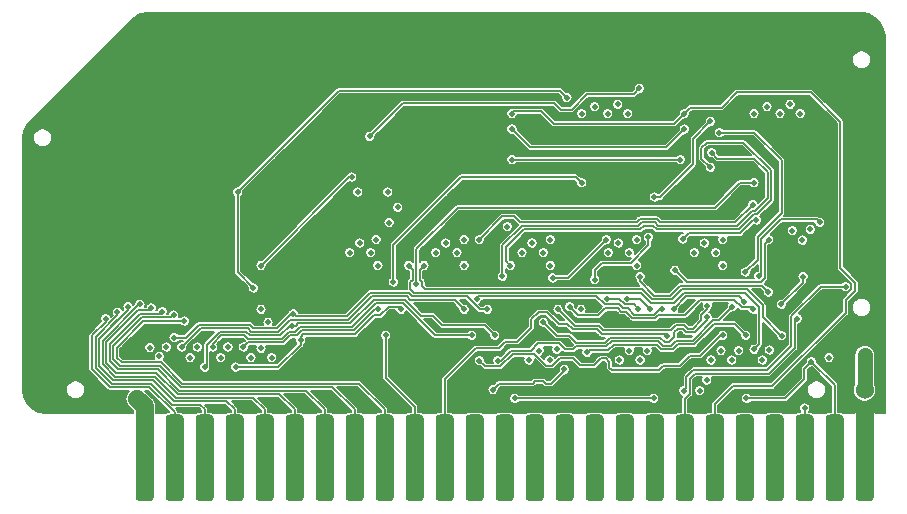
<source format=gbl>
G04 #@! TF.GenerationSoftware,KiCad,Pcbnew,(5.1.5-0-10_14)*
G04 #@! TF.CreationDate,2021-01-05T21:43:12-05:00*
G04 #@! TF.ProjectId,RAM128,52414d31-3238-42e6-9b69-6361645f7063,rev?*
G04 #@! TF.SameCoordinates,Original*
G04 #@! TF.FileFunction,Copper,L4,Bot*
G04 #@! TF.FilePolarity,Positive*
%FSLAX46Y46*%
G04 Gerber Fmt 4.6, Leading zero omitted, Abs format (unit mm)*
G04 Created by KiCad (PCBNEW (5.1.5-0-10_14)) date 2021-01-05 21:43:12*
%MOMM*%
%LPD*%
G04 APERTURE LIST*
%ADD10C,0.100000*%
%ADD11C,1.524000*%
%ADD12C,0.600000*%
%ADD13C,0.500000*%
%ADD14C,0.800000*%
%ADD15C,1.270000*%
%ADD16C,1.016000*%
%ADD17C,1.524000*%
%ADD18C,0.150000*%
%ADD19C,0.152400*%
G04 APERTURE END LIST*
G04 #@! TA.AperFunction,SMDPad,CuDef*
D10*
G36*
X137578345Y-131613835D02*
G01*
X137615329Y-131619321D01*
X137651598Y-131628406D01*
X137686802Y-131641002D01*
X137720602Y-131656988D01*
X137752672Y-131676210D01*
X137782704Y-131698483D01*
X137810408Y-131723592D01*
X137835517Y-131751296D01*
X137857790Y-131781328D01*
X137877012Y-131813398D01*
X137892998Y-131847198D01*
X137905594Y-131882402D01*
X137914679Y-131918671D01*
X137920165Y-131955655D01*
X137922000Y-131993000D01*
X137922000Y-138571000D01*
X137920165Y-138608345D01*
X137914679Y-138645329D01*
X137905594Y-138681598D01*
X137892998Y-138716802D01*
X137877012Y-138750602D01*
X137857790Y-138782672D01*
X137835517Y-138812704D01*
X137810408Y-138840408D01*
X137782704Y-138865517D01*
X137752672Y-138887790D01*
X137720602Y-138907012D01*
X137686802Y-138922998D01*
X137651598Y-138935594D01*
X137615329Y-138944679D01*
X137578345Y-138950165D01*
X137541000Y-138952000D01*
X136779000Y-138952000D01*
X136741655Y-138950165D01*
X136704671Y-138944679D01*
X136668402Y-138935594D01*
X136633198Y-138922998D01*
X136599398Y-138907012D01*
X136567328Y-138887790D01*
X136537296Y-138865517D01*
X136509592Y-138840408D01*
X136484483Y-138812704D01*
X136462210Y-138782672D01*
X136442988Y-138750602D01*
X136427002Y-138716802D01*
X136414406Y-138681598D01*
X136405321Y-138645329D01*
X136399835Y-138608345D01*
X136398000Y-138571000D01*
X136398000Y-131993000D01*
X136399835Y-131955655D01*
X136405321Y-131918671D01*
X136414406Y-131882402D01*
X136427002Y-131847198D01*
X136442988Y-131813398D01*
X136462210Y-131781328D01*
X136484483Y-131751296D01*
X136509592Y-131723592D01*
X136537296Y-131698483D01*
X136567328Y-131676210D01*
X136599398Y-131656988D01*
X136633198Y-131641002D01*
X136668402Y-131628406D01*
X136704671Y-131619321D01*
X136741655Y-131613835D01*
X136779000Y-131612000D01*
X137541000Y-131612000D01*
X137578345Y-131613835D01*
G37*
G04 #@! TD.AperFunction*
G04 #@! TA.AperFunction,SMDPad,CuDef*
G36*
X135038345Y-131613835D02*
G01*
X135075329Y-131619321D01*
X135111598Y-131628406D01*
X135146802Y-131641002D01*
X135180602Y-131656988D01*
X135212672Y-131676210D01*
X135242704Y-131698483D01*
X135270408Y-131723592D01*
X135295517Y-131751296D01*
X135317790Y-131781328D01*
X135337012Y-131813398D01*
X135352998Y-131847198D01*
X135365594Y-131882402D01*
X135374679Y-131918671D01*
X135380165Y-131955655D01*
X135382000Y-131993000D01*
X135382000Y-138571000D01*
X135380165Y-138608345D01*
X135374679Y-138645329D01*
X135365594Y-138681598D01*
X135352998Y-138716802D01*
X135337012Y-138750602D01*
X135317790Y-138782672D01*
X135295517Y-138812704D01*
X135270408Y-138840408D01*
X135242704Y-138865517D01*
X135212672Y-138887790D01*
X135180602Y-138907012D01*
X135146802Y-138922998D01*
X135111598Y-138935594D01*
X135075329Y-138944679D01*
X135038345Y-138950165D01*
X135001000Y-138952000D01*
X134239000Y-138952000D01*
X134201655Y-138950165D01*
X134164671Y-138944679D01*
X134128402Y-138935594D01*
X134093198Y-138922998D01*
X134059398Y-138907012D01*
X134027328Y-138887790D01*
X133997296Y-138865517D01*
X133969592Y-138840408D01*
X133944483Y-138812704D01*
X133922210Y-138782672D01*
X133902988Y-138750602D01*
X133887002Y-138716802D01*
X133874406Y-138681598D01*
X133865321Y-138645329D01*
X133859835Y-138608345D01*
X133858000Y-138571000D01*
X133858000Y-131993000D01*
X133859835Y-131955655D01*
X133865321Y-131918671D01*
X133874406Y-131882402D01*
X133887002Y-131847198D01*
X133902988Y-131813398D01*
X133922210Y-131781328D01*
X133944483Y-131751296D01*
X133969592Y-131723592D01*
X133997296Y-131698483D01*
X134027328Y-131676210D01*
X134059398Y-131656988D01*
X134093198Y-131641002D01*
X134128402Y-131628406D01*
X134164671Y-131619321D01*
X134201655Y-131613835D01*
X134239000Y-131612000D01*
X135001000Y-131612000D01*
X135038345Y-131613835D01*
G37*
G04 #@! TD.AperFunction*
G04 #@! TA.AperFunction,SMDPad,CuDef*
G36*
X132498345Y-131613835D02*
G01*
X132535329Y-131619321D01*
X132571598Y-131628406D01*
X132606802Y-131641002D01*
X132640602Y-131656988D01*
X132672672Y-131676210D01*
X132702704Y-131698483D01*
X132730408Y-131723592D01*
X132755517Y-131751296D01*
X132777790Y-131781328D01*
X132797012Y-131813398D01*
X132812998Y-131847198D01*
X132825594Y-131882402D01*
X132834679Y-131918671D01*
X132840165Y-131955655D01*
X132842000Y-131993000D01*
X132842000Y-138571000D01*
X132840165Y-138608345D01*
X132834679Y-138645329D01*
X132825594Y-138681598D01*
X132812998Y-138716802D01*
X132797012Y-138750602D01*
X132777790Y-138782672D01*
X132755517Y-138812704D01*
X132730408Y-138840408D01*
X132702704Y-138865517D01*
X132672672Y-138887790D01*
X132640602Y-138907012D01*
X132606802Y-138922998D01*
X132571598Y-138935594D01*
X132535329Y-138944679D01*
X132498345Y-138950165D01*
X132461000Y-138952000D01*
X131699000Y-138952000D01*
X131661655Y-138950165D01*
X131624671Y-138944679D01*
X131588402Y-138935594D01*
X131553198Y-138922998D01*
X131519398Y-138907012D01*
X131487328Y-138887790D01*
X131457296Y-138865517D01*
X131429592Y-138840408D01*
X131404483Y-138812704D01*
X131382210Y-138782672D01*
X131362988Y-138750602D01*
X131347002Y-138716802D01*
X131334406Y-138681598D01*
X131325321Y-138645329D01*
X131319835Y-138608345D01*
X131318000Y-138571000D01*
X131318000Y-131993000D01*
X131319835Y-131955655D01*
X131325321Y-131918671D01*
X131334406Y-131882402D01*
X131347002Y-131847198D01*
X131362988Y-131813398D01*
X131382210Y-131781328D01*
X131404483Y-131751296D01*
X131429592Y-131723592D01*
X131457296Y-131698483D01*
X131487328Y-131676210D01*
X131519398Y-131656988D01*
X131553198Y-131641002D01*
X131588402Y-131628406D01*
X131624671Y-131619321D01*
X131661655Y-131613835D01*
X131699000Y-131612000D01*
X132461000Y-131612000D01*
X132498345Y-131613835D01*
G37*
G04 #@! TD.AperFunction*
G04 #@! TA.AperFunction,SMDPad,CuDef*
G36*
X76618345Y-131613835D02*
G01*
X76655329Y-131619321D01*
X76691598Y-131628406D01*
X76726802Y-131641002D01*
X76760602Y-131656988D01*
X76792672Y-131676210D01*
X76822704Y-131698483D01*
X76850408Y-131723592D01*
X76875517Y-131751296D01*
X76897790Y-131781328D01*
X76917012Y-131813398D01*
X76932998Y-131847198D01*
X76945594Y-131882402D01*
X76954679Y-131918671D01*
X76960165Y-131955655D01*
X76962000Y-131993000D01*
X76962000Y-138571000D01*
X76960165Y-138608345D01*
X76954679Y-138645329D01*
X76945594Y-138681598D01*
X76932998Y-138716802D01*
X76917012Y-138750602D01*
X76897790Y-138782672D01*
X76875517Y-138812704D01*
X76850408Y-138840408D01*
X76822704Y-138865517D01*
X76792672Y-138887790D01*
X76760602Y-138907012D01*
X76726802Y-138922998D01*
X76691598Y-138935594D01*
X76655329Y-138944679D01*
X76618345Y-138950165D01*
X76581000Y-138952000D01*
X75819000Y-138952000D01*
X75781655Y-138950165D01*
X75744671Y-138944679D01*
X75708402Y-138935594D01*
X75673198Y-138922998D01*
X75639398Y-138907012D01*
X75607328Y-138887790D01*
X75577296Y-138865517D01*
X75549592Y-138840408D01*
X75524483Y-138812704D01*
X75502210Y-138782672D01*
X75482988Y-138750602D01*
X75467002Y-138716802D01*
X75454406Y-138681598D01*
X75445321Y-138645329D01*
X75439835Y-138608345D01*
X75438000Y-138571000D01*
X75438000Y-131993000D01*
X75439835Y-131955655D01*
X75445321Y-131918671D01*
X75454406Y-131882402D01*
X75467002Y-131847198D01*
X75482988Y-131813398D01*
X75502210Y-131781328D01*
X75524483Y-131751296D01*
X75549592Y-131723592D01*
X75577296Y-131698483D01*
X75607328Y-131676210D01*
X75639398Y-131656988D01*
X75673198Y-131641002D01*
X75708402Y-131628406D01*
X75744671Y-131619321D01*
X75781655Y-131613835D01*
X75819000Y-131612000D01*
X76581000Y-131612000D01*
X76618345Y-131613835D01*
G37*
G04 #@! TD.AperFunction*
G04 #@! TA.AperFunction,SMDPad,CuDef*
G36*
X79158345Y-131613835D02*
G01*
X79195329Y-131619321D01*
X79231598Y-131628406D01*
X79266802Y-131641002D01*
X79300602Y-131656988D01*
X79332672Y-131676210D01*
X79362704Y-131698483D01*
X79390408Y-131723592D01*
X79415517Y-131751296D01*
X79437790Y-131781328D01*
X79457012Y-131813398D01*
X79472998Y-131847198D01*
X79485594Y-131882402D01*
X79494679Y-131918671D01*
X79500165Y-131955655D01*
X79502000Y-131993000D01*
X79502000Y-138571000D01*
X79500165Y-138608345D01*
X79494679Y-138645329D01*
X79485594Y-138681598D01*
X79472998Y-138716802D01*
X79457012Y-138750602D01*
X79437790Y-138782672D01*
X79415517Y-138812704D01*
X79390408Y-138840408D01*
X79362704Y-138865517D01*
X79332672Y-138887790D01*
X79300602Y-138907012D01*
X79266802Y-138922998D01*
X79231598Y-138935594D01*
X79195329Y-138944679D01*
X79158345Y-138950165D01*
X79121000Y-138952000D01*
X78359000Y-138952000D01*
X78321655Y-138950165D01*
X78284671Y-138944679D01*
X78248402Y-138935594D01*
X78213198Y-138922998D01*
X78179398Y-138907012D01*
X78147328Y-138887790D01*
X78117296Y-138865517D01*
X78089592Y-138840408D01*
X78064483Y-138812704D01*
X78042210Y-138782672D01*
X78022988Y-138750602D01*
X78007002Y-138716802D01*
X77994406Y-138681598D01*
X77985321Y-138645329D01*
X77979835Y-138608345D01*
X77978000Y-138571000D01*
X77978000Y-131993000D01*
X77979835Y-131955655D01*
X77985321Y-131918671D01*
X77994406Y-131882402D01*
X78007002Y-131847198D01*
X78022988Y-131813398D01*
X78042210Y-131781328D01*
X78064483Y-131751296D01*
X78089592Y-131723592D01*
X78117296Y-131698483D01*
X78147328Y-131676210D01*
X78179398Y-131656988D01*
X78213198Y-131641002D01*
X78248402Y-131628406D01*
X78284671Y-131619321D01*
X78321655Y-131613835D01*
X78359000Y-131612000D01*
X79121000Y-131612000D01*
X79158345Y-131613835D01*
G37*
G04 #@! TD.AperFunction*
G04 #@! TA.AperFunction,SMDPad,CuDef*
G36*
X81698345Y-131613835D02*
G01*
X81735329Y-131619321D01*
X81771598Y-131628406D01*
X81806802Y-131641002D01*
X81840602Y-131656988D01*
X81872672Y-131676210D01*
X81902704Y-131698483D01*
X81930408Y-131723592D01*
X81955517Y-131751296D01*
X81977790Y-131781328D01*
X81997012Y-131813398D01*
X82012998Y-131847198D01*
X82025594Y-131882402D01*
X82034679Y-131918671D01*
X82040165Y-131955655D01*
X82042000Y-131993000D01*
X82042000Y-138571000D01*
X82040165Y-138608345D01*
X82034679Y-138645329D01*
X82025594Y-138681598D01*
X82012998Y-138716802D01*
X81997012Y-138750602D01*
X81977790Y-138782672D01*
X81955517Y-138812704D01*
X81930408Y-138840408D01*
X81902704Y-138865517D01*
X81872672Y-138887790D01*
X81840602Y-138907012D01*
X81806802Y-138922998D01*
X81771598Y-138935594D01*
X81735329Y-138944679D01*
X81698345Y-138950165D01*
X81661000Y-138952000D01*
X80899000Y-138952000D01*
X80861655Y-138950165D01*
X80824671Y-138944679D01*
X80788402Y-138935594D01*
X80753198Y-138922998D01*
X80719398Y-138907012D01*
X80687328Y-138887790D01*
X80657296Y-138865517D01*
X80629592Y-138840408D01*
X80604483Y-138812704D01*
X80582210Y-138782672D01*
X80562988Y-138750602D01*
X80547002Y-138716802D01*
X80534406Y-138681598D01*
X80525321Y-138645329D01*
X80519835Y-138608345D01*
X80518000Y-138571000D01*
X80518000Y-131993000D01*
X80519835Y-131955655D01*
X80525321Y-131918671D01*
X80534406Y-131882402D01*
X80547002Y-131847198D01*
X80562988Y-131813398D01*
X80582210Y-131781328D01*
X80604483Y-131751296D01*
X80629592Y-131723592D01*
X80657296Y-131698483D01*
X80687328Y-131676210D01*
X80719398Y-131656988D01*
X80753198Y-131641002D01*
X80788402Y-131628406D01*
X80824671Y-131619321D01*
X80861655Y-131613835D01*
X80899000Y-131612000D01*
X81661000Y-131612000D01*
X81698345Y-131613835D01*
G37*
G04 #@! TD.AperFunction*
G04 #@! TA.AperFunction,SMDPad,CuDef*
G36*
X84238345Y-131613835D02*
G01*
X84275329Y-131619321D01*
X84311598Y-131628406D01*
X84346802Y-131641002D01*
X84380602Y-131656988D01*
X84412672Y-131676210D01*
X84442704Y-131698483D01*
X84470408Y-131723592D01*
X84495517Y-131751296D01*
X84517790Y-131781328D01*
X84537012Y-131813398D01*
X84552998Y-131847198D01*
X84565594Y-131882402D01*
X84574679Y-131918671D01*
X84580165Y-131955655D01*
X84582000Y-131993000D01*
X84582000Y-138571000D01*
X84580165Y-138608345D01*
X84574679Y-138645329D01*
X84565594Y-138681598D01*
X84552998Y-138716802D01*
X84537012Y-138750602D01*
X84517790Y-138782672D01*
X84495517Y-138812704D01*
X84470408Y-138840408D01*
X84442704Y-138865517D01*
X84412672Y-138887790D01*
X84380602Y-138907012D01*
X84346802Y-138922998D01*
X84311598Y-138935594D01*
X84275329Y-138944679D01*
X84238345Y-138950165D01*
X84201000Y-138952000D01*
X83439000Y-138952000D01*
X83401655Y-138950165D01*
X83364671Y-138944679D01*
X83328402Y-138935594D01*
X83293198Y-138922998D01*
X83259398Y-138907012D01*
X83227328Y-138887790D01*
X83197296Y-138865517D01*
X83169592Y-138840408D01*
X83144483Y-138812704D01*
X83122210Y-138782672D01*
X83102988Y-138750602D01*
X83087002Y-138716802D01*
X83074406Y-138681598D01*
X83065321Y-138645329D01*
X83059835Y-138608345D01*
X83058000Y-138571000D01*
X83058000Y-131993000D01*
X83059835Y-131955655D01*
X83065321Y-131918671D01*
X83074406Y-131882402D01*
X83087002Y-131847198D01*
X83102988Y-131813398D01*
X83122210Y-131781328D01*
X83144483Y-131751296D01*
X83169592Y-131723592D01*
X83197296Y-131698483D01*
X83227328Y-131676210D01*
X83259398Y-131656988D01*
X83293198Y-131641002D01*
X83328402Y-131628406D01*
X83364671Y-131619321D01*
X83401655Y-131613835D01*
X83439000Y-131612000D01*
X84201000Y-131612000D01*
X84238345Y-131613835D01*
G37*
G04 #@! TD.AperFunction*
G04 #@! TA.AperFunction,SMDPad,CuDef*
G36*
X86778345Y-131613835D02*
G01*
X86815329Y-131619321D01*
X86851598Y-131628406D01*
X86886802Y-131641002D01*
X86920602Y-131656988D01*
X86952672Y-131676210D01*
X86982704Y-131698483D01*
X87010408Y-131723592D01*
X87035517Y-131751296D01*
X87057790Y-131781328D01*
X87077012Y-131813398D01*
X87092998Y-131847198D01*
X87105594Y-131882402D01*
X87114679Y-131918671D01*
X87120165Y-131955655D01*
X87122000Y-131993000D01*
X87122000Y-138571000D01*
X87120165Y-138608345D01*
X87114679Y-138645329D01*
X87105594Y-138681598D01*
X87092998Y-138716802D01*
X87077012Y-138750602D01*
X87057790Y-138782672D01*
X87035517Y-138812704D01*
X87010408Y-138840408D01*
X86982704Y-138865517D01*
X86952672Y-138887790D01*
X86920602Y-138907012D01*
X86886802Y-138922998D01*
X86851598Y-138935594D01*
X86815329Y-138944679D01*
X86778345Y-138950165D01*
X86741000Y-138952000D01*
X85979000Y-138952000D01*
X85941655Y-138950165D01*
X85904671Y-138944679D01*
X85868402Y-138935594D01*
X85833198Y-138922998D01*
X85799398Y-138907012D01*
X85767328Y-138887790D01*
X85737296Y-138865517D01*
X85709592Y-138840408D01*
X85684483Y-138812704D01*
X85662210Y-138782672D01*
X85642988Y-138750602D01*
X85627002Y-138716802D01*
X85614406Y-138681598D01*
X85605321Y-138645329D01*
X85599835Y-138608345D01*
X85598000Y-138571000D01*
X85598000Y-131993000D01*
X85599835Y-131955655D01*
X85605321Y-131918671D01*
X85614406Y-131882402D01*
X85627002Y-131847198D01*
X85642988Y-131813398D01*
X85662210Y-131781328D01*
X85684483Y-131751296D01*
X85709592Y-131723592D01*
X85737296Y-131698483D01*
X85767328Y-131676210D01*
X85799398Y-131656988D01*
X85833198Y-131641002D01*
X85868402Y-131628406D01*
X85904671Y-131619321D01*
X85941655Y-131613835D01*
X85979000Y-131612000D01*
X86741000Y-131612000D01*
X86778345Y-131613835D01*
G37*
G04 #@! TD.AperFunction*
G04 #@! TA.AperFunction,SMDPad,CuDef*
G36*
X89318345Y-131613835D02*
G01*
X89355329Y-131619321D01*
X89391598Y-131628406D01*
X89426802Y-131641002D01*
X89460602Y-131656988D01*
X89492672Y-131676210D01*
X89522704Y-131698483D01*
X89550408Y-131723592D01*
X89575517Y-131751296D01*
X89597790Y-131781328D01*
X89617012Y-131813398D01*
X89632998Y-131847198D01*
X89645594Y-131882402D01*
X89654679Y-131918671D01*
X89660165Y-131955655D01*
X89662000Y-131993000D01*
X89662000Y-138571000D01*
X89660165Y-138608345D01*
X89654679Y-138645329D01*
X89645594Y-138681598D01*
X89632998Y-138716802D01*
X89617012Y-138750602D01*
X89597790Y-138782672D01*
X89575517Y-138812704D01*
X89550408Y-138840408D01*
X89522704Y-138865517D01*
X89492672Y-138887790D01*
X89460602Y-138907012D01*
X89426802Y-138922998D01*
X89391598Y-138935594D01*
X89355329Y-138944679D01*
X89318345Y-138950165D01*
X89281000Y-138952000D01*
X88519000Y-138952000D01*
X88481655Y-138950165D01*
X88444671Y-138944679D01*
X88408402Y-138935594D01*
X88373198Y-138922998D01*
X88339398Y-138907012D01*
X88307328Y-138887790D01*
X88277296Y-138865517D01*
X88249592Y-138840408D01*
X88224483Y-138812704D01*
X88202210Y-138782672D01*
X88182988Y-138750602D01*
X88167002Y-138716802D01*
X88154406Y-138681598D01*
X88145321Y-138645329D01*
X88139835Y-138608345D01*
X88138000Y-138571000D01*
X88138000Y-131993000D01*
X88139835Y-131955655D01*
X88145321Y-131918671D01*
X88154406Y-131882402D01*
X88167002Y-131847198D01*
X88182988Y-131813398D01*
X88202210Y-131781328D01*
X88224483Y-131751296D01*
X88249592Y-131723592D01*
X88277296Y-131698483D01*
X88307328Y-131676210D01*
X88339398Y-131656988D01*
X88373198Y-131641002D01*
X88408402Y-131628406D01*
X88444671Y-131619321D01*
X88481655Y-131613835D01*
X88519000Y-131612000D01*
X89281000Y-131612000D01*
X89318345Y-131613835D01*
G37*
G04 #@! TD.AperFunction*
G04 #@! TA.AperFunction,SMDPad,CuDef*
G36*
X91858345Y-131613835D02*
G01*
X91895329Y-131619321D01*
X91931598Y-131628406D01*
X91966802Y-131641002D01*
X92000602Y-131656988D01*
X92032672Y-131676210D01*
X92062704Y-131698483D01*
X92090408Y-131723592D01*
X92115517Y-131751296D01*
X92137790Y-131781328D01*
X92157012Y-131813398D01*
X92172998Y-131847198D01*
X92185594Y-131882402D01*
X92194679Y-131918671D01*
X92200165Y-131955655D01*
X92202000Y-131993000D01*
X92202000Y-138571000D01*
X92200165Y-138608345D01*
X92194679Y-138645329D01*
X92185594Y-138681598D01*
X92172998Y-138716802D01*
X92157012Y-138750602D01*
X92137790Y-138782672D01*
X92115517Y-138812704D01*
X92090408Y-138840408D01*
X92062704Y-138865517D01*
X92032672Y-138887790D01*
X92000602Y-138907012D01*
X91966802Y-138922998D01*
X91931598Y-138935594D01*
X91895329Y-138944679D01*
X91858345Y-138950165D01*
X91821000Y-138952000D01*
X91059000Y-138952000D01*
X91021655Y-138950165D01*
X90984671Y-138944679D01*
X90948402Y-138935594D01*
X90913198Y-138922998D01*
X90879398Y-138907012D01*
X90847328Y-138887790D01*
X90817296Y-138865517D01*
X90789592Y-138840408D01*
X90764483Y-138812704D01*
X90742210Y-138782672D01*
X90722988Y-138750602D01*
X90707002Y-138716802D01*
X90694406Y-138681598D01*
X90685321Y-138645329D01*
X90679835Y-138608345D01*
X90678000Y-138571000D01*
X90678000Y-131993000D01*
X90679835Y-131955655D01*
X90685321Y-131918671D01*
X90694406Y-131882402D01*
X90707002Y-131847198D01*
X90722988Y-131813398D01*
X90742210Y-131781328D01*
X90764483Y-131751296D01*
X90789592Y-131723592D01*
X90817296Y-131698483D01*
X90847328Y-131676210D01*
X90879398Y-131656988D01*
X90913198Y-131641002D01*
X90948402Y-131628406D01*
X90984671Y-131619321D01*
X91021655Y-131613835D01*
X91059000Y-131612000D01*
X91821000Y-131612000D01*
X91858345Y-131613835D01*
G37*
G04 #@! TD.AperFunction*
G04 #@! TA.AperFunction,SMDPad,CuDef*
G36*
X94398345Y-131613835D02*
G01*
X94435329Y-131619321D01*
X94471598Y-131628406D01*
X94506802Y-131641002D01*
X94540602Y-131656988D01*
X94572672Y-131676210D01*
X94602704Y-131698483D01*
X94630408Y-131723592D01*
X94655517Y-131751296D01*
X94677790Y-131781328D01*
X94697012Y-131813398D01*
X94712998Y-131847198D01*
X94725594Y-131882402D01*
X94734679Y-131918671D01*
X94740165Y-131955655D01*
X94742000Y-131993000D01*
X94742000Y-138571000D01*
X94740165Y-138608345D01*
X94734679Y-138645329D01*
X94725594Y-138681598D01*
X94712998Y-138716802D01*
X94697012Y-138750602D01*
X94677790Y-138782672D01*
X94655517Y-138812704D01*
X94630408Y-138840408D01*
X94602704Y-138865517D01*
X94572672Y-138887790D01*
X94540602Y-138907012D01*
X94506802Y-138922998D01*
X94471598Y-138935594D01*
X94435329Y-138944679D01*
X94398345Y-138950165D01*
X94361000Y-138952000D01*
X93599000Y-138952000D01*
X93561655Y-138950165D01*
X93524671Y-138944679D01*
X93488402Y-138935594D01*
X93453198Y-138922998D01*
X93419398Y-138907012D01*
X93387328Y-138887790D01*
X93357296Y-138865517D01*
X93329592Y-138840408D01*
X93304483Y-138812704D01*
X93282210Y-138782672D01*
X93262988Y-138750602D01*
X93247002Y-138716802D01*
X93234406Y-138681598D01*
X93225321Y-138645329D01*
X93219835Y-138608345D01*
X93218000Y-138571000D01*
X93218000Y-131993000D01*
X93219835Y-131955655D01*
X93225321Y-131918671D01*
X93234406Y-131882402D01*
X93247002Y-131847198D01*
X93262988Y-131813398D01*
X93282210Y-131781328D01*
X93304483Y-131751296D01*
X93329592Y-131723592D01*
X93357296Y-131698483D01*
X93387328Y-131676210D01*
X93419398Y-131656988D01*
X93453198Y-131641002D01*
X93488402Y-131628406D01*
X93524671Y-131619321D01*
X93561655Y-131613835D01*
X93599000Y-131612000D01*
X94361000Y-131612000D01*
X94398345Y-131613835D01*
G37*
G04 #@! TD.AperFunction*
G04 #@! TA.AperFunction,SMDPad,CuDef*
G36*
X96938345Y-131613835D02*
G01*
X96975329Y-131619321D01*
X97011598Y-131628406D01*
X97046802Y-131641002D01*
X97080602Y-131656988D01*
X97112672Y-131676210D01*
X97142704Y-131698483D01*
X97170408Y-131723592D01*
X97195517Y-131751296D01*
X97217790Y-131781328D01*
X97237012Y-131813398D01*
X97252998Y-131847198D01*
X97265594Y-131882402D01*
X97274679Y-131918671D01*
X97280165Y-131955655D01*
X97282000Y-131993000D01*
X97282000Y-138571000D01*
X97280165Y-138608345D01*
X97274679Y-138645329D01*
X97265594Y-138681598D01*
X97252998Y-138716802D01*
X97237012Y-138750602D01*
X97217790Y-138782672D01*
X97195517Y-138812704D01*
X97170408Y-138840408D01*
X97142704Y-138865517D01*
X97112672Y-138887790D01*
X97080602Y-138907012D01*
X97046802Y-138922998D01*
X97011598Y-138935594D01*
X96975329Y-138944679D01*
X96938345Y-138950165D01*
X96901000Y-138952000D01*
X96139000Y-138952000D01*
X96101655Y-138950165D01*
X96064671Y-138944679D01*
X96028402Y-138935594D01*
X95993198Y-138922998D01*
X95959398Y-138907012D01*
X95927328Y-138887790D01*
X95897296Y-138865517D01*
X95869592Y-138840408D01*
X95844483Y-138812704D01*
X95822210Y-138782672D01*
X95802988Y-138750602D01*
X95787002Y-138716802D01*
X95774406Y-138681598D01*
X95765321Y-138645329D01*
X95759835Y-138608345D01*
X95758000Y-138571000D01*
X95758000Y-131993000D01*
X95759835Y-131955655D01*
X95765321Y-131918671D01*
X95774406Y-131882402D01*
X95787002Y-131847198D01*
X95802988Y-131813398D01*
X95822210Y-131781328D01*
X95844483Y-131751296D01*
X95869592Y-131723592D01*
X95897296Y-131698483D01*
X95927328Y-131676210D01*
X95959398Y-131656988D01*
X95993198Y-131641002D01*
X96028402Y-131628406D01*
X96064671Y-131619321D01*
X96101655Y-131613835D01*
X96139000Y-131612000D01*
X96901000Y-131612000D01*
X96938345Y-131613835D01*
G37*
G04 #@! TD.AperFunction*
G04 #@! TA.AperFunction,SMDPad,CuDef*
G36*
X99478345Y-131613835D02*
G01*
X99515329Y-131619321D01*
X99551598Y-131628406D01*
X99586802Y-131641002D01*
X99620602Y-131656988D01*
X99652672Y-131676210D01*
X99682704Y-131698483D01*
X99710408Y-131723592D01*
X99735517Y-131751296D01*
X99757790Y-131781328D01*
X99777012Y-131813398D01*
X99792998Y-131847198D01*
X99805594Y-131882402D01*
X99814679Y-131918671D01*
X99820165Y-131955655D01*
X99822000Y-131993000D01*
X99822000Y-138571000D01*
X99820165Y-138608345D01*
X99814679Y-138645329D01*
X99805594Y-138681598D01*
X99792998Y-138716802D01*
X99777012Y-138750602D01*
X99757790Y-138782672D01*
X99735517Y-138812704D01*
X99710408Y-138840408D01*
X99682704Y-138865517D01*
X99652672Y-138887790D01*
X99620602Y-138907012D01*
X99586802Y-138922998D01*
X99551598Y-138935594D01*
X99515329Y-138944679D01*
X99478345Y-138950165D01*
X99441000Y-138952000D01*
X98679000Y-138952000D01*
X98641655Y-138950165D01*
X98604671Y-138944679D01*
X98568402Y-138935594D01*
X98533198Y-138922998D01*
X98499398Y-138907012D01*
X98467328Y-138887790D01*
X98437296Y-138865517D01*
X98409592Y-138840408D01*
X98384483Y-138812704D01*
X98362210Y-138782672D01*
X98342988Y-138750602D01*
X98327002Y-138716802D01*
X98314406Y-138681598D01*
X98305321Y-138645329D01*
X98299835Y-138608345D01*
X98298000Y-138571000D01*
X98298000Y-131993000D01*
X98299835Y-131955655D01*
X98305321Y-131918671D01*
X98314406Y-131882402D01*
X98327002Y-131847198D01*
X98342988Y-131813398D01*
X98362210Y-131781328D01*
X98384483Y-131751296D01*
X98409592Y-131723592D01*
X98437296Y-131698483D01*
X98467328Y-131676210D01*
X98499398Y-131656988D01*
X98533198Y-131641002D01*
X98568402Y-131628406D01*
X98604671Y-131619321D01*
X98641655Y-131613835D01*
X98679000Y-131612000D01*
X99441000Y-131612000D01*
X99478345Y-131613835D01*
G37*
G04 #@! TD.AperFunction*
G04 #@! TA.AperFunction,SMDPad,CuDef*
G36*
X102018345Y-131613835D02*
G01*
X102055329Y-131619321D01*
X102091598Y-131628406D01*
X102126802Y-131641002D01*
X102160602Y-131656988D01*
X102192672Y-131676210D01*
X102222704Y-131698483D01*
X102250408Y-131723592D01*
X102275517Y-131751296D01*
X102297790Y-131781328D01*
X102317012Y-131813398D01*
X102332998Y-131847198D01*
X102345594Y-131882402D01*
X102354679Y-131918671D01*
X102360165Y-131955655D01*
X102362000Y-131993000D01*
X102362000Y-138571000D01*
X102360165Y-138608345D01*
X102354679Y-138645329D01*
X102345594Y-138681598D01*
X102332998Y-138716802D01*
X102317012Y-138750602D01*
X102297790Y-138782672D01*
X102275517Y-138812704D01*
X102250408Y-138840408D01*
X102222704Y-138865517D01*
X102192672Y-138887790D01*
X102160602Y-138907012D01*
X102126802Y-138922998D01*
X102091598Y-138935594D01*
X102055329Y-138944679D01*
X102018345Y-138950165D01*
X101981000Y-138952000D01*
X101219000Y-138952000D01*
X101181655Y-138950165D01*
X101144671Y-138944679D01*
X101108402Y-138935594D01*
X101073198Y-138922998D01*
X101039398Y-138907012D01*
X101007328Y-138887790D01*
X100977296Y-138865517D01*
X100949592Y-138840408D01*
X100924483Y-138812704D01*
X100902210Y-138782672D01*
X100882988Y-138750602D01*
X100867002Y-138716802D01*
X100854406Y-138681598D01*
X100845321Y-138645329D01*
X100839835Y-138608345D01*
X100838000Y-138571000D01*
X100838000Y-131993000D01*
X100839835Y-131955655D01*
X100845321Y-131918671D01*
X100854406Y-131882402D01*
X100867002Y-131847198D01*
X100882988Y-131813398D01*
X100902210Y-131781328D01*
X100924483Y-131751296D01*
X100949592Y-131723592D01*
X100977296Y-131698483D01*
X101007328Y-131676210D01*
X101039398Y-131656988D01*
X101073198Y-131641002D01*
X101108402Y-131628406D01*
X101144671Y-131619321D01*
X101181655Y-131613835D01*
X101219000Y-131612000D01*
X101981000Y-131612000D01*
X102018345Y-131613835D01*
G37*
G04 #@! TD.AperFunction*
G04 #@! TA.AperFunction,SMDPad,CuDef*
G36*
X104558345Y-131613835D02*
G01*
X104595329Y-131619321D01*
X104631598Y-131628406D01*
X104666802Y-131641002D01*
X104700602Y-131656988D01*
X104732672Y-131676210D01*
X104762704Y-131698483D01*
X104790408Y-131723592D01*
X104815517Y-131751296D01*
X104837790Y-131781328D01*
X104857012Y-131813398D01*
X104872998Y-131847198D01*
X104885594Y-131882402D01*
X104894679Y-131918671D01*
X104900165Y-131955655D01*
X104902000Y-131993000D01*
X104902000Y-138571000D01*
X104900165Y-138608345D01*
X104894679Y-138645329D01*
X104885594Y-138681598D01*
X104872998Y-138716802D01*
X104857012Y-138750602D01*
X104837790Y-138782672D01*
X104815517Y-138812704D01*
X104790408Y-138840408D01*
X104762704Y-138865517D01*
X104732672Y-138887790D01*
X104700602Y-138907012D01*
X104666802Y-138922998D01*
X104631598Y-138935594D01*
X104595329Y-138944679D01*
X104558345Y-138950165D01*
X104521000Y-138952000D01*
X103759000Y-138952000D01*
X103721655Y-138950165D01*
X103684671Y-138944679D01*
X103648402Y-138935594D01*
X103613198Y-138922998D01*
X103579398Y-138907012D01*
X103547328Y-138887790D01*
X103517296Y-138865517D01*
X103489592Y-138840408D01*
X103464483Y-138812704D01*
X103442210Y-138782672D01*
X103422988Y-138750602D01*
X103407002Y-138716802D01*
X103394406Y-138681598D01*
X103385321Y-138645329D01*
X103379835Y-138608345D01*
X103378000Y-138571000D01*
X103378000Y-131993000D01*
X103379835Y-131955655D01*
X103385321Y-131918671D01*
X103394406Y-131882402D01*
X103407002Y-131847198D01*
X103422988Y-131813398D01*
X103442210Y-131781328D01*
X103464483Y-131751296D01*
X103489592Y-131723592D01*
X103517296Y-131698483D01*
X103547328Y-131676210D01*
X103579398Y-131656988D01*
X103613198Y-131641002D01*
X103648402Y-131628406D01*
X103684671Y-131619321D01*
X103721655Y-131613835D01*
X103759000Y-131612000D01*
X104521000Y-131612000D01*
X104558345Y-131613835D01*
G37*
G04 #@! TD.AperFunction*
G04 #@! TA.AperFunction,SMDPad,CuDef*
G36*
X107098345Y-131613835D02*
G01*
X107135329Y-131619321D01*
X107171598Y-131628406D01*
X107206802Y-131641002D01*
X107240602Y-131656988D01*
X107272672Y-131676210D01*
X107302704Y-131698483D01*
X107330408Y-131723592D01*
X107355517Y-131751296D01*
X107377790Y-131781328D01*
X107397012Y-131813398D01*
X107412998Y-131847198D01*
X107425594Y-131882402D01*
X107434679Y-131918671D01*
X107440165Y-131955655D01*
X107442000Y-131993000D01*
X107442000Y-138571000D01*
X107440165Y-138608345D01*
X107434679Y-138645329D01*
X107425594Y-138681598D01*
X107412998Y-138716802D01*
X107397012Y-138750602D01*
X107377790Y-138782672D01*
X107355517Y-138812704D01*
X107330408Y-138840408D01*
X107302704Y-138865517D01*
X107272672Y-138887790D01*
X107240602Y-138907012D01*
X107206802Y-138922998D01*
X107171598Y-138935594D01*
X107135329Y-138944679D01*
X107098345Y-138950165D01*
X107061000Y-138952000D01*
X106299000Y-138952000D01*
X106261655Y-138950165D01*
X106224671Y-138944679D01*
X106188402Y-138935594D01*
X106153198Y-138922998D01*
X106119398Y-138907012D01*
X106087328Y-138887790D01*
X106057296Y-138865517D01*
X106029592Y-138840408D01*
X106004483Y-138812704D01*
X105982210Y-138782672D01*
X105962988Y-138750602D01*
X105947002Y-138716802D01*
X105934406Y-138681598D01*
X105925321Y-138645329D01*
X105919835Y-138608345D01*
X105918000Y-138571000D01*
X105918000Y-131993000D01*
X105919835Y-131955655D01*
X105925321Y-131918671D01*
X105934406Y-131882402D01*
X105947002Y-131847198D01*
X105962988Y-131813398D01*
X105982210Y-131781328D01*
X106004483Y-131751296D01*
X106029592Y-131723592D01*
X106057296Y-131698483D01*
X106087328Y-131676210D01*
X106119398Y-131656988D01*
X106153198Y-131641002D01*
X106188402Y-131628406D01*
X106224671Y-131619321D01*
X106261655Y-131613835D01*
X106299000Y-131612000D01*
X107061000Y-131612000D01*
X107098345Y-131613835D01*
G37*
G04 #@! TD.AperFunction*
G04 #@! TA.AperFunction,SMDPad,CuDef*
G36*
X109638345Y-131613835D02*
G01*
X109675329Y-131619321D01*
X109711598Y-131628406D01*
X109746802Y-131641002D01*
X109780602Y-131656988D01*
X109812672Y-131676210D01*
X109842704Y-131698483D01*
X109870408Y-131723592D01*
X109895517Y-131751296D01*
X109917790Y-131781328D01*
X109937012Y-131813398D01*
X109952998Y-131847198D01*
X109965594Y-131882402D01*
X109974679Y-131918671D01*
X109980165Y-131955655D01*
X109982000Y-131993000D01*
X109982000Y-138571000D01*
X109980165Y-138608345D01*
X109974679Y-138645329D01*
X109965594Y-138681598D01*
X109952998Y-138716802D01*
X109937012Y-138750602D01*
X109917790Y-138782672D01*
X109895517Y-138812704D01*
X109870408Y-138840408D01*
X109842704Y-138865517D01*
X109812672Y-138887790D01*
X109780602Y-138907012D01*
X109746802Y-138922998D01*
X109711598Y-138935594D01*
X109675329Y-138944679D01*
X109638345Y-138950165D01*
X109601000Y-138952000D01*
X108839000Y-138952000D01*
X108801655Y-138950165D01*
X108764671Y-138944679D01*
X108728402Y-138935594D01*
X108693198Y-138922998D01*
X108659398Y-138907012D01*
X108627328Y-138887790D01*
X108597296Y-138865517D01*
X108569592Y-138840408D01*
X108544483Y-138812704D01*
X108522210Y-138782672D01*
X108502988Y-138750602D01*
X108487002Y-138716802D01*
X108474406Y-138681598D01*
X108465321Y-138645329D01*
X108459835Y-138608345D01*
X108458000Y-138571000D01*
X108458000Y-131993000D01*
X108459835Y-131955655D01*
X108465321Y-131918671D01*
X108474406Y-131882402D01*
X108487002Y-131847198D01*
X108502988Y-131813398D01*
X108522210Y-131781328D01*
X108544483Y-131751296D01*
X108569592Y-131723592D01*
X108597296Y-131698483D01*
X108627328Y-131676210D01*
X108659398Y-131656988D01*
X108693198Y-131641002D01*
X108728402Y-131628406D01*
X108764671Y-131619321D01*
X108801655Y-131613835D01*
X108839000Y-131612000D01*
X109601000Y-131612000D01*
X109638345Y-131613835D01*
G37*
G04 #@! TD.AperFunction*
G04 #@! TA.AperFunction,SMDPad,CuDef*
G36*
X112178345Y-131613835D02*
G01*
X112215329Y-131619321D01*
X112251598Y-131628406D01*
X112286802Y-131641002D01*
X112320602Y-131656988D01*
X112352672Y-131676210D01*
X112382704Y-131698483D01*
X112410408Y-131723592D01*
X112435517Y-131751296D01*
X112457790Y-131781328D01*
X112477012Y-131813398D01*
X112492998Y-131847198D01*
X112505594Y-131882402D01*
X112514679Y-131918671D01*
X112520165Y-131955655D01*
X112522000Y-131993000D01*
X112522000Y-138571000D01*
X112520165Y-138608345D01*
X112514679Y-138645329D01*
X112505594Y-138681598D01*
X112492998Y-138716802D01*
X112477012Y-138750602D01*
X112457790Y-138782672D01*
X112435517Y-138812704D01*
X112410408Y-138840408D01*
X112382704Y-138865517D01*
X112352672Y-138887790D01*
X112320602Y-138907012D01*
X112286802Y-138922998D01*
X112251598Y-138935594D01*
X112215329Y-138944679D01*
X112178345Y-138950165D01*
X112141000Y-138952000D01*
X111379000Y-138952000D01*
X111341655Y-138950165D01*
X111304671Y-138944679D01*
X111268402Y-138935594D01*
X111233198Y-138922998D01*
X111199398Y-138907012D01*
X111167328Y-138887790D01*
X111137296Y-138865517D01*
X111109592Y-138840408D01*
X111084483Y-138812704D01*
X111062210Y-138782672D01*
X111042988Y-138750602D01*
X111027002Y-138716802D01*
X111014406Y-138681598D01*
X111005321Y-138645329D01*
X110999835Y-138608345D01*
X110998000Y-138571000D01*
X110998000Y-131993000D01*
X110999835Y-131955655D01*
X111005321Y-131918671D01*
X111014406Y-131882402D01*
X111027002Y-131847198D01*
X111042988Y-131813398D01*
X111062210Y-131781328D01*
X111084483Y-131751296D01*
X111109592Y-131723592D01*
X111137296Y-131698483D01*
X111167328Y-131676210D01*
X111199398Y-131656988D01*
X111233198Y-131641002D01*
X111268402Y-131628406D01*
X111304671Y-131619321D01*
X111341655Y-131613835D01*
X111379000Y-131612000D01*
X112141000Y-131612000D01*
X112178345Y-131613835D01*
G37*
G04 #@! TD.AperFunction*
G04 #@! TA.AperFunction,SMDPad,CuDef*
G36*
X114718345Y-131613835D02*
G01*
X114755329Y-131619321D01*
X114791598Y-131628406D01*
X114826802Y-131641002D01*
X114860602Y-131656988D01*
X114892672Y-131676210D01*
X114922704Y-131698483D01*
X114950408Y-131723592D01*
X114975517Y-131751296D01*
X114997790Y-131781328D01*
X115017012Y-131813398D01*
X115032998Y-131847198D01*
X115045594Y-131882402D01*
X115054679Y-131918671D01*
X115060165Y-131955655D01*
X115062000Y-131993000D01*
X115062000Y-138571000D01*
X115060165Y-138608345D01*
X115054679Y-138645329D01*
X115045594Y-138681598D01*
X115032998Y-138716802D01*
X115017012Y-138750602D01*
X114997790Y-138782672D01*
X114975517Y-138812704D01*
X114950408Y-138840408D01*
X114922704Y-138865517D01*
X114892672Y-138887790D01*
X114860602Y-138907012D01*
X114826802Y-138922998D01*
X114791598Y-138935594D01*
X114755329Y-138944679D01*
X114718345Y-138950165D01*
X114681000Y-138952000D01*
X113919000Y-138952000D01*
X113881655Y-138950165D01*
X113844671Y-138944679D01*
X113808402Y-138935594D01*
X113773198Y-138922998D01*
X113739398Y-138907012D01*
X113707328Y-138887790D01*
X113677296Y-138865517D01*
X113649592Y-138840408D01*
X113624483Y-138812704D01*
X113602210Y-138782672D01*
X113582988Y-138750602D01*
X113567002Y-138716802D01*
X113554406Y-138681598D01*
X113545321Y-138645329D01*
X113539835Y-138608345D01*
X113538000Y-138571000D01*
X113538000Y-131993000D01*
X113539835Y-131955655D01*
X113545321Y-131918671D01*
X113554406Y-131882402D01*
X113567002Y-131847198D01*
X113582988Y-131813398D01*
X113602210Y-131781328D01*
X113624483Y-131751296D01*
X113649592Y-131723592D01*
X113677296Y-131698483D01*
X113707328Y-131676210D01*
X113739398Y-131656988D01*
X113773198Y-131641002D01*
X113808402Y-131628406D01*
X113844671Y-131619321D01*
X113881655Y-131613835D01*
X113919000Y-131612000D01*
X114681000Y-131612000D01*
X114718345Y-131613835D01*
G37*
G04 #@! TD.AperFunction*
G04 #@! TA.AperFunction,SMDPad,CuDef*
G36*
X117258345Y-131613835D02*
G01*
X117295329Y-131619321D01*
X117331598Y-131628406D01*
X117366802Y-131641002D01*
X117400602Y-131656988D01*
X117432672Y-131676210D01*
X117462704Y-131698483D01*
X117490408Y-131723592D01*
X117515517Y-131751296D01*
X117537790Y-131781328D01*
X117557012Y-131813398D01*
X117572998Y-131847198D01*
X117585594Y-131882402D01*
X117594679Y-131918671D01*
X117600165Y-131955655D01*
X117602000Y-131993000D01*
X117602000Y-138571000D01*
X117600165Y-138608345D01*
X117594679Y-138645329D01*
X117585594Y-138681598D01*
X117572998Y-138716802D01*
X117557012Y-138750602D01*
X117537790Y-138782672D01*
X117515517Y-138812704D01*
X117490408Y-138840408D01*
X117462704Y-138865517D01*
X117432672Y-138887790D01*
X117400602Y-138907012D01*
X117366802Y-138922998D01*
X117331598Y-138935594D01*
X117295329Y-138944679D01*
X117258345Y-138950165D01*
X117221000Y-138952000D01*
X116459000Y-138952000D01*
X116421655Y-138950165D01*
X116384671Y-138944679D01*
X116348402Y-138935594D01*
X116313198Y-138922998D01*
X116279398Y-138907012D01*
X116247328Y-138887790D01*
X116217296Y-138865517D01*
X116189592Y-138840408D01*
X116164483Y-138812704D01*
X116142210Y-138782672D01*
X116122988Y-138750602D01*
X116107002Y-138716802D01*
X116094406Y-138681598D01*
X116085321Y-138645329D01*
X116079835Y-138608345D01*
X116078000Y-138571000D01*
X116078000Y-131993000D01*
X116079835Y-131955655D01*
X116085321Y-131918671D01*
X116094406Y-131882402D01*
X116107002Y-131847198D01*
X116122988Y-131813398D01*
X116142210Y-131781328D01*
X116164483Y-131751296D01*
X116189592Y-131723592D01*
X116217296Y-131698483D01*
X116247328Y-131676210D01*
X116279398Y-131656988D01*
X116313198Y-131641002D01*
X116348402Y-131628406D01*
X116384671Y-131619321D01*
X116421655Y-131613835D01*
X116459000Y-131612000D01*
X117221000Y-131612000D01*
X117258345Y-131613835D01*
G37*
G04 #@! TD.AperFunction*
G04 #@! TA.AperFunction,SMDPad,CuDef*
G36*
X119798345Y-131613835D02*
G01*
X119835329Y-131619321D01*
X119871598Y-131628406D01*
X119906802Y-131641002D01*
X119940602Y-131656988D01*
X119972672Y-131676210D01*
X120002704Y-131698483D01*
X120030408Y-131723592D01*
X120055517Y-131751296D01*
X120077790Y-131781328D01*
X120097012Y-131813398D01*
X120112998Y-131847198D01*
X120125594Y-131882402D01*
X120134679Y-131918671D01*
X120140165Y-131955655D01*
X120142000Y-131993000D01*
X120142000Y-138571000D01*
X120140165Y-138608345D01*
X120134679Y-138645329D01*
X120125594Y-138681598D01*
X120112998Y-138716802D01*
X120097012Y-138750602D01*
X120077790Y-138782672D01*
X120055517Y-138812704D01*
X120030408Y-138840408D01*
X120002704Y-138865517D01*
X119972672Y-138887790D01*
X119940602Y-138907012D01*
X119906802Y-138922998D01*
X119871598Y-138935594D01*
X119835329Y-138944679D01*
X119798345Y-138950165D01*
X119761000Y-138952000D01*
X118999000Y-138952000D01*
X118961655Y-138950165D01*
X118924671Y-138944679D01*
X118888402Y-138935594D01*
X118853198Y-138922998D01*
X118819398Y-138907012D01*
X118787328Y-138887790D01*
X118757296Y-138865517D01*
X118729592Y-138840408D01*
X118704483Y-138812704D01*
X118682210Y-138782672D01*
X118662988Y-138750602D01*
X118647002Y-138716802D01*
X118634406Y-138681598D01*
X118625321Y-138645329D01*
X118619835Y-138608345D01*
X118618000Y-138571000D01*
X118618000Y-131993000D01*
X118619835Y-131955655D01*
X118625321Y-131918671D01*
X118634406Y-131882402D01*
X118647002Y-131847198D01*
X118662988Y-131813398D01*
X118682210Y-131781328D01*
X118704483Y-131751296D01*
X118729592Y-131723592D01*
X118757296Y-131698483D01*
X118787328Y-131676210D01*
X118819398Y-131656988D01*
X118853198Y-131641002D01*
X118888402Y-131628406D01*
X118924671Y-131619321D01*
X118961655Y-131613835D01*
X118999000Y-131612000D01*
X119761000Y-131612000D01*
X119798345Y-131613835D01*
G37*
G04 #@! TD.AperFunction*
G04 #@! TA.AperFunction,SMDPad,CuDef*
G36*
X122338345Y-131613835D02*
G01*
X122375329Y-131619321D01*
X122411598Y-131628406D01*
X122446802Y-131641002D01*
X122480602Y-131656988D01*
X122512672Y-131676210D01*
X122542704Y-131698483D01*
X122570408Y-131723592D01*
X122595517Y-131751296D01*
X122617790Y-131781328D01*
X122637012Y-131813398D01*
X122652998Y-131847198D01*
X122665594Y-131882402D01*
X122674679Y-131918671D01*
X122680165Y-131955655D01*
X122682000Y-131993000D01*
X122682000Y-138571000D01*
X122680165Y-138608345D01*
X122674679Y-138645329D01*
X122665594Y-138681598D01*
X122652998Y-138716802D01*
X122637012Y-138750602D01*
X122617790Y-138782672D01*
X122595517Y-138812704D01*
X122570408Y-138840408D01*
X122542704Y-138865517D01*
X122512672Y-138887790D01*
X122480602Y-138907012D01*
X122446802Y-138922998D01*
X122411598Y-138935594D01*
X122375329Y-138944679D01*
X122338345Y-138950165D01*
X122301000Y-138952000D01*
X121539000Y-138952000D01*
X121501655Y-138950165D01*
X121464671Y-138944679D01*
X121428402Y-138935594D01*
X121393198Y-138922998D01*
X121359398Y-138907012D01*
X121327328Y-138887790D01*
X121297296Y-138865517D01*
X121269592Y-138840408D01*
X121244483Y-138812704D01*
X121222210Y-138782672D01*
X121202988Y-138750602D01*
X121187002Y-138716802D01*
X121174406Y-138681598D01*
X121165321Y-138645329D01*
X121159835Y-138608345D01*
X121158000Y-138571000D01*
X121158000Y-131993000D01*
X121159835Y-131955655D01*
X121165321Y-131918671D01*
X121174406Y-131882402D01*
X121187002Y-131847198D01*
X121202988Y-131813398D01*
X121222210Y-131781328D01*
X121244483Y-131751296D01*
X121269592Y-131723592D01*
X121297296Y-131698483D01*
X121327328Y-131676210D01*
X121359398Y-131656988D01*
X121393198Y-131641002D01*
X121428402Y-131628406D01*
X121464671Y-131619321D01*
X121501655Y-131613835D01*
X121539000Y-131612000D01*
X122301000Y-131612000D01*
X122338345Y-131613835D01*
G37*
G04 #@! TD.AperFunction*
G04 #@! TA.AperFunction,SMDPad,CuDef*
G36*
X124878345Y-131613835D02*
G01*
X124915329Y-131619321D01*
X124951598Y-131628406D01*
X124986802Y-131641002D01*
X125020602Y-131656988D01*
X125052672Y-131676210D01*
X125082704Y-131698483D01*
X125110408Y-131723592D01*
X125135517Y-131751296D01*
X125157790Y-131781328D01*
X125177012Y-131813398D01*
X125192998Y-131847198D01*
X125205594Y-131882402D01*
X125214679Y-131918671D01*
X125220165Y-131955655D01*
X125222000Y-131993000D01*
X125222000Y-138571000D01*
X125220165Y-138608345D01*
X125214679Y-138645329D01*
X125205594Y-138681598D01*
X125192998Y-138716802D01*
X125177012Y-138750602D01*
X125157790Y-138782672D01*
X125135517Y-138812704D01*
X125110408Y-138840408D01*
X125082704Y-138865517D01*
X125052672Y-138887790D01*
X125020602Y-138907012D01*
X124986802Y-138922998D01*
X124951598Y-138935594D01*
X124915329Y-138944679D01*
X124878345Y-138950165D01*
X124841000Y-138952000D01*
X124079000Y-138952000D01*
X124041655Y-138950165D01*
X124004671Y-138944679D01*
X123968402Y-138935594D01*
X123933198Y-138922998D01*
X123899398Y-138907012D01*
X123867328Y-138887790D01*
X123837296Y-138865517D01*
X123809592Y-138840408D01*
X123784483Y-138812704D01*
X123762210Y-138782672D01*
X123742988Y-138750602D01*
X123727002Y-138716802D01*
X123714406Y-138681598D01*
X123705321Y-138645329D01*
X123699835Y-138608345D01*
X123698000Y-138571000D01*
X123698000Y-131993000D01*
X123699835Y-131955655D01*
X123705321Y-131918671D01*
X123714406Y-131882402D01*
X123727002Y-131847198D01*
X123742988Y-131813398D01*
X123762210Y-131781328D01*
X123784483Y-131751296D01*
X123809592Y-131723592D01*
X123837296Y-131698483D01*
X123867328Y-131676210D01*
X123899398Y-131656988D01*
X123933198Y-131641002D01*
X123968402Y-131628406D01*
X124004671Y-131619321D01*
X124041655Y-131613835D01*
X124079000Y-131612000D01*
X124841000Y-131612000D01*
X124878345Y-131613835D01*
G37*
G04 #@! TD.AperFunction*
G04 #@! TA.AperFunction,SMDPad,CuDef*
G36*
X127418345Y-131613835D02*
G01*
X127455329Y-131619321D01*
X127491598Y-131628406D01*
X127526802Y-131641002D01*
X127560602Y-131656988D01*
X127592672Y-131676210D01*
X127622704Y-131698483D01*
X127650408Y-131723592D01*
X127675517Y-131751296D01*
X127697790Y-131781328D01*
X127717012Y-131813398D01*
X127732998Y-131847198D01*
X127745594Y-131882402D01*
X127754679Y-131918671D01*
X127760165Y-131955655D01*
X127762000Y-131993000D01*
X127762000Y-138571000D01*
X127760165Y-138608345D01*
X127754679Y-138645329D01*
X127745594Y-138681598D01*
X127732998Y-138716802D01*
X127717012Y-138750602D01*
X127697790Y-138782672D01*
X127675517Y-138812704D01*
X127650408Y-138840408D01*
X127622704Y-138865517D01*
X127592672Y-138887790D01*
X127560602Y-138907012D01*
X127526802Y-138922998D01*
X127491598Y-138935594D01*
X127455329Y-138944679D01*
X127418345Y-138950165D01*
X127381000Y-138952000D01*
X126619000Y-138952000D01*
X126581655Y-138950165D01*
X126544671Y-138944679D01*
X126508402Y-138935594D01*
X126473198Y-138922998D01*
X126439398Y-138907012D01*
X126407328Y-138887790D01*
X126377296Y-138865517D01*
X126349592Y-138840408D01*
X126324483Y-138812704D01*
X126302210Y-138782672D01*
X126282988Y-138750602D01*
X126267002Y-138716802D01*
X126254406Y-138681598D01*
X126245321Y-138645329D01*
X126239835Y-138608345D01*
X126238000Y-138571000D01*
X126238000Y-131993000D01*
X126239835Y-131955655D01*
X126245321Y-131918671D01*
X126254406Y-131882402D01*
X126267002Y-131847198D01*
X126282988Y-131813398D01*
X126302210Y-131781328D01*
X126324483Y-131751296D01*
X126349592Y-131723592D01*
X126377296Y-131698483D01*
X126407328Y-131676210D01*
X126439398Y-131656988D01*
X126473198Y-131641002D01*
X126508402Y-131628406D01*
X126544671Y-131619321D01*
X126581655Y-131613835D01*
X126619000Y-131612000D01*
X127381000Y-131612000D01*
X127418345Y-131613835D01*
G37*
G04 #@! TD.AperFunction*
G04 #@! TA.AperFunction,SMDPad,CuDef*
G36*
X129958345Y-131613835D02*
G01*
X129995329Y-131619321D01*
X130031598Y-131628406D01*
X130066802Y-131641002D01*
X130100602Y-131656988D01*
X130132672Y-131676210D01*
X130162704Y-131698483D01*
X130190408Y-131723592D01*
X130215517Y-131751296D01*
X130237790Y-131781328D01*
X130257012Y-131813398D01*
X130272998Y-131847198D01*
X130285594Y-131882402D01*
X130294679Y-131918671D01*
X130300165Y-131955655D01*
X130302000Y-131993000D01*
X130302000Y-138571000D01*
X130300165Y-138608345D01*
X130294679Y-138645329D01*
X130285594Y-138681598D01*
X130272998Y-138716802D01*
X130257012Y-138750602D01*
X130237790Y-138782672D01*
X130215517Y-138812704D01*
X130190408Y-138840408D01*
X130162704Y-138865517D01*
X130132672Y-138887790D01*
X130100602Y-138907012D01*
X130066802Y-138922998D01*
X130031598Y-138935594D01*
X129995329Y-138944679D01*
X129958345Y-138950165D01*
X129921000Y-138952000D01*
X129159000Y-138952000D01*
X129121655Y-138950165D01*
X129084671Y-138944679D01*
X129048402Y-138935594D01*
X129013198Y-138922998D01*
X128979398Y-138907012D01*
X128947328Y-138887790D01*
X128917296Y-138865517D01*
X128889592Y-138840408D01*
X128864483Y-138812704D01*
X128842210Y-138782672D01*
X128822988Y-138750602D01*
X128807002Y-138716802D01*
X128794406Y-138681598D01*
X128785321Y-138645329D01*
X128779835Y-138608345D01*
X128778000Y-138571000D01*
X128778000Y-131993000D01*
X128779835Y-131955655D01*
X128785321Y-131918671D01*
X128794406Y-131882402D01*
X128807002Y-131847198D01*
X128822988Y-131813398D01*
X128842210Y-131781328D01*
X128864483Y-131751296D01*
X128889592Y-131723592D01*
X128917296Y-131698483D01*
X128947328Y-131676210D01*
X128979398Y-131656988D01*
X129013198Y-131641002D01*
X129048402Y-131628406D01*
X129084671Y-131619321D01*
X129121655Y-131613835D01*
X129159000Y-131612000D01*
X129921000Y-131612000D01*
X129958345Y-131613835D01*
G37*
G04 #@! TD.AperFunction*
D11*
X137160000Y-129540000D03*
D12*
X137160000Y-126619000D03*
D13*
X96774000Y-112776000D03*
X113200000Y-106150000D03*
X115400000Y-106150000D03*
X102650000Y-117900000D03*
X103250000Y-119000000D03*
X101700000Y-117100000D03*
X100850000Y-117900000D03*
X109950000Y-117900000D03*
X108150000Y-117900000D03*
X109000000Y-117100000D03*
X110550000Y-119000000D03*
X110550000Y-116800000D03*
X86650000Y-123800000D03*
X86050000Y-122700000D03*
X78050000Y-125900000D03*
X80650000Y-125900000D03*
X82650000Y-126800000D03*
X80050000Y-126800000D03*
X117250000Y-117900000D03*
X125150000Y-119000000D03*
X122750000Y-117900000D03*
X124550000Y-117900000D03*
X123600000Y-117100000D03*
X125150000Y-116800000D03*
X115450000Y-117900000D03*
X116300000Y-117100000D03*
X117850000Y-119000000D03*
X117850000Y-116800000D03*
X95350000Y-117900000D03*
X95950000Y-119000000D03*
X111100000Y-126100000D03*
X110500000Y-127000000D03*
X118150000Y-127000000D03*
X123800000Y-128700000D03*
X97627000Y-114077000D03*
X108750000Y-127000000D03*
X109600000Y-126200000D03*
X116400000Y-127000000D03*
X117250000Y-126200000D03*
X76650000Y-125950000D03*
X86950000Y-126800000D03*
X85200000Y-126800000D03*
X86050000Y-126000000D03*
X94400000Y-117100000D03*
X123200000Y-129600000D03*
X128500000Y-127000000D03*
X125900000Y-127000000D03*
X124150000Y-127000000D03*
X125000000Y-126200000D03*
X118750000Y-126200000D03*
X93550000Y-117900000D03*
X114300000Y-105550000D03*
X116250000Y-105350000D03*
X117100000Y-106150000D03*
X128900000Y-105550000D03*
X131700000Y-106150000D03*
X127800000Y-106150000D03*
X130850000Y-105350000D03*
X130000000Y-106150000D03*
X77450000Y-126700000D03*
X96901000Y-115379500D03*
X95800000Y-116800000D03*
X126500000Y-126200000D03*
X83250000Y-125900000D03*
X129100000Y-126150000D03*
X134150000Y-126800000D03*
X94234000Y-112776000D03*
X132550000Y-115950000D03*
X131900000Y-116850000D03*
X131050000Y-116050000D03*
X106900000Y-115700000D03*
X103250000Y-116800000D03*
X66294000Y-107442000D03*
X66040000Y-122682000D03*
X117983000Y-97790000D03*
X112903000Y-97790000D03*
X107823000Y-97790000D03*
X102743000Y-97790000D03*
X97663000Y-97790000D03*
X92583000Y-97790000D03*
X67437000Y-131191000D03*
X66167000Y-129921000D03*
X138557000Y-99187000D03*
X137287000Y-97917000D03*
X102870000Y-131318000D03*
X105410000Y-131318000D03*
X107950000Y-131318000D03*
X110490000Y-131318000D03*
X113030000Y-131318000D03*
X115570000Y-131318000D03*
X118110000Y-131318000D03*
X100330000Y-131318000D03*
X77470000Y-131318000D03*
X133223000Y-97790000D03*
X128143000Y-97790000D03*
X123063000Y-97790000D03*
X120650000Y-131318000D03*
X125730000Y-131318000D03*
X128270000Y-131318000D03*
X130810000Y-131318000D03*
X133350000Y-131318000D03*
X135890000Y-131318000D03*
X123190000Y-131318000D03*
X138684000Y-131318000D03*
X95250000Y-131318000D03*
X97790000Y-131318000D03*
X92710000Y-131318000D03*
X90170000Y-131318000D03*
X87630000Y-131318000D03*
X87503000Y-97790000D03*
D14*
X135509000Y-126619000D03*
D13*
X74930000Y-131318000D03*
X82423000Y-97790000D03*
X69342000Y-104394000D03*
X72644000Y-101092000D03*
X82550000Y-131318000D03*
X80010000Y-131318000D03*
X85090000Y-131318000D03*
X75692000Y-98044000D03*
X86614000Y-115443000D03*
X86614000Y-112776000D03*
X77724000Y-99441000D03*
X77025500Y-100774500D03*
X77724000Y-102108000D03*
X124100000Y-112000000D03*
X123000000Y-112600000D03*
X121900000Y-112000000D03*
X109500000Y-112000000D03*
X108400000Y-112600000D03*
X107300000Y-112000000D03*
X107150000Y-122700000D03*
X107750000Y-123800000D03*
X107150000Y-124900000D03*
X100850000Y-119400000D03*
X102550000Y-119400000D03*
X101700000Y-120200000D03*
X109850000Y-119400000D03*
X109000000Y-120200000D03*
X108150000Y-119400000D03*
X79600000Y-117900000D03*
X80200000Y-119000000D03*
X79950000Y-128500000D03*
X82550000Y-128500000D03*
X85150000Y-128500000D03*
X121750000Y-122700000D03*
X117150000Y-119400000D03*
X122350000Y-123800000D03*
X116300000Y-120200000D03*
X124450000Y-119400000D03*
X129050000Y-122700000D03*
X122750000Y-119400000D03*
X129650000Y-123800000D03*
X115450000Y-119400000D03*
X99850000Y-122700000D03*
X100450000Y-123800000D03*
X99850000Y-124900000D03*
X121300000Y-127000000D03*
X113000000Y-128700000D03*
X112400000Y-129600000D03*
X120650000Y-128700000D03*
X109600000Y-106450000D03*
X110450000Y-128500000D03*
X108750000Y-128500000D03*
X109600000Y-129300000D03*
X118100000Y-128500000D03*
X116400000Y-128500000D03*
X117250000Y-129300000D03*
X75150000Y-125950000D03*
X86900000Y-128300000D03*
X95250000Y-119400000D03*
X93550000Y-119400000D03*
X94400000Y-120200000D03*
X120100000Y-129600000D03*
X110350000Y-126100000D03*
D14*
X134366000Y-127635000D03*
X135763000Y-129159000D03*
D13*
X125000000Y-129300000D03*
X131000000Y-128700000D03*
X128400000Y-128700000D03*
X130250000Y-129600000D03*
X121900000Y-126150000D03*
X121550000Y-124850000D03*
X114300000Y-124900000D03*
X112000000Y-125600000D03*
X115050000Y-127350000D03*
X118000000Y-126200000D03*
X115050000Y-123800000D03*
X114400000Y-122700000D03*
X126150000Y-125100000D03*
X106150000Y-108600000D03*
X77343000Y-97790000D03*
X69850000Y-131318000D03*
X117100000Y-107650000D03*
X115400000Y-107650000D03*
X116250000Y-108450000D03*
X130850000Y-108450000D03*
X131700000Y-107650000D03*
X130000000Y-107650000D03*
X71550000Y-130300000D03*
X72450000Y-129200000D03*
X80200000Y-116800000D03*
X81350000Y-125100000D03*
X101100000Y-116550000D03*
X127050000Y-109450000D03*
X124850000Y-122400000D03*
X120200000Y-104700000D03*
X119100000Y-104400000D03*
X121300000Y-105000000D03*
X110200000Y-107900000D03*
X128950000Y-124850000D03*
X125850000Y-128650000D03*
X66040000Y-117602000D03*
X66040000Y-112522000D03*
X66040000Y-127762000D03*
X138684000Y-104267000D03*
X138684000Y-109347000D03*
X138684000Y-114427000D03*
X138684000Y-119507000D03*
X138684000Y-124587000D03*
X138684000Y-129667000D03*
X68580000Y-125222000D03*
X68580000Y-115062000D03*
X68580000Y-109982000D03*
X68580000Y-120142000D03*
X71120000Y-117602000D03*
X71120000Y-112522000D03*
X71120000Y-122682000D03*
X71120000Y-127762000D03*
X73660000Y-120142000D03*
X73660000Y-109982000D03*
X73660000Y-115062000D03*
X76200000Y-112522000D03*
X76200000Y-117602000D03*
X71120000Y-107442000D03*
X73660000Y-104902000D03*
X76200000Y-102362000D03*
X133050000Y-106400000D03*
X134350000Y-106800000D03*
X118500000Y-112650000D03*
X117650000Y-112100000D03*
X123063000Y-102870000D03*
X117983000Y-102870000D03*
X136144000Y-111887000D03*
X136144000Y-116967000D03*
X99822000Y-127127000D03*
X94869000Y-126365000D03*
X99187000Y-111125000D03*
X104267000Y-110871000D03*
X89662000Y-127635000D03*
X89400000Y-126450000D03*
X86650000Y-122300000D03*
X87500000Y-121500000D03*
X88350000Y-122200000D03*
X104000000Y-105900000D03*
X101250000Y-107700000D03*
X97550000Y-103550000D03*
X76200000Y-107442000D03*
X92850000Y-122050000D03*
X88500000Y-119100000D03*
X82700000Y-109250000D03*
X84850000Y-108900000D03*
X86550000Y-109600000D03*
X92900000Y-108500000D03*
X133850000Y-119450000D03*
X134450000Y-118550000D03*
X131050000Y-119150000D03*
X131900000Y-118350000D03*
X124500000Y-114850000D03*
X121350000Y-114700000D03*
X107950000Y-113600000D03*
X74350000Y-126600000D03*
X102743000Y-102870000D03*
X79550000Y-123700000D03*
X78650000Y-123200000D03*
X107300000Y-107450000D03*
X121900000Y-107450000D03*
X97900000Y-122700000D03*
X83900000Y-127600000D03*
X89400000Y-125300000D03*
X81300000Y-127600000D03*
X105850000Y-124900000D03*
X88700000Y-124100000D03*
X107300000Y-110050000D03*
X105200000Y-122700000D03*
X121550000Y-110050000D03*
X78700000Y-125100000D03*
X88800000Y-123100000D03*
X73900000Y-122950000D03*
X77700000Y-122900000D03*
X72900000Y-123500000D03*
X74800000Y-122500000D03*
X75800000Y-122300000D03*
X76750000Y-122600000D03*
D11*
X75565000Y-130302000D03*
D13*
X109950000Y-123800000D03*
X123850000Y-123400000D03*
X105700000Y-129500000D03*
X111750000Y-127800000D03*
X111200000Y-122700000D03*
X123850000Y-122400000D03*
X107300000Y-106150000D03*
X121900000Y-106150000D03*
X131450000Y-123500000D03*
X120450000Y-125000000D03*
X96600000Y-124900000D03*
X132080000Y-131064000D03*
X127150000Y-130250000D03*
X132650000Y-127150000D03*
X84074000Y-112776000D03*
X85400000Y-120900000D03*
X111950000Y-104800000D03*
X95250000Y-108077000D03*
X130100000Y-122300000D03*
X118100000Y-104000000D03*
X131950000Y-119950000D03*
X113150000Y-122700000D03*
X124100000Y-106800000D03*
X110750000Y-120050000D03*
X115300000Y-116800000D03*
X119350000Y-113200000D03*
X106500000Y-119900000D03*
X124200000Y-109450000D03*
X107150000Y-119000000D03*
X124100000Y-110700000D03*
X127050000Y-119550000D03*
X124850000Y-107750000D03*
X125150000Y-124900000D03*
X104550000Y-127050000D03*
X106100000Y-127050000D03*
X125950000Y-122500000D03*
X127100000Y-124900000D03*
X113650000Y-126350000D03*
X127750000Y-122700000D03*
X112200000Y-122500000D03*
X118150000Y-119950000D03*
X129000000Y-121250000D03*
X121100000Y-119400000D03*
X129050000Y-116800000D03*
X121750000Y-116750000D03*
X127700000Y-113850000D03*
X128000000Y-115150000D03*
X104550000Y-116800000D03*
X99200000Y-120600000D03*
X127800000Y-112000000D03*
X113200000Y-112000000D03*
X97250000Y-120400000D03*
X107550000Y-130250000D03*
X86050000Y-119000000D03*
X93726000Y-111506000D03*
X114300000Y-120200000D03*
X118850000Y-116600000D03*
X119300000Y-130250000D03*
X127800000Y-126100000D03*
X98550000Y-119000000D03*
X95950000Y-122700000D03*
X84550000Y-125900000D03*
X118000000Y-122650000D03*
X115350000Y-121800000D03*
X117050000Y-121800000D03*
X119000000Y-122650000D03*
X104350000Y-121800000D03*
X120000000Y-122650000D03*
X126950000Y-122050000D03*
X128200000Y-119900000D03*
X133350000Y-115350000D03*
X121000000Y-122650000D03*
X81950000Y-125900000D03*
X103900000Y-124900000D03*
X79350000Y-125900000D03*
X103250000Y-122700000D03*
X99850000Y-119000000D03*
X130150000Y-124950000D03*
X135550000Y-120800000D03*
X121850000Y-129600000D03*
D15*
X137160000Y-129540000D02*
X137160000Y-126619000D01*
D16*
X137160000Y-126619000D02*
X137287000Y-126492000D01*
D17*
X137160000Y-135382000D02*
X137160000Y-131445000D01*
D18*
X76100000Y-123700000D02*
X79550000Y-123700000D01*
X73850000Y-125950000D02*
X76100000Y-123700000D01*
X74250000Y-127200000D02*
X73850000Y-126800000D01*
X77600000Y-127200000D02*
X74250000Y-127200000D01*
X96520000Y-135282000D02*
X96520000Y-131191000D01*
X96520000Y-131191000D02*
X94329000Y-129000000D01*
X79400000Y-129000000D02*
X77600000Y-127200000D01*
X94329000Y-129000000D02*
X79400000Y-129000000D01*
X73850000Y-126800000D02*
X73850000Y-125950000D01*
X93980000Y-131191000D02*
X93980000Y-135282000D01*
X92089000Y-129300000D02*
X93980000Y-131191000D01*
X79275000Y-129300000D02*
X92089000Y-129300000D01*
X77475000Y-127500000D02*
X79275000Y-129300000D01*
X74100000Y-127500000D02*
X77475000Y-127500000D01*
X73550000Y-126950000D02*
X74100000Y-127500000D01*
X75950000Y-123400000D02*
X73550000Y-125800000D01*
X78450000Y-123400000D02*
X75950000Y-123400000D01*
X78650000Y-123200000D02*
X78450000Y-123400000D01*
X73550000Y-126950000D02*
X73550000Y-125800000D01*
X121900000Y-107450000D02*
X120350000Y-109000000D01*
X108850000Y-109000000D02*
X107300000Y-107450000D01*
X120350000Y-109000000D02*
X108850000Y-109000000D01*
X87500000Y-127600000D02*
X83900000Y-127600000D01*
X89400000Y-125300000D02*
X89400000Y-125025000D01*
X89400000Y-125300000D02*
X89400000Y-125700000D01*
X97700000Y-122500000D02*
X97900000Y-122700000D01*
X96150000Y-123200000D02*
X96850000Y-122500000D01*
X95650000Y-123200000D02*
X96150000Y-123200000D01*
X89400000Y-125700000D02*
X87500000Y-127600000D01*
X89400000Y-125025000D02*
X89625000Y-124800000D01*
X94050000Y-124800000D02*
X95650000Y-123200000D01*
X96850000Y-122500000D02*
X97700000Y-122500000D01*
X89625000Y-124800000D02*
X94050000Y-124800000D01*
X105000000Y-124050000D02*
X105850000Y-124900000D01*
X100600000Y-123250000D02*
X101400000Y-124050000D01*
X99600000Y-123250000D02*
X100600000Y-123250000D01*
X101400000Y-124050000D02*
X105000000Y-124050000D01*
X89000000Y-124100000D02*
X89200000Y-123900000D01*
X93600000Y-123900000D02*
X95600000Y-121900000D01*
X98250000Y-121900000D02*
X99600000Y-123250000D01*
X89200000Y-123900000D02*
X93600000Y-123900000D01*
X95600000Y-121900000D02*
X98250000Y-121900000D01*
X88700000Y-124100000D02*
X89000000Y-124100000D01*
X81450000Y-127450000D02*
X81300000Y-127600000D01*
X81450000Y-125700000D02*
X81450000Y-127450000D01*
X82550000Y-124600000D02*
X81450000Y-125700000D01*
X84800000Y-124600000D02*
X82550000Y-124600000D01*
X85100000Y-124900000D02*
X84800000Y-124600000D01*
X87675000Y-124900000D02*
X85100000Y-124900000D01*
X88475000Y-124100000D02*
X87675000Y-124900000D01*
X88700000Y-124100000D02*
X88475000Y-124100000D01*
X121550000Y-110050000D02*
X107300000Y-110050000D01*
X104575000Y-122700000D02*
X105200000Y-122700000D01*
X98850000Y-121600000D02*
X103475000Y-121600000D01*
X93300000Y-123300000D02*
X95300000Y-121300000D01*
X89000000Y-123300000D02*
X93300000Y-123300000D01*
X98550000Y-121300000D02*
X98850000Y-121600000D01*
X95300000Y-121300000D02*
X98550000Y-121300000D01*
X88800000Y-123100000D02*
X89000000Y-123300000D01*
X103475000Y-121600000D02*
X104575000Y-122700000D01*
X79700000Y-125100000D02*
X78700000Y-125100000D01*
X80800000Y-124000000D02*
X79700000Y-125100000D01*
X85100000Y-124000000D02*
X80800000Y-124000000D01*
X85400000Y-124300000D02*
X85100000Y-124000000D01*
X88600000Y-123100000D02*
X87400000Y-124300000D01*
X87400000Y-124300000D02*
X85400000Y-124300000D01*
X88800000Y-123100000D02*
X88600000Y-123100000D01*
X73400000Y-129000000D02*
X72050000Y-127650000D01*
X80889000Y-130800000D02*
X78550000Y-130800000D01*
X76750000Y-129000000D02*
X73400000Y-129000000D01*
X78550000Y-130800000D02*
X76750000Y-129000000D01*
X81280000Y-131191000D02*
X80889000Y-130800000D01*
X81280000Y-135282000D02*
X81280000Y-131191000D01*
X73900000Y-123200000D02*
X73900000Y-122950000D01*
X72050000Y-125050000D02*
X73900000Y-123200000D01*
X72050000Y-125050000D02*
X72050000Y-127650000D01*
X91440000Y-131191000D02*
X91440000Y-135282000D01*
X89849000Y-129600000D02*
X91440000Y-131191000D01*
X79137500Y-129600000D02*
X89849000Y-129600000D01*
X77337500Y-127800000D02*
X79137500Y-129600000D01*
X77500000Y-123100000D02*
X75800000Y-123100000D01*
X73250000Y-127100000D02*
X73950000Y-127800000D01*
X75800000Y-123100000D02*
X73250000Y-125650000D01*
X77700000Y-122900000D02*
X77500000Y-123100000D01*
X73950000Y-127800000D02*
X77337500Y-127800000D01*
X73250000Y-125650000D02*
X73250000Y-127100000D01*
X78750000Y-135372000D02*
X78740000Y-135382000D01*
X71750000Y-127800000D02*
X73250000Y-129300000D01*
X78740000Y-131440000D02*
X78740000Y-135282000D01*
X76600000Y-129300000D02*
X78740000Y-131440000D01*
X72900000Y-123500000D02*
X72900000Y-123750000D01*
X72900000Y-123750000D02*
X71750000Y-124900000D01*
X73250000Y-129300000D02*
X76600000Y-129300000D01*
X71750000Y-127800000D02*
X71750000Y-124900000D01*
X72700000Y-124850000D02*
X73900000Y-123650000D01*
X78700000Y-130500000D02*
X83129000Y-130500000D01*
X76900000Y-128700000D02*
X78700000Y-130500000D01*
X72350000Y-127500000D02*
X73550000Y-128700000D01*
X83820000Y-131191000D02*
X83820000Y-135282000D01*
X83129000Y-130500000D02*
X83820000Y-131191000D01*
X74800000Y-122750000D02*
X72350000Y-125200000D01*
X73550000Y-128700000D02*
X76900000Y-128700000D01*
X74800000Y-122500000D02*
X74800000Y-122750000D01*
X72350000Y-127500000D02*
X72350000Y-125200000D01*
X86360000Y-131191000D02*
X86360000Y-135282000D01*
X85369000Y-130200000D02*
X86360000Y-131191000D01*
X78850000Y-130200000D02*
X85369000Y-130200000D01*
X72650000Y-127375000D02*
X73675000Y-128400000D01*
X73675000Y-128400000D02*
X77050000Y-128400000D01*
X72650000Y-125350000D02*
X72650000Y-127375000D01*
X75700000Y-122300000D02*
X72650000Y-125350000D01*
X75800000Y-122300000D02*
X75700000Y-122300000D01*
X77050000Y-128400000D02*
X78850000Y-130200000D01*
X88900000Y-131191000D02*
X88900000Y-135282000D01*
X87609000Y-129900000D02*
X88900000Y-131191000D01*
X79000000Y-129900000D02*
X87609000Y-129900000D01*
X77200000Y-128100000D02*
X79000000Y-129900000D01*
X73800000Y-128100000D02*
X77200000Y-128100000D01*
X72950000Y-127250000D02*
X73800000Y-128100000D01*
X72950000Y-125500000D02*
X72950000Y-127250000D01*
X75650000Y-122800000D02*
X72950000Y-125500000D01*
X76550000Y-122800000D02*
X75650000Y-122800000D01*
X76750000Y-122600000D02*
X76550000Y-122800000D01*
D17*
X76200000Y-130937000D02*
X76200000Y-135282000D01*
X75565000Y-130302000D02*
X76200000Y-130937000D01*
D18*
X111100000Y-124950000D02*
X109950000Y-123800000D01*
X115150000Y-125550000D02*
X112750000Y-125550000D01*
X112750000Y-125550000D02*
X112150000Y-124950000D01*
X115600000Y-125100000D02*
X115150000Y-125550000D01*
X121750000Y-124350000D02*
X121350000Y-124350000D01*
X120250000Y-125500000D02*
X119850000Y-125100000D01*
X121050000Y-125075000D02*
X120625000Y-125500000D01*
X121350000Y-124350000D02*
X121050000Y-124650000D01*
X120625000Y-125500000D02*
X120250000Y-125500000D01*
X122800000Y-124650000D02*
X122050000Y-124650000D01*
X112150000Y-124950000D02*
X111100000Y-124950000D01*
X119850000Y-125100000D02*
X115600000Y-125100000D01*
X122050000Y-124650000D02*
X121750000Y-124350000D01*
X123850000Y-123600000D02*
X122800000Y-124650000D01*
X121050000Y-124650000D02*
X121050000Y-125075000D01*
X123850000Y-123400000D02*
X123850000Y-123600000D01*
X114650000Y-124100000D02*
X112600000Y-124100000D01*
X115050000Y-124500000D02*
X114650000Y-124100000D01*
X120750000Y-124500000D02*
X115050000Y-124500000D01*
X121200000Y-124050000D02*
X120750000Y-124500000D01*
X121900000Y-124050000D02*
X121200000Y-124050000D01*
X122200000Y-124350000D02*
X121900000Y-124050000D01*
X122650000Y-124350000D02*
X122200000Y-124350000D01*
X112600000Y-124100000D02*
X111200000Y-122700000D01*
X123350000Y-123200000D02*
X123350000Y-123650000D01*
X123850000Y-122400000D02*
X123850000Y-122700000D01*
X123350000Y-123650000D02*
X122650000Y-124350000D01*
X123850000Y-122700000D02*
X123350000Y-123200000D01*
X111750000Y-127900000D02*
X111750000Y-127800000D01*
X110650000Y-129000000D02*
X111750000Y-127900000D01*
X110150000Y-129000000D02*
X110650000Y-129000000D01*
X109950000Y-128800000D02*
X110150000Y-129000000D01*
X106200000Y-129000000D02*
X109050000Y-129000000D01*
X109050000Y-129000000D02*
X109250000Y-128800000D01*
X109250000Y-128800000D02*
X109950000Y-128800000D01*
X105700000Y-129500000D02*
X106200000Y-129000000D01*
X107300000Y-106150000D02*
X107500000Y-105950000D01*
X107500000Y-105950000D02*
X109800000Y-105950000D01*
X109800000Y-105950000D02*
X110850000Y-107000000D01*
X121050000Y-107000000D02*
X121900000Y-106150000D01*
X110850000Y-107000000D02*
X121050000Y-107000000D01*
X122400000Y-105650000D02*
X121900000Y-106150000D01*
X126350000Y-104350000D02*
X125050000Y-105650000D01*
X126000000Y-129200000D02*
X129350000Y-129200000D01*
X132600000Y-104350000D02*
X126350000Y-104350000D01*
X136350000Y-121150000D02*
X136350000Y-120450000D01*
X129350000Y-129200000D02*
X135550000Y-123000000D01*
X136350000Y-120450000D02*
X135100000Y-119200000D01*
X135550000Y-121950000D02*
X136350000Y-121150000D01*
X135550000Y-123000000D02*
X135550000Y-121950000D01*
X135100000Y-119200000D02*
X135100000Y-106850000D01*
X124460000Y-130740000D02*
X126000000Y-129200000D01*
X125050000Y-105650000D02*
X122400000Y-105650000D01*
X135100000Y-106850000D02*
X132600000Y-104350000D01*
X124460000Y-135282000D02*
X124460000Y-130740000D01*
X121900000Y-135262000D02*
X121920000Y-135282000D01*
X131250000Y-125950000D02*
X131250000Y-123700000D01*
X122800000Y-128150000D02*
X129050000Y-128150000D01*
X131250000Y-123700000D02*
X131450000Y-123500000D01*
X129050000Y-128150000D02*
X131250000Y-125950000D01*
X122350000Y-129850000D02*
X122350000Y-128600000D01*
X121920000Y-130280000D02*
X122350000Y-129850000D01*
X122350000Y-128600000D02*
X122800000Y-128150000D01*
X121920000Y-135282000D02*
X121920000Y-130280000D01*
X106200000Y-126000000D02*
X104250000Y-126000000D01*
X106750000Y-125450000D02*
X106200000Y-126000000D01*
X107750000Y-125450000D02*
X106750000Y-125450000D01*
X101600000Y-128650000D02*
X101600000Y-135282000D01*
X108950000Y-124250000D02*
X107750000Y-125450000D01*
X110250000Y-122950000D02*
X109550000Y-122950000D01*
X111250000Y-123950000D02*
X110250000Y-122950000D01*
X112000000Y-123950000D02*
X111250000Y-123950000D01*
X104250000Y-126000000D02*
X101600000Y-128650000D01*
X112450000Y-124400000D02*
X112000000Y-123950000D01*
X108950000Y-123550000D02*
X108950000Y-124250000D01*
X109550000Y-122950000D02*
X108950000Y-123550000D01*
X114500000Y-124400000D02*
X112450000Y-124400000D01*
X120250000Y-124800000D02*
X114900000Y-124800000D01*
X114900000Y-124800000D02*
X114500000Y-124400000D01*
X120450000Y-125000000D02*
X120250000Y-124800000D01*
X96600000Y-128500000D02*
X96600000Y-124900000D01*
X99060000Y-130960000D02*
X96600000Y-128500000D01*
X99060000Y-135282000D02*
X99060000Y-130960000D01*
X132080000Y-135382000D02*
X132080000Y-131064000D01*
X134620000Y-129120000D02*
X134620000Y-135282000D01*
X132650000Y-127150000D02*
X134620000Y-129120000D01*
X130450000Y-130250000D02*
X127150000Y-130250000D01*
X132050000Y-128650000D02*
X130450000Y-130250000D01*
X132050000Y-127750000D02*
X132050000Y-128650000D01*
X132650000Y-127150000D02*
X132050000Y-127750000D01*
X92650000Y-104200000D02*
X84074000Y-112776000D01*
X93150000Y-104200000D02*
X92650000Y-104200000D01*
X84074000Y-119574000D02*
X84074000Y-112776000D01*
X85400000Y-120900000D02*
X84074000Y-119574000D01*
X111350000Y-104200000D02*
X111950000Y-104800000D01*
X93150000Y-104200000D02*
X111350000Y-104200000D01*
X98077000Y-105250000D02*
X95250000Y-108077000D01*
X110900000Y-105250000D02*
X98077000Y-105250000D01*
X111450000Y-105800000D02*
X110900000Y-105250000D01*
X112350000Y-105800000D02*
X111450000Y-105800000D01*
X117600000Y-104500000D02*
X113650000Y-104500000D01*
X118100000Y-104000000D02*
X117600000Y-104500000D01*
X113650000Y-104500000D02*
X112350000Y-105800000D01*
X131950000Y-119950000D02*
X131950000Y-120450000D01*
X131950000Y-120450000D02*
X130100000Y-122300000D01*
X122650000Y-108250000D02*
X124100000Y-106800000D01*
X122650000Y-110400000D02*
X122650000Y-108250000D01*
X119350000Y-113200000D02*
X119850000Y-113200000D01*
X119850000Y-113200000D02*
X122650000Y-110400000D01*
X112050000Y-120050000D02*
X110750000Y-120050000D01*
X115300000Y-116800000D02*
X112050000Y-120050000D01*
X127800000Y-109950000D02*
X124700000Y-109950000D01*
X118300000Y-115350000D02*
X119400000Y-115350000D01*
X127650000Y-114350000D02*
X127900000Y-114350000D01*
X128950000Y-111100000D02*
X127800000Y-109950000D01*
X126350000Y-115650000D02*
X127650000Y-114350000D01*
X119700000Y-115650000D02*
X126350000Y-115650000D01*
X118000000Y-115650000D02*
X118300000Y-115350000D01*
X106500000Y-119900000D02*
X106500000Y-117300000D01*
X108150000Y-115650000D02*
X118000000Y-115650000D01*
X127900000Y-114350000D02*
X128950000Y-113300000D01*
X128950000Y-113300000D02*
X128950000Y-111100000D01*
X124700000Y-109950000D02*
X124200000Y-109450000D01*
X119400000Y-115350000D02*
X119700000Y-115650000D01*
X106500000Y-117300000D02*
X108150000Y-115650000D01*
X106800000Y-118650000D02*
X107150000Y-119000000D01*
X106800000Y-117450000D02*
X106800000Y-118650000D01*
X108300000Y-115950000D02*
X106800000Y-117450000D01*
X118150000Y-115950000D02*
X108300000Y-115950000D01*
X118450000Y-115650000D02*
X118150000Y-115950000D01*
X119250000Y-115650000D02*
X118450000Y-115650000D01*
X128050000Y-114650000D02*
X127800000Y-114650000D01*
X127800000Y-114650000D02*
X126500000Y-115950000D01*
X129250000Y-110950000D02*
X129250000Y-113450000D01*
X123350000Y-109950000D02*
X123350000Y-109050000D01*
X129250000Y-113450000D02*
X128050000Y-114650000D01*
X123800000Y-108600000D02*
X126900000Y-108600000D01*
X126500000Y-115950000D02*
X119550000Y-115950000D01*
X126900000Y-108600000D02*
X129250000Y-110950000D01*
X124100000Y-110700000D02*
X123350000Y-109950000D01*
X123350000Y-109050000D02*
X123800000Y-108600000D01*
X119550000Y-115950000D02*
X119250000Y-115650000D01*
X128100000Y-118500000D02*
X127050000Y-119550000D01*
X128100000Y-116600000D02*
X128100000Y-118500000D01*
X130150000Y-114550000D02*
X128100000Y-116600000D01*
X127800000Y-107750000D02*
X130150000Y-110100000D01*
X130150000Y-110100000D02*
X130150000Y-114550000D01*
X124850000Y-107750000D02*
X127800000Y-107750000D01*
X125000000Y-124900000D02*
X125150000Y-124900000D01*
X123250000Y-126650000D02*
X125000000Y-124900000D01*
X122350000Y-126650000D02*
X123250000Y-126650000D01*
X121500000Y-127500000D02*
X122350000Y-126650000D01*
X120100000Y-127500000D02*
X121500000Y-127500000D01*
X119750000Y-127850000D02*
X120100000Y-127500000D01*
X115750000Y-127850000D02*
X119750000Y-127850000D01*
X115550000Y-127650000D02*
X115750000Y-127850000D01*
X115550000Y-127175000D02*
X115550000Y-127650000D01*
X115225000Y-126850000D02*
X115550000Y-127175000D01*
X114850000Y-126850000D02*
X115225000Y-126850000D01*
X114250000Y-127450000D02*
X114850000Y-126850000D01*
X113100000Y-127450000D02*
X114250000Y-127450000D01*
X112500000Y-126850000D02*
X113100000Y-127450000D01*
X106300000Y-127550000D02*
X107350000Y-126500000D01*
X110700000Y-127500000D02*
X111350000Y-126850000D01*
X111350000Y-126850000D02*
X112500000Y-126850000D01*
X110200000Y-127500000D02*
X110700000Y-127500000D01*
X109200000Y-126500000D02*
X110200000Y-127500000D01*
X104550000Y-127050000D02*
X105050000Y-127550000D01*
X107350000Y-126500000D02*
X109200000Y-126500000D01*
X105050000Y-127550000D02*
X106300000Y-127550000D01*
X106350000Y-127050000D02*
X106100000Y-127050000D01*
X107200000Y-126200000D02*
X106350000Y-127050000D01*
X108900000Y-126200000D02*
X107200000Y-126200000D01*
X109500000Y-125600000D02*
X108900000Y-126200000D01*
X111300000Y-125600000D02*
X109500000Y-125600000D01*
X111800000Y-126100000D02*
X111300000Y-125600000D01*
X112500000Y-126100000D02*
X111800000Y-126100000D01*
X112750000Y-125850000D02*
X112500000Y-126100000D01*
X115300000Y-125850000D02*
X112750000Y-125850000D01*
X115750000Y-125400000D02*
X115300000Y-125850000D01*
X119700000Y-125400000D02*
X115750000Y-125400000D01*
X120100000Y-125800000D02*
X119700000Y-125400000D01*
X120750000Y-125800000D02*
X120100000Y-125800000D01*
X121200000Y-125350000D02*
X120750000Y-125800000D01*
X122600000Y-125350000D02*
X121200000Y-125350000D01*
X125950000Y-122500000D02*
X124800000Y-123650000D01*
X124800000Y-123650000D02*
X124300000Y-123650000D01*
X124300000Y-123650000D02*
X122600000Y-125350000D01*
X126150000Y-123950000D02*
X127100000Y-124900000D01*
X124450000Y-123950000D02*
X126150000Y-123950000D01*
X122750000Y-125650000D02*
X124450000Y-123950000D01*
X121350000Y-125650000D02*
X122750000Y-125650000D01*
X120900000Y-126100000D02*
X121350000Y-125650000D01*
X119950000Y-126100000D02*
X120900000Y-126100000D01*
X119550000Y-125700000D02*
X119950000Y-126100000D01*
X115900000Y-125700000D02*
X119550000Y-125700000D01*
X113850000Y-126150000D02*
X115450000Y-126150000D01*
X115450000Y-126150000D02*
X115900000Y-125700000D01*
X113650000Y-126350000D02*
X113850000Y-126150000D01*
X127600000Y-122550000D02*
X127750000Y-122700000D01*
X126750000Y-122550000D02*
X127600000Y-122550000D01*
X126100000Y-121900000D02*
X126750000Y-122550000D01*
X119450000Y-123450000D02*
X119700000Y-123200000D01*
X123250000Y-121900000D02*
X126100000Y-121900000D01*
X117500000Y-123450000D02*
X119450000Y-123450000D01*
X116950000Y-122900000D02*
X117500000Y-123450000D01*
X112200000Y-122500000D02*
X112900000Y-123200000D01*
X116550000Y-122900000D02*
X116950000Y-122900000D01*
X119700000Y-123200000D02*
X121950000Y-123200000D01*
X114600000Y-123200000D02*
X115200000Y-122600000D01*
X116250000Y-122600000D02*
X116550000Y-122900000D01*
X121950000Y-123200000D02*
X123250000Y-121900000D01*
X112900000Y-123200000D02*
X114600000Y-123200000D01*
X115200000Y-122600000D02*
X116250000Y-122600000D01*
X118150000Y-120350000D02*
X118150000Y-119950000D01*
X119350000Y-121550000D02*
X118150000Y-120350000D01*
X120700000Y-121550000D02*
X119350000Y-121550000D01*
X121550000Y-120700000D02*
X120700000Y-121550000D01*
X128450000Y-120700000D02*
X121550000Y-120700000D01*
X129000000Y-121250000D02*
X128450000Y-120700000D01*
X128400000Y-120400000D02*
X122100000Y-120400000D01*
X128700000Y-117150000D02*
X128700000Y-120100000D01*
X122100000Y-120400000D02*
X121100000Y-119400000D01*
X128700000Y-120100000D02*
X128400000Y-120400000D01*
X129050000Y-116800000D02*
X128700000Y-117150000D01*
X122250000Y-116250000D02*
X121750000Y-116750000D01*
X126650000Y-116250000D02*
X122250000Y-116250000D01*
X127750000Y-115150000D02*
X126650000Y-116250000D01*
X128000000Y-115150000D02*
X127750000Y-115150000D01*
X119550000Y-115050000D02*
X118150000Y-115050000D01*
X106500000Y-114850000D02*
X104550000Y-116800000D01*
X118150000Y-115050000D02*
X117850000Y-115350000D01*
X107500000Y-114850000D02*
X106500000Y-114850000D01*
X127700000Y-113850000D02*
X126200000Y-115350000D01*
X108000000Y-115350000D02*
X107500000Y-114850000D01*
X117850000Y-115350000D02*
X108000000Y-115350000D01*
X119850000Y-115350000D02*
X119550000Y-115050000D01*
X126200000Y-115350000D02*
X119850000Y-115350000D01*
X102700000Y-114100000D02*
X99200000Y-117600000D01*
X124500000Y-114100000D02*
X102700000Y-114100000D01*
X99200000Y-117600000D02*
X99200000Y-120600000D01*
X126600000Y-112000000D02*
X124500000Y-114100000D01*
X127800000Y-112000000D02*
X126600000Y-112000000D01*
X112700000Y-111500000D02*
X113200000Y-112000000D01*
X103000000Y-111500000D02*
X112700000Y-111500000D01*
X97250000Y-117250000D02*
X103000000Y-111500000D01*
X97250000Y-120400000D02*
X97250000Y-117250000D01*
X93544000Y-111506000D02*
X86050000Y-119000000D01*
X93726000Y-111506000D02*
X93544000Y-111506000D01*
X117350000Y-118800000D02*
X114900000Y-118800000D01*
X118850000Y-117300000D02*
X117350000Y-118800000D01*
X114300000Y-119400000D02*
X114300000Y-120200000D01*
X114900000Y-118800000D02*
X114300000Y-119400000D01*
X118850000Y-116600000D02*
X118850000Y-117300000D01*
X119300000Y-130250000D02*
X107550000Y-130250000D01*
X118200000Y-121300000D02*
X99000000Y-121300000D01*
X121850000Y-121300000D02*
X121000000Y-122150000D01*
X99000000Y-121300000D02*
X98700000Y-121000000D01*
X119050000Y-122150000D02*
X118200000Y-121300000D01*
X121000000Y-122150000D02*
X119050000Y-122150000D01*
X98900000Y-119350000D02*
X98550000Y-119000000D01*
X98900000Y-120200000D02*
X98900000Y-119350000D01*
X98700000Y-120400000D02*
X98900000Y-120200000D01*
X127800000Y-126100000D02*
X128250000Y-125650000D01*
X127050000Y-121300000D02*
X121850000Y-121300000D01*
X128250000Y-122500000D02*
X127050000Y-121300000D01*
X128250000Y-125650000D02*
X128250000Y-122500000D01*
X98700000Y-121000000D02*
X98700000Y-120400000D01*
X95700000Y-122700000D02*
X95950000Y-122700000D01*
X93900000Y-124500000D02*
X95700000Y-122700000D01*
X89500000Y-124500000D02*
X93900000Y-124500000D01*
X89100000Y-124900000D02*
X89500000Y-124500000D01*
X88550000Y-124900000D02*
X89100000Y-124900000D01*
X84950000Y-125500000D02*
X87950000Y-125500000D01*
X87950000Y-125500000D02*
X88550000Y-124900000D01*
X84550000Y-125900000D02*
X84950000Y-125500000D01*
X117650000Y-122300000D02*
X118000000Y-122650000D01*
X116850000Y-122300000D02*
X117650000Y-122300000D01*
X116350000Y-121800000D02*
X116850000Y-122300000D01*
X115350000Y-121800000D02*
X116350000Y-121800000D01*
X118150000Y-121800000D02*
X117050000Y-121800000D01*
X119000000Y-122650000D02*
X118150000Y-121800000D01*
X115150000Y-122300000D02*
X114450000Y-121600000D01*
X116700000Y-122600000D02*
X116400000Y-122300000D01*
X117100000Y-122600000D02*
X116700000Y-122600000D01*
X104550000Y-121600000D02*
X104350000Y-121800000D01*
X117650000Y-123150000D02*
X117100000Y-122600000D01*
X114450000Y-121600000D02*
X104550000Y-121600000D01*
X116400000Y-122300000D02*
X115150000Y-122300000D01*
X117650000Y-123150000D02*
X119300000Y-123150000D01*
X119800000Y-122650000D02*
X120000000Y-122650000D01*
X119300000Y-123150000D02*
X119800000Y-122650000D01*
X128400000Y-119700000D02*
X128200000Y-119900000D01*
X128400000Y-116750000D02*
X128400000Y-119700000D01*
X130050000Y-115100000D02*
X128400000Y-116750000D01*
X133350000Y-115350000D02*
X133100000Y-115100000D01*
X133100000Y-115100000D02*
X130050000Y-115100000D01*
X122050000Y-121600000D02*
X126500000Y-121600000D01*
X121000000Y-122650000D02*
X122050000Y-121600000D01*
X126500000Y-121600000D02*
X126950000Y-122050000D01*
X100800000Y-124900000D02*
X103900000Y-124900000D01*
X98100000Y-122200000D02*
X100800000Y-124900000D01*
X95750000Y-122200000D02*
X98100000Y-122200000D01*
X93750000Y-124200000D02*
X95750000Y-122200000D01*
X89350000Y-124200000D02*
X93750000Y-124200000D01*
X88950000Y-124600000D02*
X89350000Y-124200000D01*
X88400000Y-124600000D02*
X88950000Y-124600000D01*
X84950000Y-125200000D02*
X87800000Y-125200000D01*
X87800000Y-125200000D02*
X88400000Y-124600000D01*
X84650000Y-124900000D02*
X84950000Y-125200000D01*
X82700000Y-124900000D02*
X84650000Y-124900000D01*
X81950000Y-125650000D02*
X82700000Y-124900000D01*
X81950000Y-125900000D02*
X81950000Y-125650000D01*
X102450000Y-121900000D02*
X103250000Y-122700000D01*
X98700000Y-121900000D02*
X102450000Y-121900000D01*
X98400000Y-121600000D02*
X98700000Y-121900000D01*
X95450000Y-121600000D02*
X98400000Y-121600000D01*
X93450000Y-123600000D02*
X95450000Y-121600000D01*
X88525000Y-123600000D02*
X93450000Y-123600000D01*
X87525000Y-124600000D02*
X88525000Y-123600000D01*
X85250000Y-124600000D02*
X87525000Y-124600000D01*
X84950000Y-124300000D02*
X85250000Y-124600000D01*
X80950000Y-124300000D02*
X84950000Y-124300000D01*
X79350000Y-125900000D02*
X80950000Y-124300000D01*
X130100000Y-124950000D02*
X130150000Y-124950000D01*
X128550000Y-123400000D02*
X130100000Y-124950000D01*
X128550000Y-122350000D02*
X128550000Y-123400000D01*
X127200000Y-121000000D02*
X128550000Y-122350000D01*
X121700000Y-121000000D02*
X127200000Y-121000000D01*
X120850000Y-121850000D02*
X121700000Y-121000000D01*
X119200000Y-121850000D02*
X120850000Y-121850000D01*
X118350000Y-121000000D02*
X119200000Y-121850000D01*
X99950000Y-121000000D02*
X118350000Y-121000000D01*
X99850000Y-119000000D02*
X99500000Y-119350000D01*
X99700000Y-120400000D02*
X99700000Y-120750000D01*
X99500000Y-120200000D02*
X99700000Y-120400000D01*
X99500000Y-119350000D02*
X99500000Y-120200000D01*
X99700000Y-120750000D02*
X99950000Y-121000000D01*
X133450000Y-120800000D02*
X135550000Y-120800000D01*
X130950000Y-123300000D02*
X133450000Y-120800000D01*
X130950000Y-125800000D02*
X130950000Y-123300000D01*
X128900000Y-127850000D02*
X130950000Y-125800000D01*
X122650000Y-127850000D02*
X128900000Y-127850000D01*
X122050000Y-128450000D02*
X122650000Y-127850000D01*
X122050000Y-129400000D02*
X122050000Y-128450000D01*
X121850000Y-129600000D02*
X122050000Y-129400000D01*
D19*
G36*
X137513112Y-97735131D02*
G01*
X138128750Y-98104514D01*
X138494376Y-98470140D01*
X138738281Y-98957951D01*
X138861800Y-99575544D01*
X138861800Y-131495800D01*
X138119097Y-131495800D01*
X138112994Y-131484382D01*
X138084427Y-131449573D01*
X138049618Y-131421006D01*
X138009905Y-131399779D01*
X137966813Y-131386708D01*
X137922000Y-131382294D01*
X137290950Y-131383400D01*
X137233800Y-131440550D01*
X137233800Y-131495800D01*
X137086200Y-131495800D01*
X137086200Y-131440550D01*
X137029050Y-131383400D01*
X136398000Y-131382294D01*
X136353187Y-131386708D01*
X136310095Y-131399779D01*
X136270382Y-131421006D01*
X136235573Y-131449573D01*
X136207006Y-131484382D01*
X136200903Y-131495800D01*
X135353185Y-131495800D01*
X135340290Y-131485217D01*
X135234707Y-131428781D01*
X135120143Y-131394029D01*
X135001000Y-131382294D01*
X134923600Y-131382294D01*
X134923600Y-129442434D01*
X136169400Y-129442434D01*
X136169400Y-129637566D01*
X136207468Y-129828947D01*
X136282142Y-130009225D01*
X136390551Y-130171471D01*
X136528529Y-130309449D01*
X136690775Y-130417858D01*
X136871053Y-130492532D01*
X137062434Y-130530600D01*
X137257566Y-130530600D01*
X137448947Y-130492532D01*
X137629225Y-130417858D01*
X137791471Y-130309449D01*
X137929449Y-130171471D01*
X138037858Y-130009225D01*
X138112532Y-129828947D01*
X138150600Y-129637566D01*
X138150600Y-129442434D01*
X138112532Y-129251053D01*
X138037858Y-129070775D01*
X138023600Y-129049436D01*
X138023600Y-126576580D01*
X138021216Y-126552378D01*
X138027163Y-126492001D01*
X138012941Y-126347602D01*
X137970822Y-126208753D01*
X137902423Y-126080788D01*
X137810374Y-125968626D01*
X137698212Y-125876577D01*
X137570247Y-125808178D01*
X137431398Y-125766059D01*
X137286999Y-125751837D01*
X137226622Y-125757784D01*
X137160000Y-125751222D01*
X136990706Y-125767896D01*
X136827917Y-125817278D01*
X136677889Y-125897469D01*
X136546389Y-126005388D01*
X136438470Y-126136888D01*
X136358279Y-126286916D01*
X136308897Y-126449705D01*
X136296401Y-126576580D01*
X136296400Y-129049436D01*
X136282142Y-129070775D01*
X136207468Y-129251053D01*
X136169400Y-129442434D01*
X134923600Y-129442434D01*
X134923600Y-129134904D01*
X134925068Y-129120000D01*
X134919206Y-129060484D01*
X134912929Y-129039792D01*
X134901846Y-129003256D01*
X134873655Y-128950513D01*
X134835716Y-128904284D01*
X134824135Y-128894780D01*
X133128250Y-127198896D01*
X133128600Y-127197138D01*
X133128600Y-127102862D01*
X133110208Y-127010397D01*
X133074130Y-126923298D01*
X133021753Y-126844910D01*
X132955090Y-126778247D01*
X132917099Y-126752862D01*
X133671400Y-126752862D01*
X133671400Y-126847138D01*
X133689792Y-126939603D01*
X133725870Y-127026702D01*
X133778247Y-127105090D01*
X133844910Y-127171753D01*
X133923298Y-127224130D01*
X134010397Y-127260208D01*
X134102862Y-127278600D01*
X134197138Y-127278600D01*
X134289603Y-127260208D01*
X134376702Y-127224130D01*
X134455090Y-127171753D01*
X134521753Y-127105090D01*
X134574130Y-127026702D01*
X134610208Y-126939603D01*
X134628600Y-126847138D01*
X134628600Y-126752862D01*
X134610208Y-126660397D01*
X134574130Y-126573298D01*
X134521753Y-126494910D01*
X134455090Y-126428247D01*
X134376702Y-126375870D01*
X134289603Y-126339792D01*
X134197138Y-126321400D01*
X134102862Y-126321400D01*
X134010397Y-126339792D01*
X133923298Y-126375870D01*
X133844910Y-126428247D01*
X133778247Y-126494910D01*
X133725870Y-126573298D01*
X133689792Y-126660397D01*
X133671400Y-126752862D01*
X132917099Y-126752862D01*
X132876702Y-126725870D01*
X132789603Y-126689792D01*
X132697138Y-126671400D01*
X132602862Y-126671400D01*
X132510397Y-126689792D01*
X132423298Y-126725870D01*
X132344910Y-126778247D01*
X132278247Y-126844910D01*
X132225870Y-126923298D01*
X132189792Y-127010397D01*
X132171400Y-127102862D01*
X132171400Y-127197138D01*
X132171750Y-127198896D01*
X131845872Y-127524774D01*
X131834284Y-127534284D01*
X131796345Y-127580514D01*
X131768154Y-127633257D01*
X131758554Y-127664904D01*
X131750794Y-127690485D01*
X131744932Y-127750000D01*
X131746400Y-127764904D01*
X131746401Y-128524244D01*
X130324246Y-129946400D01*
X127522749Y-129946400D01*
X127521753Y-129944910D01*
X127455090Y-129878247D01*
X127376702Y-129825870D01*
X127289603Y-129789792D01*
X127197138Y-129771400D01*
X127102862Y-129771400D01*
X127010397Y-129789792D01*
X126923298Y-129825870D01*
X126844910Y-129878247D01*
X126778247Y-129944910D01*
X126725870Y-130023298D01*
X126689792Y-130110397D01*
X126671400Y-130202862D01*
X126671400Y-130297138D01*
X126689792Y-130389603D01*
X126725870Y-130476702D01*
X126778247Y-130555090D01*
X126844910Y-130621753D01*
X126923298Y-130674130D01*
X127010397Y-130710208D01*
X127102862Y-130728600D01*
X127197138Y-130728600D01*
X127289603Y-130710208D01*
X127376702Y-130674130D01*
X127455090Y-130621753D01*
X127521753Y-130555090D01*
X127522749Y-130553600D01*
X130435096Y-130553600D01*
X130450000Y-130555068D01*
X130464904Y-130553600D01*
X130509516Y-130549206D01*
X130566744Y-130531846D01*
X130619487Y-130503655D01*
X130665716Y-130465716D01*
X130675226Y-130454128D01*
X131668600Y-129460754D01*
X132291400Y-129460754D01*
X132291400Y-129619246D01*
X132322320Y-129774693D01*
X132382973Y-129921121D01*
X132471026Y-130052903D01*
X132583097Y-130164974D01*
X132714879Y-130253027D01*
X132861307Y-130313680D01*
X133016754Y-130344600D01*
X133175246Y-130344600D01*
X133330693Y-130313680D01*
X133477121Y-130253027D01*
X133608903Y-130164974D01*
X133720974Y-130052903D01*
X133809027Y-129921121D01*
X133869680Y-129774693D01*
X133900600Y-129619246D01*
X133900600Y-129460754D01*
X133869680Y-129305307D01*
X133809027Y-129158879D01*
X133720974Y-129027097D01*
X133608903Y-128915026D01*
X133477121Y-128826973D01*
X133330693Y-128766320D01*
X133175246Y-128735400D01*
X133016754Y-128735400D01*
X132861307Y-128766320D01*
X132714879Y-128826973D01*
X132583097Y-128915026D01*
X132471026Y-129027097D01*
X132382973Y-129158879D01*
X132322320Y-129305307D01*
X132291400Y-129460754D01*
X131668600Y-129460754D01*
X132254134Y-128875221D01*
X132265716Y-128865716D01*
X132303655Y-128819487D01*
X132331846Y-128766744D01*
X132349206Y-128709516D01*
X132353600Y-128664904D01*
X132355068Y-128650000D01*
X132353600Y-128635096D01*
X132353600Y-127875754D01*
X132601104Y-127628250D01*
X132602862Y-127628600D01*
X132697138Y-127628600D01*
X132698896Y-127628250D01*
X134316400Y-129245755D01*
X134316400Y-131382294D01*
X134239000Y-131382294D01*
X134119857Y-131394029D01*
X134005293Y-131428781D01*
X133899710Y-131485217D01*
X133886815Y-131495800D01*
X132813185Y-131495800D01*
X132800290Y-131485217D01*
X132694707Y-131428781D01*
X132580143Y-131394029D01*
X132461000Y-131382294D01*
X132438549Y-131382294D01*
X132451753Y-131369090D01*
X132504130Y-131290702D01*
X132540208Y-131203603D01*
X132558600Y-131111138D01*
X132558600Y-131016862D01*
X132540208Y-130924397D01*
X132504130Y-130837298D01*
X132451753Y-130758910D01*
X132385090Y-130692247D01*
X132306702Y-130639870D01*
X132219603Y-130603792D01*
X132127138Y-130585400D01*
X132032862Y-130585400D01*
X131940397Y-130603792D01*
X131853298Y-130639870D01*
X131774910Y-130692247D01*
X131708247Y-130758910D01*
X131655870Y-130837298D01*
X131619792Y-130924397D01*
X131601400Y-131016862D01*
X131601400Y-131111138D01*
X131619792Y-131203603D01*
X131655870Y-131290702D01*
X131708247Y-131369090D01*
X131721451Y-131382294D01*
X131699000Y-131382294D01*
X131579857Y-131394029D01*
X131465293Y-131428781D01*
X131359710Y-131485217D01*
X131346815Y-131495800D01*
X130273185Y-131495800D01*
X130260290Y-131485217D01*
X130154707Y-131428781D01*
X130040143Y-131394029D01*
X129921000Y-131382294D01*
X129159000Y-131382294D01*
X129039857Y-131394029D01*
X128925293Y-131428781D01*
X128819710Y-131485217D01*
X128806815Y-131495800D01*
X127733185Y-131495800D01*
X127720290Y-131485217D01*
X127614707Y-131428781D01*
X127500143Y-131394029D01*
X127381000Y-131382294D01*
X126619000Y-131382294D01*
X126499857Y-131394029D01*
X126385293Y-131428781D01*
X126279710Y-131485217D01*
X126266815Y-131495800D01*
X125193185Y-131495800D01*
X125180290Y-131485217D01*
X125074707Y-131428781D01*
X124960143Y-131394029D01*
X124841000Y-131382294D01*
X124763600Y-131382294D01*
X124763600Y-130865754D01*
X126125755Y-129503600D01*
X129335096Y-129503600D01*
X129350000Y-129505068D01*
X129364904Y-129503600D01*
X129409516Y-129499206D01*
X129466744Y-129481846D01*
X129519487Y-129453655D01*
X129565716Y-129415716D01*
X129575226Y-129404128D01*
X135754135Y-123225220D01*
X135765716Y-123215716D01*
X135803655Y-123169487D01*
X135831846Y-123116744D01*
X135849206Y-123059516D01*
X135851691Y-123034284D01*
X135855068Y-123000001D01*
X135853600Y-122985097D01*
X135853600Y-122475754D01*
X136101400Y-122475754D01*
X136101400Y-122634246D01*
X136132320Y-122789693D01*
X136192973Y-122936121D01*
X136281026Y-123067903D01*
X136393097Y-123179974D01*
X136524879Y-123268027D01*
X136671307Y-123328680D01*
X136826754Y-123359600D01*
X136985246Y-123359600D01*
X137140693Y-123328680D01*
X137287121Y-123268027D01*
X137418903Y-123179974D01*
X137530974Y-123067903D01*
X137619027Y-122936121D01*
X137679680Y-122789693D01*
X137710600Y-122634246D01*
X137710600Y-122475754D01*
X137679680Y-122320307D01*
X137619027Y-122173879D01*
X137530974Y-122042097D01*
X137418903Y-121930026D01*
X137287121Y-121841973D01*
X137140693Y-121781320D01*
X136985246Y-121750400D01*
X136826754Y-121750400D01*
X136671307Y-121781320D01*
X136524879Y-121841973D01*
X136393097Y-121930026D01*
X136281026Y-122042097D01*
X136192973Y-122173879D01*
X136132320Y-122320307D01*
X136101400Y-122475754D01*
X135853600Y-122475754D01*
X135853600Y-122075754D01*
X136554135Y-121375220D01*
X136565716Y-121365716D01*
X136603655Y-121319487D01*
X136631846Y-121266744D01*
X136649206Y-121209516D01*
X136653600Y-121164904D01*
X136653600Y-121164903D01*
X136655068Y-121150000D01*
X136653600Y-121135096D01*
X136653600Y-120464904D01*
X136655068Y-120450000D01*
X136649206Y-120390484D01*
X136647572Y-120385097D01*
X136631846Y-120333256D01*
X136603655Y-120280513D01*
X136565716Y-120234284D01*
X136554134Y-120224779D01*
X135403600Y-119074246D01*
X135403600Y-106864904D01*
X135405068Y-106850000D01*
X135399206Y-106790484D01*
X135397325Y-106784284D01*
X135381846Y-106733256D01*
X135353655Y-106680513D01*
X135315716Y-106634284D01*
X135304134Y-106624779D01*
X132825226Y-104145872D01*
X132815716Y-104134284D01*
X132769487Y-104096345D01*
X132716744Y-104068154D01*
X132659516Y-104050794D01*
X132614904Y-104046400D01*
X132600000Y-104044932D01*
X132585096Y-104046400D01*
X126364904Y-104046400D01*
X126350000Y-104044932D01*
X126335096Y-104046400D01*
X126290484Y-104050794D01*
X126233256Y-104068154D01*
X126180513Y-104096345D01*
X126134284Y-104134284D01*
X126124779Y-104145866D01*
X124924246Y-105346400D01*
X122414904Y-105346400D01*
X122400000Y-105344932D01*
X122385096Y-105346400D01*
X122340484Y-105350794D01*
X122283256Y-105368154D01*
X122230513Y-105396345D01*
X122184284Y-105434284D01*
X122174778Y-105445867D01*
X121948896Y-105671750D01*
X121947138Y-105671400D01*
X121852862Y-105671400D01*
X121760397Y-105689792D01*
X121673298Y-105725870D01*
X121594910Y-105778247D01*
X121528247Y-105844910D01*
X121475870Y-105923298D01*
X121439792Y-106010397D01*
X121421400Y-106102862D01*
X121421400Y-106197138D01*
X121421750Y-106198896D01*
X120924246Y-106696400D01*
X110975756Y-106696400D01*
X110025226Y-105745872D01*
X110015716Y-105734284D01*
X109969487Y-105696345D01*
X109916744Y-105668154D01*
X109859516Y-105650794D01*
X109814904Y-105646400D01*
X109800000Y-105644932D01*
X109785096Y-105646400D01*
X107514904Y-105646400D01*
X107500000Y-105644932D01*
X107485096Y-105646400D01*
X107440484Y-105650794D01*
X107383256Y-105668154D01*
X107369034Y-105675755D01*
X107347138Y-105671400D01*
X107252862Y-105671400D01*
X107160397Y-105689792D01*
X107073298Y-105725870D01*
X106994910Y-105778247D01*
X106928247Y-105844910D01*
X106875870Y-105923298D01*
X106839792Y-106010397D01*
X106821400Y-106102862D01*
X106821400Y-106197138D01*
X106839792Y-106289603D01*
X106875870Y-106376702D01*
X106928247Y-106455090D01*
X106994910Y-106521753D01*
X107073298Y-106574130D01*
X107160397Y-106610208D01*
X107252862Y-106628600D01*
X107347138Y-106628600D01*
X107439603Y-106610208D01*
X107526702Y-106574130D01*
X107605090Y-106521753D01*
X107671753Y-106455090D01*
X107724130Y-106376702D01*
X107760208Y-106289603D01*
X107767369Y-106253600D01*
X109674246Y-106253600D01*
X110624783Y-107204139D01*
X110634284Y-107215716D01*
X110680513Y-107253655D01*
X110733256Y-107281846D01*
X110790484Y-107299206D01*
X110849999Y-107305068D01*
X110864903Y-107303600D01*
X121035096Y-107303600D01*
X121050000Y-107305068D01*
X121064904Y-107303600D01*
X121109516Y-107299206D01*
X121166744Y-107281846D01*
X121219487Y-107253655D01*
X121265716Y-107215716D01*
X121275226Y-107204128D01*
X121851104Y-106628250D01*
X121852862Y-106628600D01*
X121947138Y-106628600D01*
X122039603Y-106610208D01*
X122126702Y-106574130D01*
X122205090Y-106521753D01*
X122271753Y-106455090D01*
X122324130Y-106376702D01*
X122360208Y-106289603D01*
X122378600Y-106197138D01*
X122378600Y-106102862D01*
X127321400Y-106102862D01*
X127321400Y-106197138D01*
X127339792Y-106289603D01*
X127375870Y-106376702D01*
X127428247Y-106455090D01*
X127494910Y-106521753D01*
X127573298Y-106574130D01*
X127660397Y-106610208D01*
X127752862Y-106628600D01*
X127847138Y-106628600D01*
X127939603Y-106610208D01*
X128026702Y-106574130D01*
X128105090Y-106521753D01*
X128171753Y-106455090D01*
X128224130Y-106376702D01*
X128260208Y-106289603D01*
X128278600Y-106197138D01*
X128278600Y-106102862D01*
X129521400Y-106102862D01*
X129521400Y-106197138D01*
X129539792Y-106289603D01*
X129575870Y-106376702D01*
X129628247Y-106455090D01*
X129694910Y-106521753D01*
X129773298Y-106574130D01*
X129860397Y-106610208D01*
X129952862Y-106628600D01*
X130047138Y-106628600D01*
X130139603Y-106610208D01*
X130226702Y-106574130D01*
X130305090Y-106521753D01*
X130371753Y-106455090D01*
X130424130Y-106376702D01*
X130460208Y-106289603D01*
X130478600Y-106197138D01*
X130478600Y-106102862D01*
X131221400Y-106102862D01*
X131221400Y-106197138D01*
X131239792Y-106289603D01*
X131275870Y-106376702D01*
X131328247Y-106455090D01*
X131394910Y-106521753D01*
X131473298Y-106574130D01*
X131560397Y-106610208D01*
X131652862Y-106628600D01*
X131747138Y-106628600D01*
X131839603Y-106610208D01*
X131926702Y-106574130D01*
X132005090Y-106521753D01*
X132071753Y-106455090D01*
X132124130Y-106376702D01*
X132160208Y-106289603D01*
X132178600Y-106197138D01*
X132178600Y-106102862D01*
X132160208Y-106010397D01*
X132124130Y-105923298D01*
X132071753Y-105844910D01*
X132005090Y-105778247D01*
X131926702Y-105725870D01*
X131839603Y-105689792D01*
X131747138Y-105671400D01*
X131652862Y-105671400D01*
X131560397Y-105689792D01*
X131473298Y-105725870D01*
X131394910Y-105778247D01*
X131328247Y-105844910D01*
X131275870Y-105923298D01*
X131239792Y-106010397D01*
X131221400Y-106102862D01*
X130478600Y-106102862D01*
X130460208Y-106010397D01*
X130424130Y-105923298D01*
X130371753Y-105844910D01*
X130305090Y-105778247D01*
X130226702Y-105725870D01*
X130139603Y-105689792D01*
X130047138Y-105671400D01*
X129952862Y-105671400D01*
X129860397Y-105689792D01*
X129773298Y-105725870D01*
X129694910Y-105778247D01*
X129628247Y-105844910D01*
X129575870Y-105923298D01*
X129539792Y-106010397D01*
X129521400Y-106102862D01*
X128278600Y-106102862D01*
X128260208Y-106010397D01*
X128224130Y-105923298D01*
X128171753Y-105844910D01*
X128105090Y-105778247D01*
X128026702Y-105725870D01*
X127939603Y-105689792D01*
X127847138Y-105671400D01*
X127752862Y-105671400D01*
X127660397Y-105689792D01*
X127573298Y-105725870D01*
X127494910Y-105778247D01*
X127428247Y-105844910D01*
X127375870Y-105923298D01*
X127339792Y-106010397D01*
X127321400Y-106102862D01*
X122378600Y-106102862D01*
X122378250Y-106101104D01*
X122525755Y-105953600D01*
X125035096Y-105953600D01*
X125050000Y-105955068D01*
X125064904Y-105953600D01*
X125109516Y-105949206D01*
X125166744Y-105931846D01*
X125219487Y-105903655D01*
X125265716Y-105865716D01*
X125275226Y-105854128D01*
X125626492Y-105502862D01*
X128421400Y-105502862D01*
X128421400Y-105597138D01*
X128439792Y-105689603D01*
X128475870Y-105776702D01*
X128528247Y-105855090D01*
X128594910Y-105921753D01*
X128673298Y-105974130D01*
X128760397Y-106010208D01*
X128852862Y-106028600D01*
X128947138Y-106028600D01*
X129039603Y-106010208D01*
X129126702Y-105974130D01*
X129205090Y-105921753D01*
X129271753Y-105855090D01*
X129324130Y-105776702D01*
X129360208Y-105689603D01*
X129378600Y-105597138D01*
X129378600Y-105502862D01*
X129360208Y-105410397D01*
X129324130Y-105323298D01*
X129310476Y-105302862D01*
X130371400Y-105302862D01*
X130371400Y-105397138D01*
X130389792Y-105489603D01*
X130425870Y-105576702D01*
X130478247Y-105655090D01*
X130544910Y-105721753D01*
X130623298Y-105774130D01*
X130710397Y-105810208D01*
X130802862Y-105828600D01*
X130897138Y-105828600D01*
X130989603Y-105810208D01*
X131076702Y-105774130D01*
X131155090Y-105721753D01*
X131221753Y-105655090D01*
X131274130Y-105576702D01*
X131310208Y-105489603D01*
X131328600Y-105397138D01*
X131328600Y-105302862D01*
X131310208Y-105210397D01*
X131274130Y-105123298D01*
X131221753Y-105044910D01*
X131155090Y-104978247D01*
X131076702Y-104925870D01*
X130989603Y-104889792D01*
X130897138Y-104871400D01*
X130802862Y-104871400D01*
X130710397Y-104889792D01*
X130623298Y-104925870D01*
X130544910Y-104978247D01*
X130478247Y-105044910D01*
X130425870Y-105123298D01*
X130389792Y-105210397D01*
X130371400Y-105302862D01*
X129310476Y-105302862D01*
X129271753Y-105244910D01*
X129205090Y-105178247D01*
X129126702Y-105125870D01*
X129039603Y-105089792D01*
X128947138Y-105071400D01*
X128852862Y-105071400D01*
X128760397Y-105089792D01*
X128673298Y-105125870D01*
X128594910Y-105178247D01*
X128528247Y-105244910D01*
X128475870Y-105323298D01*
X128439792Y-105410397D01*
X128421400Y-105502862D01*
X125626492Y-105502862D01*
X126475755Y-104653600D01*
X132474246Y-104653600D01*
X134796401Y-106975756D01*
X134796400Y-119185096D01*
X134794932Y-119200000D01*
X134798208Y-119233256D01*
X134800794Y-119259515D01*
X134818154Y-119316743D01*
X134846345Y-119369486D01*
X134884284Y-119415716D01*
X134895872Y-119425226D01*
X136046401Y-120575756D01*
X136046400Y-121024245D01*
X135345867Y-121724779D01*
X135334285Y-121734284D01*
X135296346Y-121780513D01*
X135277531Y-121815715D01*
X135268155Y-121833256D01*
X135250794Y-121890485D01*
X135244932Y-121950000D01*
X135246401Y-121964914D01*
X135246400Y-122874245D01*
X129224246Y-128896400D01*
X126014904Y-128896400D01*
X126000000Y-128894932D01*
X125985096Y-128896400D01*
X125940484Y-128900794D01*
X125883256Y-128918154D01*
X125830513Y-128946345D01*
X125784284Y-128984284D01*
X125774779Y-128995866D01*
X124255867Y-130514779D01*
X124244285Y-130524284D01*
X124206346Y-130570513D01*
X124183066Y-130614068D01*
X124178155Y-130623256D01*
X124160794Y-130680485D01*
X124154932Y-130740000D01*
X124156401Y-130754914D01*
X124156401Y-131382294D01*
X124079000Y-131382294D01*
X123959857Y-131394029D01*
X123845293Y-131428781D01*
X123739710Y-131485217D01*
X123726815Y-131495800D01*
X122653185Y-131495800D01*
X122640290Y-131485217D01*
X122534707Y-131428781D01*
X122420143Y-131394029D01*
X122301000Y-131382294D01*
X122223600Y-131382294D01*
X122223600Y-130405754D01*
X122554135Y-130075220D01*
X122565716Y-130065716D01*
X122603655Y-130019487D01*
X122631846Y-129966744D01*
X122649206Y-129909516D01*
X122653600Y-129864904D01*
X122653600Y-129864903D01*
X122655068Y-129850000D01*
X122653600Y-129835096D01*
X122653600Y-129552862D01*
X122721400Y-129552862D01*
X122721400Y-129647138D01*
X122739792Y-129739603D01*
X122775870Y-129826702D01*
X122828247Y-129905090D01*
X122894910Y-129971753D01*
X122973298Y-130024130D01*
X123060397Y-130060208D01*
X123152862Y-130078600D01*
X123247138Y-130078600D01*
X123339603Y-130060208D01*
X123426702Y-130024130D01*
X123505090Y-129971753D01*
X123571753Y-129905090D01*
X123624130Y-129826702D01*
X123660208Y-129739603D01*
X123678600Y-129647138D01*
X123678600Y-129552862D01*
X123660208Y-129460397D01*
X123624130Y-129373298D01*
X123571753Y-129294910D01*
X123505090Y-129228247D01*
X123426702Y-129175870D01*
X123339603Y-129139792D01*
X123247138Y-129121400D01*
X123152862Y-129121400D01*
X123060397Y-129139792D01*
X122973298Y-129175870D01*
X122894910Y-129228247D01*
X122828247Y-129294910D01*
X122775870Y-129373298D01*
X122739792Y-129460397D01*
X122721400Y-129552862D01*
X122653600Y-129552862D01*
X122653600Y-128725754D01*
X122925755Y-128453600D01*
X123389032Y-128453600D01*
X123375870Y-128473298D01*
X123339792Y-128560397D01*
X123321400Y-128652862D01*
X123321400Y-128747138D01*
X123339792Y-128839603D01*
X123375870Y-128926702D01*
X123428247Y-129005090D01*
X123494910Y-129071753D01*
X123573298Y-129124130D01*
X123660397Y-129160208D01*
X123752862Y-129178600D01*
X123847138Y-129178600D01*
X123939603Y-129160208D01*
X124026702Y-129124130D01*
X124105090Y-129071753D01*
X124171753Y-129005090D01*
X124224130Y-128926702D01*
X124260208Y-128839603D01*
X124278600Y-128747138D01*
X124278600Y-128652862D01*
X124260208Y-128560397D01*
X124224130Y-128473298D01*
X124210968Y-128453600D01*
X129035096Y-128453600D01*
X129050000Y-128455068D01*
X129064904Y-128453600D01*
X129109516Y-128449206D01*
X129166744Y-128431846D01*
X129219487Y-128403655D01*
X129265716Y-128365716D01*
X129275226Y-128354128D01*
X131454135Y-126175220D01*
X131465716Y-126165716D01*
X131503655Y-126119487D01*
X131531846Y-126066744D01*
X131549206Y-126009516D01*
X131553600Y-125964904D01*
X131553600Y-125964903D01*
X131555068Y-125950000D01*
X131553600Y-125935096D01*
X131553600Y-123967369D01*
X131589603Y-123960208D01*
X131676702Y-123924130D01*
X131755090Y-123871753D01*
X131821753Y-123805090D01*
X131874130Y-123726702D01*
X131910208Y-123639603D01*
X131928600Y-123547138D01*
X131928600Y-123452862D01*
X131910208Y-123360397D01*
X131874130Y-123273298D01*
X131821753Y-123194910D01*
X131755090Y-123128247D01*
X131676702Y-123075870D01*
X131624929Y-123054425D01*
X133575755Y-121103600D01*
X135177251Y-121103600D01*
X135178247Y-121105090D01*
X135244910Y-121171753D01*
X135323298Y-121224130D01*
X135410397Y-121260208D01*
X135502862Y-121278600D01*
X135597138Y-121278600D01*
X135689603Y-121260208D01*
X135776702Y-121224130D01*
X135855090Y-121171753D01*
X135921753Y-121105090D01*
X135974130Y-121026702D01*
X136010208Y-120939603D01*
X136028600Y-120847138D01*
X136028600Y-120752862D01*
X136010208Y-120660397D01*
X135974130Y-120573298D01*
X135921753Y-120494910D01*
X135855090Y-120428247D01*
X135776702Y-120375870D01*
X135689603Y-120339792D01*
X135597138Y-120321400D01*
X135502862Y-120321400D01*
X135410397Y-120339792D01*
X135323298Y-120375870D01*
X135244910Y-120428247D01*
X135178247Y-120494910D01*
X135177251Y-120496400D01*
X133464904Y-120496400D01*
X133450000Y-120494932D01*
X133435096Y-120496400D01*
X133390484Y-120500794D01*
X133333256Y-120518154D01*
X133280513Y-120546345D01*
X133234284Y-120584284D01*
X133224779Y-120595866D01*
X130745867Y-123074779D01*
X130734285Y-123084284D01*
X130696346Y-123130513D01*
X130673478Y-123173298D01*
X130668155Y-123183256D01*
X130650794Y-123240485D01*
X130644932Y-123300000D01*
X130646401Y-123314914D01*
X130646400Y-125674245D01*
X128774246Y-127546400D01*
X122664903Y-127546400D01*
X122649999Y-127544932D01*
X122598545Y-127550000D01*
X122590484Y-127550794D01*
X122533256Y-127568154D01*
X122480513Y-127596345D01*
X122434284Y-127634284D01*
X122424779Y-127645867D01*
X121845867Y-128224779D01*
X121834285Y-128234284D01*
X121796346Y-128280513D01*
X121772452Y-128325216D01*
X121768155Y-128333256D01*
X121750794Y-128390485D01*
X121744932Y-128450000D01*
X121746401Y-128464914D01*
X121746400Y-129132631D01*
X121710397Y-129139792D01*
X121623298Y-129175870D01*
X121544910Y-129228247D01*
X121478247Y-129294910D01*
X121425870Y-129373298D01*
X121389792Y-129460397D01*
X121371400Y-129552862D01*
X121371400Y-129647138D01*
X121389792Y-129739603D01*
X121425870Y-129826702D01*
X121478247Y-129905090D01*
X121544910Y-129971753D01*
X121623298Y-130024130D01*
X121709636Y-130059893D01*
X121704285Y-130064284D01*
X121666346Y-130110513D01*
X121638155Y-130163256D01*
X121620794Y-130220485D01*
X121614932Y-130280000D01*
X121616401Y-130294914D01*
X121616401Y-131382294D01*
X121539000Y-131382294D01*
X121419857Y-131394029D01*
X121305293Y-131428781D01*
X121199710Y-131485217D01*
X121186815Y-131495800D01*
X120113185Y-131495800D01*
X120100290Y-131485217D01*
X119994707Y-131428781D01*
X119880143Y-131394029D01*
X119761000Y-131382294D01*
X118999000Y-131382294D01*
X118879857Y-131394029D01*
X118765293Y-131428781D01*
X118659710Y-131485217D01*
X118646815Y-131495800D01*
X117573185Y-131495800D01*
X117560290Y-131485217D01*
X117454707Y-131428781D01*
X117340143Y-131394029D01*
X117221000Y-131382294D01*
X116459000Y-131382294D01*
X116339857Y-131394029D01*
X116225293Y-131428781D01*
X116119710Y-131485217D01*
X116106815Y-131495800D01*
X115033185Y-131495800D01*
X115020290Y-131485217D01*
X114914707Y-131428781D01*
X114800143Y-131394029D01*
X114681000Y-131382294D01*
X113919000Y-131382294D01*
X113799857Y-131394029D01*
X113685293Y-131428781D01*
X113579710Y-131485217D01*
X113566815Y-131495800D01*
X112493185Y-131495800D01*
X112480290Y-131485217D01*
X112374707Y-131428781D01*
X112260143Y-131394029D01*
X112141000Y-131382294D01*
X111379000Y-131382294D01*
X111259857Y-131394029D01*
X111145293Y-131428781D01*
X111039710Y-131485217D01*
X111026815Y-131495800D01*
X109953185Y-131495800D01*
X109940290Y-131485217D01*
X109834707Y-131428781D01*
X109720143Y-131394029D01*
X109601000Y-131382294D01*
X108839000Y-131382294D01*
X108719857Y-131394029D01*
X108605293Y-131428781D01*
X108499710Y-131485217D01*
X108486815Y-131495800D01*
X107413185Y-131495800D01*
X107400290Y-131485217D01*
X107294707Y-131428781D01*
X107180143Y-131394029D01*
X107061000Y-131382294D01*
X106299000Y-131382294D01*
X106179857Y-131394029D01*
X106065293Y-131428781D01*
X105959710Y-131485217D01*
X105946815Y-131495800D01*
X104873185Y-131495800D01*
X104860290Y-131485217D01*
X104754707Y-131428781D01*
X104640143Y-131394029D01*
X104521000Y-131382294D01*
X103759000Y-131382294D01*
X103639857Y-131394029D01*
X103525293Y-131428781D01*
X103419710Y-131485217D01*
X103406815Y-131495800D01*
X102333185Y-131495800D01*
X102320290Y-131485217D01*
X102214707Y-131428781D01*
X102100143Y-131394029D01*
X101981000Y-131382294D01*
X101903600Y-131382294D01*
X101903600Y-130202862D01*
X107071400Y-130202862D01*
X107071400Y-130297138D01*
X107089792Y-130389603D01*
X107125870Y-130476702D01*
X107178247Y-130555090D01*
X107244910Y-130621753D01*
X107323298Y-130674130D01*
X107410397Y-130710208D01*
X107502862Y-130728600D01*
X107597138Y-130728600D01*
X107689603Y-130710208D01*
X107776702Y-130674130D01*
X107855090Y-130621753D01*
X107921753Y-130555090D01*
X107922749Y-130553600D01*
X118927251Y-130553600D01*
X118928247Y-130555090D01*
X118994910Y-130621753D01*
X119073298Y-130674130D01*
X119160397Y-130710208D01*
X119252862Y-130728600D01*
X119347138Y-130728600D01*
X119439603Y-130710208D01*
X119526702Y-130674130D01*
X119605090Y-130621753D01*
X119671753Y-130555090D01*
X119724130Y-130476702D01*
X119760208Y-130389603D01*
X119778600Y-130297138D01*
X119778600Y-130202862D01*
X119760208Y-130110397D01*
X119724130Y-130023298D01*
X119671753Y-129944910D01*
X119605090Y-129878247D01*
X119526702Y-129825870D01*
X119439603Y-129789792D01*
X119347138Y-129771400D01*
X119252862Y-129771400D01*
X119160397Y-129789792D01*
X119073298Y-129825870D01*
X118994910Y-129878247D01*
X118928247Y-129944910D01*
X118927251Y-129946400D01*
X107922749Y-129946400D01*
X107921753Y-129944910D01*
X107855090Y-129878247D01*
X107776702Y-129825870D01*
X107689603Y-129789792D01*
X107597138Y-129771400D01*
X107502862Y-129771400D01*
X107410397Y-129789792D01*
X107323298Y-129825870D01*
X107244910Y-129878247D01*
X107178247Y-129944910D01*
X107125870Y-130023298D01*
X107089792Y-130110397D01*
X107071400Y-130202862D01*
X101903600Y-130202862D01*
X101903600Y-129452862D01*
X105221400Y-129452862D01*
X105221400Y-129547138D01*
X105239792Y-129639603D01*
X105275870Y-129726702D01*
X105328247Y-129805090D01*
X105394910Y-129871753D01*
X105473298Y-129924130D01*
X105560397Y-129960208D01*
X105652862Y-129978600D01*
X105747138Y-129978600D01*
X105839603Y-129960208D01*
X105926702Y-129924130D01*
X106005090Y-129871753D01*
X106071753Y-129805090D01*
X106124130Y-129726702D01*
X106160208Y-129639603D01*
X106178600Y-129547138D01*
X106178600Y-129452862D01*
X106178250Y-129451104D01*
X106325755Y-129303600D01*
X109035096Y-129303600D01*
X109050000Y-129305068D01*
X109064904Y-129303600D01*
X109109516Y-129299206D01*
X109166744Y-129281846D01*
X109219487Y-129253655D01*
X109265716Y-129215716D01*
X109275226Y-129204128D01*
X109375754Y-129103600D01*
X109824246Y-129103600D01*
X109924774Y-129204128D01*
X109934284Y-129215716D01*
X109980513Y-129253655D01*
X110033256Y-129281846D01*
X110081234Y-129296400D01*
X110090484Y-129299206D01*
X110150000Y-129305068D01*
X110164904Y-129303600D01*
X110635096Y-129303600D01*
X110650000Y-129305068D01*
X110664904Y-129303600D01*
X110709516Y-129299206D01*
X110766744Y-129281846D01*
X110819487Y-129253655D01*
X110865716Y-129215716D01*
X110875226Y-129204128D01*
X111801653Y-128277702D01*
X111889603Y-128260208D01*
X111976702Y-128224130D01*
X112055090Y-128171753D01*
X112121753Y-128105090D01*
X112174130Y-128026702D01*
X112210208Y-127939603D01*
X112228600Y-127847138D01*
X112228600Y-127752862D01*
X112210208Y-127660397D01*
X112174130Y-127573298D01*
X112121753Y-127494910D01*
X112055090Y-127428247D01*
X111976702Y-127375870D01*
X111889603Y-127339792D01*
X111797138Y-127321400D01*
X111702862Y-127321400D01*
X111610397Y-127339792D01*
X111523298Y-127375870D01*
X111444910Y-127428247D01*
X111378247Y-127494910D01*
X111325870Y-127573298D01*
X111289792Y-127660397D01*
X111271400Y-127752862D01*
X111271400Y-127847138D01*
X111288340Y-127932305D01*
X110524246Y-128696400D01*
X110275754Y-128696400D01*
X110175226Y-128595872D01*
X110165716Y-128584284D01*
X110119487Y-128546345D01*
X110066744Y-128518154D01*
X110009516Y-128500794D01*
X109964904Y-128496400D01*
X109950000Y-128494932D01*
X109935096Y-128496400D01*
X109264904Y-128496400D01*
X109250000Y-128494932D01*
X109235096Y-128496400D01*
X109190484Y-128500794D01*
X109133256Y-128518154D01*
X109080513Y-128546345D01*
X109034284Y-128584284D01*
X109024774Y-128595872D01*
X108924246Y-128696400D01*
X106214904Y-128696400D01*
X106200000Y-128694932D01*
X106185096Y-128696400D01*
X106140484Y-128700794D01*
X106083256Y-128718154D01*
X106030513Y-128746345D01*
X105984284Y-128784284D01*
X105974778Y-128795867D01*
X105748896Y-129021750D01*
X105747138Y-129021400D01*
X105652862Y-129021400D01*
X105560397Y-129039792D01*
X105473298Y-129075870D01*
X105394910Y-129128247D01*
X105328247Y-129194910D01*
X105275870Y-129273298D01*
X105239792Y-129360397D01*
X105221400Y-129452862D01*
X101903600Y-129452862D01*
X101903600Y-128775754D01*
X104375755Y-126303600D01*
X106185096Y-126303600D01*
X106200000Y-126305068D01*
X106214904Y-126303600D01*
X106259516Y-126299206D01*
X106316744Y-126281846D01*
X106369487Y-126253655D01*
X106415716Y-126215716D01*
X106425226Y-126204128D01*
X106875756Y-125753600D01*
X107735096Y-125753600D01*
X107750000Y-125755068D01*
X107764904Y-125753600D01*
X107809516Y-125749206D01*
X107866744Y-125731846D01*
X107919487Y-125703655D01*
X107965716Y-125665716D01*
X107975226Y-125654128D01*
X109154139Y-124475217D01*
X109165716Y-124465716D01*
X109203655Y-124419487D01*
X109231846Y-124366744D01*
X109249206Y-124309516D01*
X109251691Y-124284284D01*
X109255068Y-124250001D01*
X109253600Y-124235097D01*
X109253600Y-123675754D01*
X109675755Y-123253600D01*
X110124246Y-123253600D01*
X111024779Y-124154134D01*
X111034284Y-124165716D01*
X111076061Y-124200001D01*
X111080513Y-124203655D01*
X111133255Y-124231846D01*
X111190484Y-124249206D01*
X111250000Y-124255068D01*
X111264904Y-124253600D01*
X111874246Y-124253600D01*
X112224778Y-124604133D01*
X112234284Y-124615716D01*
X112280513Y-124653655D01*
X112333256Y-124681846D01*
X112381053Y-124696345D01*
X112390484Y-124699206D01*
X112449999Y-124705068D01*
X112464903Y-124703600D01*
X114374246Y-124703600D01*
X114674782Y-125004138D01*
X114684284Y-125015716D01*
X114730513Y-125053655D01*
X114783256Y-125081846D01*
X114809820Y-125089904D01*
X114840483Y-125099206D01*
X114899999Y-125105068D01*
X114914903Y-125103600D01*
X115167045Y-125103600D01*
X115024246Y-125246400D01*
X112875755Y-125246400D01*
X112375226Y-124745872D01*
X112365716Y-124734284D01*
X112319487Y-124696345D01*
X112266744Y-124668154D01*
X112209516Y-124650794D01*
X112164904Y-124646400D01*
X112150000Y-124644932D01*
X112135096Y-124646400D01*
X111225755Y-124646400D01*
X110428250Y-123848896D01*
X110428600Y-123847138D01*
X110428600Y-123752862D01*
X110410208Y-123660397D01*
X110374130Y-123573298D01*
X110321753Y-123494910D01*
X110255090Y-123428247D01*
X110176702Y-123375870D01*
X110089603Y-123339792D01*
X109997138Y-123321400D01*
X109902862Y-123321400D01*
X109810397Y-123339792D01*
X109723298Y-123375870D01*
X109644910Y-123428247D01*
X109578247Y-123494910D01*
X109525870Y-123573298D01*
X109489792Y-123660397D01*
X109471400Y-123752862D01*
X109471400Y-123847138D01*
X109489792Y-123939603D01*
X109525870Y-124026702D01*
X109578247Y-124105090D01*
X109644910Y-124171753D01*
X109723298Y-124224130D01*
X109810397Y-124260208D01*
X109902862Y-124278600D01*
X109997138Y-124278600D01*
X109998896Y-124278250D01*
X110874779Y-125154134D01*
X110884284Y-125165716D01*
X110930513Y-125203655D01*
X110983256Y-125231846D01*
X111031053Y-125246345D01*
X111040484Y-125249206D01*
X111100000Y-125255068D01*
X111114904Y-125253600D01*
X112024246Y-125253600D01*
X112470645Y-125700000D01*
X112374245Y-125796400D01*
X111925755Y-125796400D01*
X111525226Y-125395872D01*
X111515716Y-125384284D01*
X111469487Y-125346345D01*
X111416744Y-125318154D01*
X111359516Y-125300794D01*
X111314904Y-125296400D01*
X111300000Y-125294932D01*
X111285096Y-125296400D01*
X109514903Y-125296400D01*
X109499999Y-125294932D01*
X109440484Y-125300794D01*
X109383256Y-125318154D01*
X109330513Y-125346345D01*
X109284284Y-125384284D01*
X109274779Y-125395867D01*
X108774246Y-125896400D01*
X107214904Y-125896400D01*
X107200000Y-125894932D01*
X107140484Y-125900794D01*
X107083255Y-125918154D01*
X107031985Y-125945558D01*
X107030513Y-125946345D01*
X106984284Y-125984284D01*
X106974779Y-125995866D01*
X106337536Y-126633109D01*
X106326702Y-126625870D01*
X106239603Y-126589792D01*
X106147138Y-126571400D01*
X106052862Y-126571400D01*
X105960397Y-126589792D01*
X105873298Y-126625870D01*
X105794910Y-126678247D01*
X105728247Y-126744910D01*
X105675870Y-126823298D01*
X105639792Y-126910397D01*
X105621400Y-127002862D01*
X105621400Y-127097138D01*
X105639792Y-127189603D01*
X105663318Y-127246400D01*
X105175755Y-127246400D01*
X105028250Y-127098896D01*
X105028600Y-127097138D01*
X105028600Y-127002862D01*
X105010208Y-126910397D01*
X104974130Y-126823298D01*
X104921753Y-126744910D01*
X104855090Y-126678247D01*
X104776702Y-126625870D01*
X104689603Y-126589792D01*
X104597138Y-126571400D01*
X104502862Y-126571400D01*
X104410397Y-126589792D01*
X104323298Y-126625870D01*
X104244910Y-126678247D01*
X104178247Y-126744910D01*
X104125870Y-126823298D01*
X104089792Y-126910397D01*
X104071400Y-127002862D01*
X104071400Y-127097138D01*
X104089792Y-127189603D01*
X104125870Y-127276702D01*
X104178247Y-127355090D01*
X104244910Y-127421753D01*
X104323298Y-127474130D01*
X104410397Y-127510208D01*
X104502862Y-127528600D01*
X104597138Y-127528600D01*
X104598896Y-127528250D01*
X104824778Y-127754133D01*
X104834284Y-127765716D01*
X104880513Y-127803655D01*
X104933256Y-127831846D01*
X104976395Y-127844932D01*
X104990484Y-127849206D01*
X105050000Y-127855068D01*
X105064904Y-127853600D01*
X106285096Y-127853600D01*
X106300000Y-127855068D01*
X106314904Y-127853600D01*
X106359516Y-127849206D01*
X106416744Y-127831846D01*
X106469487Y-127803655D01*
X106515716Y-127765716D01*
X106525226Y-127754128D01*
X107475756Y-126803600D01*
X108313318Y-126803600D01*
X108289792Y-126860397D01*
X108271400Y-126952862D01*
X108271400Y-127047138D01*
X108289792Y-127139603D01*
X108325870Y-127226702D01*
X108378247Y-127305090D01*
X108444910Y-127371753D01*
X108523298Y-127424130D01*
X108610397Y-127460208D01*
X108702862Y-127478600D01*
X108797138Y-127478600D01*
X108889603Y-127460208D01*
X108976702Y-127424130D01*
X109055090Y-127371753D01*
X109121753Y-127305090D01*
X109174130Y-127226702D01*
X109210208Y-127139603D01*
X109228600Y-127047138D01*
X109228600Y-126957954D01*
X109974779Y-127704134D01*
X109984284Y-127715716D01*
X110029547Y-127752862D01*
X110030513Y-127753655D01*
X110083255Y-127781846D01*
X110140484Y-127799206D01*
X110200000Y-127805068D01*
X110214904Y-127803600D01*
X110685096Y-127803600D01*
X110700000Y-127805068D01*
X110714904Y-127803600D01*
X110759516Y-127799206D01*
X110816744Y-127781846D01*
X110869487Y-127753655D01*
X110915716Y-127715716D01*
X110925226Y-127704128D01*
X111475755Y-127153600D01*
X112374246Y-127153600D01*
X112874779Y-127654133D01*
X112884284Y-127665716D01*
X112930513Y-127703655D01*
X112983256Y-127731846D01*
X113040484Y-127749206D01*
X113099999Y-127755068D01*
X113114903Y-127753600D01*
X114235096Y-127753600D01*
X114250000Y-127755068D01*
X114264904Y-127753600D01*
X114309516Y-127749206D01*
X114366744Y-127731846D01*
X114419487Y-127703655D01*
X114465716Y-127665716D01*
X114475226Y-127654128D01*
X114975755Y-127153600D01*
X115099245Y-127153600D01*
X115246400Y-127300756D01*
X115246401Y-127635086D01*
X115244932Y-127650000D01*
X115250794Y-127709515D01*
X115260189Y-127740484D01*
X115268155Y-127766744D01*
X115296346Y-127819487D01*
X115334285Y-127865716D01*
X115345867Y-127875221D01*
X115524774Y-128054128D01*
X115534284Y-128065716D01*
X115580513Y-128103655D01*
X115633256Y-128131846D01*
X115676395Y-128144932D01*
X115690484Y-128149206D01*
X115750000Y-128155068D01*
X115764904Y-128153600D01*
X119735096Y-128153600D01*
X119750000Y-128155068D01*
X119764904Y-128153600D01*
X119809516Y-128149206D01*
X119866744Y-128131846D01*
X119919487Y-128103655D01*
X119965716Y-128065716D01*
X119975226Y-128054128D01*
X120225755Y-127803600D01*
X121485096Y-127803600D01*
X121500000Y-127805068D01*
X121514904Y-127803600D01*
X121559516Y-127799206D01*
X121616744Y-127781846D01*
X121669487Y-127753655D01*
X121715716Y-127715716D01*
X121725226Y-127704128D01*
X122475755Y-126953600D01*
X123235096Y-126953600D01*
X123250000Y-126955068D01*
X123264904Y-126953600D01*
X123272396Y-126952862D01*
X123671400Y-126952862D01*
X123671400Y-127047138D01*
X123689792Y-127139603D01*
X123725870Y-127226702D01*
X123778247Y-127305090D01*
X123844910Y-127371753D01*
X123923298Y-127424130D01*
X124010397Y-127460208D01*
X124102862Y-127478600D01*
X124197138Y-127478600D01*
X124289603Y-127460208D01*
X124376702Y-127424130D01*
X124455090Y-127371753D01*
X124521753Y-127305090D01*
X124574130Y-127226702D01*
X124610208Y-127139603D01*
X124628600Y-127047138D01*
X124628600Y-126952862D01*
X125421400Y-126952862D01*
X125421400Y-127047138D01*
X125439792Y-127139603D01*
X125475870Y-127226702D01*
X125528247Y-127305090D01*
X125594910Y-127371753D01*
X125673298Y-127424130D01*
X125760397Y-127460208D01*
X125852862Y-127478600D01*
X125947138Y-127478600D01*
X126039603Y-127460208D01*
X126126702Y-127424130D01*
X126205090Y-127371753D01*
X126271753Y-127305090D01*
X126324130Y-127226702D01*
X126360208Y-127139603D01*
X126378600Y-127047138D01*
X126378600Y-126952862D01*
X128021400Y-126952862D01*
X128021400Y-127047138D01*
X128039792Y-127139603D01*
X128075870Y-127226702D01*
X128128247Y-127305090D01*
X128194910Y-127371753D01*
X128273298Y-127424130D01*
X128360397Y-127460208D01*
X128452862Y-127478600D01*
X128547138Y-127478600D01*
X128639603Y-127460208D01*
X128726702Y-127424130D01*
X128805090Y-127371753D01*
X128871753Y-127305090D01*
X128924130Y-127226702D01*
X128960208Y-127139603D01*
X128978600Y-127047138D01*
X128978600Y-126952862D01*
X128960208Y-126860397D01*
X128924130Y-126773298D01*
X128871753Y-126694910D01*
X128805090Y-126628247D01*
X128726702Y-126575870D01*
X128639603Y-126539792D01*
X128547138Y-126521400D01*
X128452862Y-126521400D01*
X128360397Y-126539792D01*
X128273298Y-126575870D01*
X128194910Y-126628247D01*
X128128247Y-126694910D01*
X128075870Y-126773298D01*
X128039792Y-126860397D01*
X128021400Y-126952862D01*
X126378600Y-126952862D01*
X126360208Y-126860397D01*
X126324130Y-126773298D01*
X126271753Y-126694910D01*
X126205090Y-126628247D01*
X126126702Y-126575870D01*
X126039603Y-126539792D01*
X125947138Y-126521400D01*
X125852862Y-126521400D01*
X125760397Y-126539792D01*
X125673298Y-126575870D01*
X125594910Y-126628247D01*
X125528247Y-126694910D01*
X125475870Y-126773298D01*
X125439792Y-126860397D01*
X125421400Y-126952862D01*
X124628600Y-126952862D01*
X124610208Y-126860397D01*
X124574130Y-126773298D01*
X124521753Y-126694910D01*
X124455090Y-126628247D01*
X124376702Y-126575870D01*
X124289603Y-126539792D01*
X124197138Y-126521400D01*
X124102862Y-126521400D01*
X124010397Y-126539792D01*
X123923298Y-126575870D01*
X123844910Y-126628247D01*
X123778247Y-126694910D01*
X123725870Y-126773298D01*
X123689792Y-126860397D01*
X123671400Y-126952862D01*
X123272396Y-126952862D01*
X123309516Y-126949206D01*
X123366744Y-126931846D01*
X123419487Y-126903655D01*
X123465716Y-126865716D01*
X123475226Y-126854128D01*
X124176492Y-126152862D01*
X124521400Y-126152862D01*
X124521400Y-126247138D01*
X124539792Y-126339603D01*
X124575870Y-126426702D01*
X124628247Y-126505090D01*
X124694910Y-126571753D01*
X124773298Y-126624130D01*
X124860397Y-126660208D01*
X124952862Y-126678600D01*
X125047138Y-126678600D01*
X125139603Y-126660208D01*
X125226702Y-126624130D01*
X125305090Y-126571753D01*
X125371753Y-126505090D01*
X125424130Y-126426702D01*
X125460208Y-126339603D01*
X125478600Y-126247138D01*
X125478600Y-126152862D01*
X126021400Y-126152862D01*
X126021400Y-126247138D01*
X126039792Y-126339603D01*
X126075870Y-126426702D01*
X126128247Y-126505090D01*
X126194910Y-126571753D01*
X126273298Y-126624130D01*
X126360397Y-126660208D01*
X126452862Y-126678600D01*
X126547138Y-126678600D01*
X126639603Y-126660208D01*
X126726702Y-126624130D01*
X126805090Y-126571753D01*
X126871753Y-126505090D01*
X126924130Y-126426702D01*
X126960208Y-126339603D01*
X126978600Y-126247138D01*
X126978600Y-126152862D01*
X126960208Y-126060397D01*
X126924130Y-125973298D01*
X126871753Y-125894910D01*
X126805090Y-125828247D01*
X126726702Y-125775870D01*
X126639603Y-125739792D01*
X126547138Y-125721400D01*
X126452862Y-125721400D01*
X126360397Y-125739792D01*
X126273298Y-125775870D01*
X126194910Y-125828247D01*
X126128247Y-125894910D01*
X126075870Y-125973298D01*
X126039792Y-126060397D01*
X126021400Y-126152862D01*
X125478600Y-126152862D01*
X125460208Y-126060397D01*
X125424130Y-125973298D01*
X125371753Y-125894910D01*
X125305090Y-125828247D01*
X125226702Y-125775870D01*
X125139603Y-125739792D01*
X125047138Y-125721400D01*
X124952862Y-125721400D01*
X124860397Y-125739792D01*
X124773298Y-125775870D01*
X124694910Y-125828247D01*
X124628247Y-125894910D01*
X124575870Y-125973298D01*
X124539792Y-126060397D01*
X124521400Y-126152862D01*
X124176492Y-126152862D01*
X124981229Y-125348126D01*
X125010397Y-125360208D01*
X125102862Y-125378600D01*
X125197138Y-125378600D01*
X125289603Y-125360208D01*
X125376702Y-125324130D01*
X125455090Y-125271753D01*
X125521753Y-125205090D01*
X125574130Y-125126702D01*
X125610208Y-125039603D01*
X125628600Y-124947138D01*
X125628600Y-124852862D01*
X125610208Y-124760397D01*
X125574130Y-124673298D01*
X125521753Y-124594910D01*
X125455090Y-124528247D01*
X125376702Y-124475870D01*
X125289603Y-124439792D01*
X125197138Y-124421400D01*
X125102862Y-124421400D01*
X125010397Y-124439792D01*
X124923298Y-124475870D01*
X124844910Y-124528247D01*
X124778247Y-124594910D01*
X124725870Y-124673298D01*
X124689792Y-124760397D01*
X124684713Y-124785932D01*
X123124246Y-126346400D01*
X122364904Y-126346400D01*
X122350000Y-126344932D01*
X122290484Y-126350794D01*
X122233255Y-126368154D01*
X122217263Y-126376702D01*
X122180513Y-126396345D01*
X122134284Y-126434284D01*
X122124779Y-126445866D01*
X121374246Y-127196400D01*
X120114904Y-127196400D01*
X120100000Y-127194932D01*
X120085096Y-127196400D01*
X120040484Y-127200794D01*
X119983256Y-127218154D01*
X119930513Y-127246345D01*
X119884284Y-127284284D01*
X119874778Y-127295867D01*
X119624246Y-127546400D01*
X115875754Y-127546400D01*
X115853600Y-127524246D01*
X115853600Y-127189903D01*
X115855068Y-127174999D01*
X115849206Y-127115483D01*
X115834421Y-127066744D01*
X115831846Y-127058256D01*
X115803655Y-127005513D01*
X115765716Y-126959284D01*
X115757891Y-126952862D01*
X115921400Y-126952862D01*
X115921400Y-127047138D01*
X115939792Y-127139603D01*
X115975870Y-127226702D01*
X116028247Y-127305090D01*
X116094910Y-127371753D01*
X116173298Y-127424130D01*
X116260397Y-127460208D01*
X116352862Y-127478600D01*
X116447138Y-127478600D01*
X116539603Y-127460208D01*
X116626702Y-127424130D01*
X116705090Y-127371753D01*
X116771753Y-127305090D01*
X116824130Y-127226702D01*
X116860208Y-127139603D01*
X116878600Y-127047138D01*
X116878600Y-126952862D01*
X117671400Y-126952862D01*
X117671400Y-127047138D01*
X117689792Y-127139603D01*
X117725870Y-127226702D01*
X117778247Y-127305090D01*
X117844910Y-127371753D01*
X117923298Y-127424130D01*
X118010397Y-127460208D01*
X118102862Y-127478600D01*
X118197138Y-127478600D01*
X118289603Y-127460208D01*
X118376702Y-127424130D01*
X118455090Y-127371753D01*
X118521753Y-127305090D01*
X118574130Y-127226702D01*
X118610208Y-127139603D01*
X118628600Y-127047138D01*
X118628600Y-126952862D01*
X118610208Y-126860397D01*
X118574130Y-126773298D01*
X118521753Y-126694910D01*
X118455090Y-126628247D01*
X118376702Y-126575870D01*
X118289603Y-126539792D01*
X118197138Y-126521400D01*
X118102862Y-126521400D01*
X118010397Y-126539792D01*
X117923298Y-126575870D01*
X117844910Y-126628247D01*
X117778247Y-126694910D01*
X117725870Y-126773298D01*
X117689792Y-126860397D01*
X117671400Y-126952862D01*
X116878600Y-126952862D01*
X116860208Y-126860397D01*
X116824130Y-126773298D01*
X116771753Y-126694910D01*
X116705090Y-126628247D01*
X116626702Y-126575870D01*
X116539603Y-126539792D01*
X116447138Y-126521400D01*
X116352862Y-126521400D01*
X116260397Y-126539792D01*
X116173298Y-126575870D01*
X116094910Y-126628247D01*
X116028247Y-126694910D01*
X115975870Y-126773298D01*
X115939792Y-126860397D01*
X115921400Y-126952862D01*
X115757891Y-126952862D01*
X115754140Y-126949784D01*
X115450225Y-126645871D01*
X115440716Y-126634284D01*
X115394487Y-126596345D01*
X115341744Y-126568154D01*
X115284516Y-126550794D01*
X115239904Y-126546400D01*
X115225000Y-126544932D01*
X115210096Y-126546400D01*
X114864903Y-126546400D01*
X114849999Y-126544932D01*
X114790484Y-126550794D01*
X114733256Y-126568154D01*
X114680513Y-126596345D01*
X114634284Y-126634284D01*
X114624779Y-126645867D01*
X114124246Y-127146400D01*
X113225755Y-127146400D01*
X112725226Y-126645872D01*
X112715716Y-126634284D01*
X112669487Y-126596345D01*
X112616744Y-126568154D01*
X112559516Y-126550794D01*
X112514904Y-126546400D01*
X112500000Y-126544932D01*
X112485096Y-126546400D01*
X111364904Y-126546400D01*
X111350000Y-126544932D01*
X111335096Y-126546400D01*
X111290484Y-126550794D01*
X111233256Y-126568154D01*
X111180513Y-126596345D01*
X111134284Y-126634284D01*
X111124779Y-126645867D01*
X110945575Y-126825070D01*
X110924130Y-126773298D01*
X110871753Y-126694910D01*
X110805090Y-126628247D01*
X110726702Y-126575870D01*
X110639603Y-126539792D01*
X110547138Y-126521400D01*
X110452862Y-126521400D01*
X110360397Y-126539792D01*
X110273298Y-126575870D01*
X110194910Y-126628247D01*
X110128247Y-126694910D01*
X110075870Y-126773298D01*
X110039792Y-126860397D01*
X110031490Y-126902135D01*
X109774929Y-126645575D01*
X109826702Y-126624130D01*
X109905090Y-126571753D01*
X109971753Y-126505090D01*
X110024130Y-126426702D01*
X110060208Y-126339603D01*
X110078600Y-126247138D01*
X110078600Y-126152862D01*
X110060208Y-126060397D01*
X110024130Y-125973298D01*
X109977559Y-125903600D01*
X110663318Y-125903600D01*
X110639792Y-125960397D01*
X110621400Y-126052862D01*
X110621400Y-126147138D01*
X110639792Y-126239603D01*
X110675870Y-126326702D01*
X110728247Y-126405090D01*
X110794910Y-126471753D01*
X110873298Y-126524130D01*
X110960397Y-126560208D01*
X111052862Y-126578600D01*
X111147138Y-126578600D01*
X111239603Y-126560208D01*
X111326702Y-126524130D01*
X111405090Y-126471753D01*
X111471753Y-126405090D01*
X111524130Y-126326702D01*
X111545575Y-126274930D01*
X111574778Y-126304133D01*
X111584284Y-126315716D01*
X111630513Y-126353655D01*
X111683256Y-126381846D01*
X111731053Y-126396345D01*
X111740484Y-126399206D01*
X111800000Y-126405068D01*
X111814904Y-126403600D01*
X112485096Y-126403600D01*
X112500000Y-126405068D01*
X112514904Y-126403600D01*
X112559516Y-126399206D01*
X112616744Y-126381846D01*
X112669487Y-126353655D01*
X112715716Y-126315716D01*
X112725225Y-126304129D01*
X112875755Y-126153600D01*
X113213318Y-126153600D01*
X113189792Y-126210397D01*
X113171400Y-126302862D01*
X113171400Y-126397138D01*
X113189792Y-126489603D01*
X113225870Y-126576702D01*
X113278247Y-126655090D01*
X113344910Y-126721753D01*
X113423298Y-126774130D01*
X113510397Y-126810208D01*
X113602862Y-126828600D01*
X113697138Y-126828600D01*
X113789603Y-126810208D01*
X113876702Y-126774130D01*
X113955090Y-126721753D01*
X114021753Y-126655090D01*
X114074130Y-126576702D01*
X114110208Y-126489603D01*
X114117369Y-126453600D01*
X115435096Y-126453600D01*
X115450000Y-126455068D01*
X115464904Y-126453600D01*
X115509516Y-126449206D01*
X115566744Y-126431846D01*
X115619487Y-126403655D01*
X115665716Y-126365716D01*
X115675226Y-126354128D01*
X116025755Y-126003600D01*
X116813318Y-126003600D01*
X116789792Y-126060397D01*
X116771400Y-126152862D01*
X116771400Y-126247138D01*
X116789792Y-126339603D01*
X116825870Y-126426702D01*
X116878247Y-126505090D01*
X116944910Y-126571753D01*
X117023298Y-126624130D01*
X117110397Y-126660208D01*
X117202862Y-126678600D01*
X117297138Y-126678600D01*
X117389603Y-126660208D01*
X117476702Y-126624130D01*
X117555090Y-126571753D01*
X117621753Y-126505090D01*
X117674130Y-126426702D01*
X117710208Y-126339603D01*
X117728600Y-126247138D01*
X117728600Y-126152862D01*
X117710208Y-126060397D01*
X117686682Y-126003600D01*
X118313318Y-126003600D01*
X118289792Y-126060397D01*
X118271400Y-126152862D01*
X118271400Y-126247138D01*
X118289792Y-126339603D01*
X118325870Y-126426702D01*
X118378247Y-126505090D01*
X118444910Y-126571753D01*
X118523298Y-126624130D01*
X118610397Y-126660208D01*
X118702862Y-126678600D01*
X118797138Y-126678600D01*
X118889603Y-126660208D01*
X118976702Y-126624130D01*
X119055090Y-126571753D01*
X119121753Y-126505090D01*
X119174130Y-126426702D01*
X119210208Y-126339603D01*
X119228600Y-126247138D01*
X119228600Y-126152862D01*
X119210208Y-126060397D01*
X119186682Y-126003600D01*
X119424246Y-126003600D01*
X119724783Y-126304139D01*
X119734284Y-126315716D01*
X119780513Y-126353655D01*
X119833256Y-126381846D01*
X119865563Y-126391646D01*
X119890483Y-126399206D01*
X119949999Y-126405068D01*
X119964903Y-126403600D01*
X120885096Y-126403600D01*
X120900000Y-126405068D01*
X120914904Y-126403600D01*
X120959516Y-126399206D01*
X121016744Y-126381846D01*
X121069487Y-126353655D01*
X121115716Y-126315716D01*
X121125226Y-126304128D01*
X121475755Y-125953600D01*
X122735096Y-125953600D01*
X122750000Y-125955068D01*
X122764904Y-125953600D01*
X122809516Y-125949206D01*
X122866744Y-125931846D01*
X122919487Y-125903655D01*
X122965716Y-125865716D01*
X122975226Y-125854128D01*
X124575755Y-124253600D01*
X126024246Y-124253600D01*
X126621750Y-124851104D01*
X126621400Y-124852862D01*
X126621400Y-124947138D01*
X126639792Y-125039603D01*
X126675870Y-125126702D01*
X126728247Y-125205090D01*
X126794910Y-125271753D01*
X126873298Y-125324130D01*
X126960397Y-125360208D01*
X127052862Y-125378600D01*
X127147138Y-125378600D01*
X127239603Y-125360208D01*
X127326702Y-125324130D01*
X127405090Y-125271753D01*
X127471753Y-125205090D01*
X127524130Y-125126702D01*
X127560208Y-125039603D01*
X127578600Y-124947138D01*
X127578600Y-124852862D01*
X127560208Y-124760397D01*
X127524130Y-124673298D01*
X127471753Y-124594910D01*
X127405090Y-124528247D01*
X127326702Y-124475870D01*
X127239603Y-124439792D01*
X127147138Y-124421400D01*
X127052862Y-124421400D01*
X127051104Y-124421750D01*
X126375226Y-123745872D01*
X126365716Y-123734284D01*
X126319487Y-123696345D01*
X126266744Y-123668154D01*
X126209516Y-123650794D01*
X126164904Y-123646400D01*
X126150000Y-123644932D01*
X126135096Y-123646400D01*
X125232954Y-123646400D01*
X125901104Y-122978250D01*
X125902862Y-122978600D01*
X125997138Y-122978600D01*
X126089603Y-122960208D01*
X126176702Y-122924130D01*
X126255090Y-122871753D01*
X126321753Y-122805090D01*
X126374130Y-122726702D01*
X126410208Y-122639603D01*
X126410215Y-122639569D01*
X126524779Y-122754133D01*
X126534284Y-122765716D01*
X126580513Y-122803655D01*
X126633256Y-122831846D01*
X126681053Y-122846345D01*
X126690484Y-122849206D01*
X126750000Y-122855068D01*
X126764904Y-122853600D01*
X127295590Y-122853600D01*
X127325870Y-122926702D01*
X127378247Y-123005090D01*
X127444910Y-123071753D01*
X127523298Y-123124130D01*
X127610397Y-123160208D01*
X127702862Y-123178600D01*
X127797138Y-123178600D01*
X127889603Y-123160208D01*
X127946401Y-123136681D01*
X127946400Y-125524245D01*
X127848896Y-125621750D01*
X127847138Y-125621400D01*
X127752862Y-125621400D01*
X127660397Y-125639792D01*
X127573298Y-125675870D01*
X127494910Y-125728247D01*
X127428247Y-125794910D01*
X127375870Y-125873298D01*
X127339792Y-125960397D01*
X127321400Y-126052862D01*
X127321400Y-126147138D01*
X127339792Y-126239603D01*
X127375870Y-126326702D01*
X127428247Y-126405090D01*
X127494910Y-126471753D01*
X127573298Y-126524130D01*
X127660397Y-126560208D01*
X127752862Y-126578600D01*
X127847138Y-126578600D01*
X127939603Y-126560208D01*
X128026702Y-126524130D01*
X128105090Y-126471753D01*
X128171753Y-126405090D01*
X128224130Y-126326702D01*
X128260208Y-126239603D01*
X128278600Y-126147138D01*
X128278600Y-126102862D01*
X128621400Y-126102862D01*
X128621400Y-126197138D01*
X128639792Y-126289603D01*
X128675870Y-126376702D01*
X128728247Y-126455090D01*
X128794910Y-126521753D01*
X128873298Y-126574130D01*
X128960397Y-126610208D01*
X129052862Y-126628600D01*
X129147138Y-126628600D01*
X129239603Y-126610208D01*
X129326702Y-126574130D01*
X129405090Y-126521753D01*
X129471753Y-126455090D01*
X129524130Y-126376702D01*
X129560208Y-126289603D01*
X129578600Y-126197138D01*
X129578600Y-126102862D01*
X129560208Y-126010397D01*
X129524130Y-125923298D01*
X129471753Y-125844910D01*
X129405090Y-125778247D01*
X129326702Y-125725870D01*
X129239603Y-125689792D01*
X129147138Y-125671400D01*
X129052862Y-125671400D01*
X128960397Y-125689792D01*
X128873298Y-125725870D01*
X128794910Y-125778247D01*
X128728247Y-125844910D01*
X128675870Y-125923298D01*
X128639792Y-126010397D01*
X128621400Y-126102862D01*
X128278600Y-126102862D01*
X128278600Y-126052862D01*
X128278250Y-126051104D01*
X128454135Y-125875220D01*
X128465716Y-125865716D01*
X128503655Y-125819487D01*
X128531846Y-125766744D01*
X128549206Y-125709516D01*
X128551611Y-125685096D01*
X128555068Y-125650001D01*
X128553600Y-125635096D01*
X128553600Y-123832954D01*
X129671400Y-124950755D01*
X129671400Y-124997138D01*
X129689792Y-125089603D01*
X129725870Y-125176702D01*
X129778247Y-125255090D01*
X129844910Y-125321753D01*
X129923298Y-125374130D01*
X130010397Y-125410208D01*
X130102862Y-125428600D01*
X130197138Y-125428600D01*
X130289603Y-125410208D01*
X130376702Y-125374130D01*
X130455090Y-125321753D01*
X130521753Y-125255090D01*
X130574130Y-125176702D01*
X130610208Y-125089603D01*
X130628600Y-124997138D01*
X130628600Y-124902862D01*
X130610208Y-124810397D01*
X130574130Y-124723298D01*
X130521753Y-124644910D01*
X130455090Y-124578247D01*
X130376702Y-124525870D01*
X130289603Y-124489792D01*
X130197138Y-124471400D01*
X130102862Y-124471400D01*
X130059400Y-124480045D01*
X128853600Y-123274246D01*
X128853600Y-122364903D01*
X128855068Y-122349999D01*
X128849206Y-122290484D01*
X128837794Y-122252862D01*
X129621400Y-122252862D01*
X129621400Y-122347138D01*
X129639792Y-122439603D01*
X129675870Y-122526702D01*
X129728247Y-122605090D01*
X129794910Y-122671753D01*
X129873298Y-122724130D01*
X129960397Y-122760208D01*
X130052862Y-122778600D01*
X130147138Y-122778600D01*
X130239603Y-122760208D01*
X130326702Y-122724130D01*
X130405090Y-122671753D01*
X130471753Y-122605090D01*
X130524130Y-122526702D01*
X130560208Y-122439603D01*
X130578600Y-122347138D01*
X130578600Y-122252862D01*
X130578250Y-122251104D01*
X132154134Y-120675221D01*
X132165716Y-120665716D01*
X132203655Y-120619487D01*
X132231846Y-120566744D01*
X132249206Y-120509516D01*
X132253600Y-120464904D01*
X132255068Y-120450001D01*
X132253600Y-120435096D01*
X132253600Y-120322749D01*
X132255090Y-120321753D01*
X132321753Y-120255090D01*
X132374130Y-120176702D01*
X132410208Y-120089603D01*
X132428600Y-119997138D01*
X132428600Y-119902862D01*
X132410208Y-119810397D01*
X132374130Y-119723298D01*
X132321753Y-119644910D01*
X132255090Y-119578247D01*
X132176702Y-119525870D01*
X132089603Y-119489792D01*
X131997138Y-119471400D01*
X131902862Y-119471400D01*
X131810397Y-119489792D01*
X131723298Y-119525870D01*
X131644910Y-119578247D01*
X131578247Y-119644910D01*
X131525870Y-119723298D01*
X131489792Y-119810397D01*
X131471400Y-119902862D01*
X131471400Y-119997138D01*
X131489792Y-120089603D01*
X131525870Y-120176702D01*
X131578247Y-120255090D01*
X131644910Y-120321753D01*
X131646401Y-120322749D01*
X131646401Y-120324244D01*
X130148896Y-121821750D01*
X130147138Y-121821400D01*
X130052862Y-121821400D01*
X129960397Y-121839792D01*
X129873298Y-121875870D01*
X129794910Y-121928247D01*
X129728247Y-121994910D01*
X129675870Y-122073298D01*
X129639792Y-122160397D01*
X129621400Y-122252862D01*
X128837794Y-122252862D01*
X128831846Y-122233256D01*
X128803655Y-122180513D01*
X128765716Y-122134284D01*
X128754140Y-122124784D01*
X127632954Y-121003600D01*
X128324246Y-121003600D01*
X128521750Y-121201105D01*
X128521400Y-121202862D01*
X128521400Y-121297138D01*
X128539792Y-121389603D01*
X128575870Y-121476702D01*
X128628247Y-121555090D01*
X128694910Y-121621753D01*
X128773298Y-121674130D01*
X128860397Y-121710208D01*
X128952862Y-121728600D01*
X129047138Y-121728600D01*
X129139603Y-121710208D01*
X129226702Y-121674130D01*
X129305090Y-121621753D01*
X129371753Y-121555090D01*
X129424130Y-121476702D01*
X129460208Y-121389603D01*
X129478600Y-121297138D01*
X129478600Y-121202862D01*
X129460208Y-121110397D01*
X129424130Y-121023298D01*
X129371753Y-120944910D01*
X129305090Y-120878247D01*
X129226702Y-120825870D01*
X129139603Y-120789792D01*
X129047138Y-120771400D01*
X128952862Y-120771400D01*
X128951105Y-120771750D01*
X128704354Y-120525000D01*
X128904133Y-120325222D01*
X128915716Y-120315716D01*
X128953655Y-120269487D01*
X128981846Y-120216744D01*
X128999206Y-120159516D01*
X129003600Y-120114904D01*
X129005068Y-120100001D01*
X129003600Y-120085097D01*
X129003600Y-117278600D01*
X129097138Y-117278600D01*
X129189603Y-117260208D01*
X129276702Y-117224130D01*
X129355090Y-117171753D01*
X129421753Y-117105090D01*
X129474130Y-117026702D01*
X129510208Y-116939603D01*
X129528600Y-116847138D01*
X129528600Y-116802862D01*
X131421400Y-116802862D01*
X131421400Y-116897138D01*
X131439792Y-116989603D01*
X131475870Y-117076702D01*
X131528247Y-117155090D01*
X131594910Y-117221753D01*
X131673298Y-117274130D01*
X131760397Y-117310208D01*
X131852862Y-117328600D01*
X131947138Y-117328600D01*
X132039603Y-117310208D01*
X132126702Y-117274130D01*
X132205090Y-117221753D01*
X132271753Y-117155090D01*
X132324130Y-117076702D01*
X132360208Y-116989603D01*
X132378600Y-116897138D01*
X132378600Y-116802862D01*
X132360208Y-116710397D01*
X132324130Y-116623298D01*
X132271753Y-116544910D01*
X132205090Y-116478247D01*
X132126702Y-116425870D01*
X132039603Y-116389792D01*
X131947138Y-116371400D01*
X131852862Y-116371400D01*
X131760397Y-116389792D01*
X131673298Y-116425870D01*
X131594910Y-116478247D01*
X131528247Y-116544910D01*
X131475870Y-116623298D01*
X131439792Y-116710397D01*
X131421400Y-116802862D01*
X129528600Y-116802862D01*
X129528600Y-116752862D01*
X129510208Y-116660397D01*
X129474130Y-116573298D01*
X129421753Y-116494910D01*
X129355090Y-116428247D01*
X129276702Y-116375870D01*
X129224930Y-116354425D01*
X129576493Y-116002862D01*
X130571400Y-116002862D01*
X130571400Y-116097138D01*
X130589792Y-116189603D01*
X130625870Y-116276702D01*
X130678247Y-116355090D01*
X130744910Y-116421753D01*
X130823298Y-116474130D01*
X130910397Y-116510208D01*
X131002862Y-116528600D01*
X131097138Y-116528600D01*
X131189603Y-116510208D01*
X131276702Y-116474130D01*
X131355090Y-116421753D01*
X131421753Y-116355090D01*
X131474130Y-116276702D01*
X131510208Y-116189603D01*
X131528600Y-116097138D01*
X131528600Y-116002862D01*
X131510208Y-115910397D01*
X131507087Y-115902862D01*
X132071400Y-115902862D01*
X132071400Y-115997138D01*
X132089792Y-116089603D01*
X132125870Y-116176702D01*
X132178247Y-116255090D01*
X132244910Y-116321753D01*
X132323298Y-116374130D01*
X132410397Y-116410208D01*
X132502862Y-116428600D01*
X132597138Y-116428600D01*
X132689603Y-116410208D01*
X132776702Y-116374130D01*
X132855090Y-116321753D01*
X132921753Y-116255090D01*
X132974130Y-116176702D01*
X133010208Y-116089603D01*
X133028600Y-115997138D01*
X133028600Y-115902862D01*
X133010208Y-115810397D01*
X132974130Y-115723298D01*
X132921753Y-115644910D01*
X132855090Y-115578247D01*
X132776702Y-115525870D01*
X132689603Y-115489792D01*
X132597138Y-115471400D01*
X132502862Y-115471400D01*
X132410397Y-115489792D01*
X132323298Y-115525870D01*
X132244910Y-115578247D01*
X132178247Y-115644910D01*
X132125870Y-115723298D01*
X132089792Y-115810397D01*
X132071400Y-115902862D01*
X131507087Y-115902862D01*
X131474130Y-115823298D01*
X131421753Y-115744910D01*
X131355090Y-115678247D01*
X131276702Y-115625870D01*
X131189603Y-115589792D01*
X131097138Y-115571400D01*
X131002862Y-115571400D01*
X130910397Y-115589792D01*
X130823298Y-115625870D01*
X130744910Y-115678247D01*
X130678247Y-115744910D01*
X130625870Y-115823298D01*
X130589792Y-115910397D01*
X130571400Y-116002862D01*
X129576493Y-116002862D01*
X130175756Y-115403600D01*
X132872685Y-115403600D01*
X132889792Y-115489603D01*
X132925870Y-115576702D01*
X132978247Y-115655090D01*
X133044910Y-115721753D01*
X133123298Y-115774130D01*
X133210397Y-115810208D01*
X133302862Y-115828600D01*
X133397138Y-115828600D01*
X133489603Y-115810208D01*
X133576702Y-115774130D01*
X133655090Y-115721753D01*
X133721753Y-115655090D01*
X133774130Y-115576702D01*
X133810208Y-115489603D01*
X133828600Y-115397138D01*
X133828600Y-115302862D01*
X133810208Y-115210397D01*
X133774130Y-115123298D01*
X133721753Y-115044910D01*
X133655090Y-114978247D01*
X133576702Y-114925870D01*
X133489603Y-114889792D01*
X133397138Y-114871400D01*
X133302862Y-114871400D01*
X133300572Y-114871856D01*
X133269487Y-114846345D01*
X133216744Y-114818154D01*
X133159516Y-114800794D01*
X133114904Y-114796400D01*
X133100000Y-114794932D01*
X133085096Y-114796400D01*
X130332955Y-114796400D01*
X130354134Y-114775221D01*
X130365716Y-114765716D01*
X130403655Y-114719487D01*
X130431846Y-114666744D01*
X130449206Y-114609516D01*
X130453600Y-114564904D01*
X130455068Y-114550000D01*
X130453600Y-114535096D01*
X130453600Y-110114904D01*
X130455068Y-110100000D01*
X130449206Y-110040484D01*
X130439812Y-110009516D01*
X130431846Y-109983256D01*
X130403655Y-109930513D01*
X130365716Y-109884284D01*
X130354135Y-109874780D01*
X128025226Y-107545872D01*
X128015716Y-107534284D01*
X127969487Y-107496345D01*
X127916744Y-107468154D01*
X127859516Y-107450794D01*
X127814904Y-107446400D01*
X127800000Y-107444932D01*
X127785096Y-107446400D01*
X125222749Y-107446400D01*
X125221753Y-107444910D01*
X125155090Y-107378247D01*
X125076702Y-107325870D01*
X124989603Y-107289792D01*
X124897138Y-107271400D01*
X124802862Y-107271400D01*
X124710397Y-107289792D01*
X124623298Y-107325870D01*
X124544910Y-107378247D01*
X124478247Y-107444910D01*
X124425870Y-107523298D01*
X124389792Y-107610397D01*
X124371400Y-107702862D01*
X124371400Y-107797138D01*
X124389792Y-107889603D01*
X124425870Y-107976702D01*
X124478247Y-108055090D01*
X124544910Y-108121753D01*
X124623298Y-108174130D01*
X124710397Y-108210208D01*
X124802862Y-108228600D01*
X124897138Y-108228600D01*
X124989603Y-108210208D01*
X125076702Y-108174130D01*
X125155090Y-108121753D01*
X125221753Y-108055090D01*
X125222749Y-108053600D01*
X127674246Y-108053600D01*
X129846400Y-110225755D01*
X129846401Y-114424244D01*
X127895872Y-116374774D01*
X127884284Y-116384284D01*
X127846345Y-116430514D01*
X127818154Y-116483257D01*
X127807568Y-116518155D01*
X127800794Y-116540485D01*
X127794932Y-116600000D01*
X127796400Y-116614904D01*
X127796401Y-118374243D01*
X127098896Y-119071750D01*
X127097138Y-119071400D01*
X127002862Y-119071400D01*
X126910397Y-119089792D01*
X126823298Y-119125870D01*
X126744910Y-119178247D01*
X126678247Y-119244910D01*
X126625870Y-119323298D01*
X126589792Y-119410397D01*
X126571400Y-119502862D01*
X126571400Y-119597138D01*
X126589792Y-119689603D01*
X126625870Y-119776702D01*
X126678247Y-119855090D01*
X126744910Y-119921753D01*
X126823298Y-119974130D01*
X126910397Y-120010208D01*
X127002862Y-120028600D01*
X127097138Y-120028600D01*
X127189603Y-120010208D01*
X127276702Y-119974130D01*
X127355090Y-119921753D01*
X127421753Y-119855090D01*
X127474130Y-119776702D01*
X127510208Y-119689603D01*
X127528600Y-119597138D01*
X127528600Y-119502862D01*
X127528250Y-119501104D01*
X128096401Y-118932955D01*
X128096401Y-119432631D01*
X128060397Y-119439792D01*
X127973298Y-119475870D01*
X127894910Y-119528247D01*
X127828247Y-119594910D01*
X127775870Y-119673298D01*
X127739792Y-119760397D01*
X127721400Y-119852862D01*
X127721400Y-119947138D01*
X127739792Y-120039603D01*
X127763318Y-120096400D01*
X122225755Y-120096400D01*
X121578250Y-119448896D01*
X121578600Y-119447138D01*
X121578600Y-119352862D01*
X121560208Y-119260397D01*
X121524130Y-119173298D01*
X121471753Y-119094910D01*
X121405090Y-119028247D01*
X121326702Y-118975870D01*
X121271157Y-118952862D01*
X124671400Y-118952862D01*
X124671400Y-119047138D01*
X124689792Y-119139603D01*
X124725870Y-119226702D01*
X124778247Y-119305090D01*
X124844910Y-119371753D01*
X124923298Y-119424130D01*
X125010397Y-119460208D01*
X125102862Y-119478600D01*
X125197138Y-119478600D01*
X125289603Y-119460208D01*
X125376702Y-119424130D01*
X125455090Y-119371753D01*
X125521753Y-119305090D01*
X125574130Y-119226702D01*
X125610208Y-119139603D01*
X125628600Y-119047138D01*
X125628600Y-118952862D01*
X125610208Y-118860397D01*
X125574130Y-118773298D01*
X125521753Y-118694910D01*
X125455090Y-118628247D01*
X125376702Y-118575870D01*
X125289603Y-118539792D01*
X125197138Y-118521400D01*
X125102862Y-118521400D01*
X125010397Y-118539792D01*
X124923298Y-118575870D01*
X124844910Y-118628247D01*
X124778247Y-118694910D01*
X124725870Y-118773298D01*
X124689792Y-118860397D01*
X124671400Y-118952862D01*
X121271157Y-118952862D01*
X121239603Y-118939792D01*
X121147138Y-118921400D01*
X121052862Y-118921400D01*
X120960397Y-118939792D01*
X120873298Y-118975870D01*
X120794910Y-119028247D01*
X120728247Y-119094910D01*
X120675870Y-119173298D01*
X120639792Y-119260397D01*
X120621400Y-119352862D01*
X120621400Y-119447138D01*
X120639792Y-119539603D01*
X120675870Y-119626702D01*
X120728247Y-119705090D01*
X120794910Y-119771753D01*
X120873298Y-119824130D01*
X120960397Y-119860208D01*
X121052862Y-119878600D01*
X121147138Y-119878600D01*
X121148896Y-119878250D01*
X121667045Y-120396400D01*
X121564904Y-120396400D01*
X121550000Y-120394932D01*
X121490484Y-120400794D01*
X121433255Y-120418154D01*
X121413712Y-120428600D01*
X121380513Y-120446345D01*
X121334284Y-120484284D01*
X121324779Y-120495866D01*
X120574246Y-121246400D01*
X119475756Y-121246400D01*
X118503099Y-120273744D01*
X118521753Y-120255090D01*
X118574130Y-120176702D01*
X118610208Y-120089603D01*
X118628600Y-119997138D01*
X118628600Y-119902862D01*
X118610208Y-119810397D01*
X118574130Y-119723298D01*
X118521753Y-119644910D01*
X118455090Y-119578247D01*
X118376702Y-119525870D01*
X118289603Y-119489792D01*
X118197138Y-119471400D01*
X118102862Y-119471400D01*
X118010397Y-119489792D01*
X117923298Y-119525870D01*
X117844910Y-119578247D01*
X117778247Y-119644910D01*
X117725870Y-119723298D01*
X117689792Y-119810397D01*
X117671400Y-119902862D01*
X117671400Y-119997138D01*
X117689792Y-120089603D01*
X117725870Y-120176702D01*
X117778247Y-120255090D01*
X117844910Y-120321753D01*
X117846400Y-120322749D01*
X117846400Y-120335096D01*
X117844932Y-120350000D01*
X117846400Y-120364903D01*
X117850794Y-120409515D01*
X117868154Y-120466743D01*
X117896345Y-120519486D01*
X117934284Y-120565716D01*
X117945872Y-120575226D01*
X118067046Y-120696400D01*
X100075755Y-120696400D01*
X100003600Y-120624245D01*
X100003600Y-120414903D01*
X100005068Y-120400000D01*
X99999206Y-120340484D01*
X99992005Y-120316745D01*
X99981846Y-120283256D01*
X99953655Y-120230513D01*
X99915716Y-120184284D01*
X99904129Y-120174775D01*
X99803600Y-120074246D01*
X99803600Y-119478600D01*
X99897138Y-119478600D01*
X99989603Y-119460208D01*
X100076702Y-119424130D01*
X100155090Y-119371753D01*
X100221753Y-119305090D01*
X100274130Y-119226702D01*
X100310208Y-119139603D01*
X100328600Y-119047138D01*
X100328600Y-118952862D01*
X102771400Y-118952862D01*
X102771400Y-119047138D01*
X102789792Y-119139603D01*
X102825870Y-119226702D01*
X102878247Y-119305090D01*
X102944910Y-119371753D01*
X103023298Y-119424130D01*
X103110397Y-119460208D01*
X103202862Y-119478600D01*
X103297138Y-119478600D01*
X103389603Y-119460208D01*
X103476702Y-119424130D01*
X103555090Y-119371753D01*
X103621753Y-119305090D01*
X103674130Y-119226702D01*
X103710208Y-119139603D01*
X103728600Y-119047138D01*
X103728600Y-118952862D01*
X103710208Y-118860397D01*
X103674130Y-118773298D01*
X103621753Y-118694910D01*
X103555090Y-118628247D01*
X103476702Y-118575870D01*
X103389603Y-118539792D01*
X103297138Y-118521400D01*
X103202862Y-118521400D01*
X103110397Y-118539792D01*
X103023298Y-118575870D01*
X102944910Y-118628247D01*
X102878247Y-118694910D01*
X102825870Y-118773298D01*
X102789792Y-118860397D01*
X102771400Y-118952862D01*
X100328600Y-118952862D01*
X100310208Y-118860397D01*
X100274130Y-118773298D01*
X100221753Y-118694910D01*
X100155090Y-118628247D01*
X100076702Y-118575870D01*
X99989603Y-118539792D01*
X99897138Y-118521400D01*
X99802862Y-118521400D01*
X99710397Y-118539792D01*
X99623298Y-118575870D01*
X99544910Y-118628247D01*
X99503600Y-118669557D01*
X99503600Y-117852862D01*
X100371400Y-117852862D01*
X100371400Y-117947138D01*
X100389792Y-118039603D01*
X100425870Y-118126702D01*
X100478247Y-118205090D01*
X100544910Y-118271753D01*
X100623298Y-118324130D01*
X100710397Y-118360208D01*
X100802862Y-118378600D01*
X100897138Y-118378600D01*
X100989603Y-118360208D01*
X101076702Y-118324130D01*
X101155090Y-118271753D01*
X101221753Y-118205090D01*
X101274130Y-118126702D01*
X101310208Y-118039603D01*
X101328600Y-117947138D01*
X101328600Y-117852862D01*
X102171400Y-117852862D01*
X102171400Y-117947138D01*
X102189792Y-118039603D01*
X102225870Y-118126702D01*
X102278247Y-118205090D01*
X102344910Y-118271753D01*
X102423298Y-118324130D01*
X102510397Y-118360208D01*
X102602862Y-118378600D01*
X102697138Y-118378600D01*
X102789603Y-118360208D01*
X102876702Y-118324130D01*
X102955090Y-118271753D01*
X103021753Y-118205090D01*
X103074130Y-118126702D01*
X103110208Y-118039603D01*
X103128600Y-117947138D01*
X103128600Y-117852862D01*
X103110208Y-117760397D01*
X103074130Y-117673298D01*
X103021753Y-117594910D01*
X102955090Y-117528247D01*
X102876702Y-117475870D01*
X102789603Y-117439792D01*
X102697138Y-117421400D01*
X102602862Y-117421400D01*
X102510397Y-117439792D01*
X102423298Y-117475870D01*
X102344910Y-117528247D01*
X102278247Y-117594910D01*
X102225870Y-117673298D01*
X102189792Y-117760397D01*
X102171400Y-117852862D01*
X101328600Y-117852862D01*
X101310208Y-117760397D01*
X101274130Y-117673298D01*
X101221753Y-117594910D01*
X101155090Y-117528247D01*
X101076702Y-117475870D01*
X100989603Y-117439792D01*
X100897138Y-117421400D01*
X100802862Y-117421400D01*
X100710397Y-117439792D01*
X100623298Y-117475870D01*
X100544910Y-117528247D01*
X100478247Y-117594910D01*
X100425870Y-117673298D01*
X100389792Y-117760397D01*
X100371400Y-117852862D01*
X99503600Y-117852862D01*
X99503600Y-117725754D01*
X100176492Y-117052862D01*
X101221400Y-117052862D01*
X101221400Y-117147138D01*
X101239792Y-117239603D01*
X101275870Y-117326702D01*
X101328247Y-117405090D01*
X101394910Y-117471753D01*
X101473298Y-117524130D01*
X101560397Y-117560208D01*
X101652862Y-117578600D01*
X101747138Y-117578600D01*
X101839603Y-117560208D01*
X101926702Y-117524130D01*
X102005090Y-117471753D01*
X102071753Y-117405090D01*
X102124130Y-117326702D01*
X102160208Y-117239603D01*
X102178600Y-117147138D01*
X102178600Y-117052862D01*
X102160208Y-116960397D01*
X102124130Y-116873298D01*
X102071753Y-116794910D01*
X102029705Y-116752862D01*
X102771400Y-116752862D01*
X102771400Y-116847138D01*
X102789792Y-116939603D01*
X102825870Y-117026702D01*
X102878247Y-117105090D01*
X102944910Y-117171753D01*
X103023298Y-117224130D01*
X103110397Y-117260208D01*
X103202862Y-117278600D01*
X103297138Y-117278600D01*
X103389603Y-117260208D01*
X103476702Y-117224130D01*
X103555090Y-117171753D01*
X103621753Y-117105090D01*
X103674130Y-117026702D01*
X103710208Y-116939603D01*
X103728600Y-116847138D01*
X103728600Y-116752862D01*
X104071400Y-116752862D01*
X104071400Y-116847138D01*
X104089792Y-116939603D01*
X104125870Y-117026702D01*
X104178247Y-117105090D01*
X104244910Y-117171753D01*
X104323298Y-117224130D01*
X104410397Y-117260208D01*
X104502862Y-117278600D01*
X104597138Y-117278600D01*
X104689603Y-117260208D01*
X104776702Y-117224130D01*
X104855090Y-117171753D01*
X104921753Y-117105090D01*
X104974130Y-117026702D01*
X105010208Y-116939603D01*
X105028600Y-116847138D01*
X105028600Y-116752862D01*
X105028250Y-116751104D01*
X106126493Y-115652862D01*
X106421400Y-115652862D01*
X106421400Y-115747138D01*
X106439792Y-115839603D01*
X106475870Y-115926702D01*
X106528247Y-116005090D01*
X106594910Y-116071753D01*
X106673298Y-116124130D01*
X106760397Y-116160208D01*
X106852862Y-116178600D01*
X106947138Y-116178600D01*
X107039603Y-116160208D01*
X107126702Y-116124130D01*
X107205090Y-116071753D01*
X107271753Y-116005090D01*
X107324130Y-115926702D01*
X107360208Y-115839603D01*
X107378600Y-115747138D01*
X107378600Y-115652862D01*
X107360208Y-115560397D01*
X107324130Y-115473298D01*
X107271753Y-115394910D01*
X107205090Y-115328247D01*
X107126702Y-115275870D01*
X107039603Y-115239792D01*
X106947138Y-115221400D01*
X106852862Y-115221400D01*
X106760397Y-115239792D01*
X106673298Y-115275870D01*
X106594910Y-115328247D01*
X106528247Y-115394910D01*
X106475870Y-115473298D01*
X106439792Y-115560397D01*
X106421400Y-115652862D01*
X106126493Y-115652862D01*
X106625756Y-115153600D01*
X107374246Y-115153600D01*
X107774778Y-115554133D01*
X107784284Y-115565716D01*
X107795623Y-115575021D01*
X106295867Y-117074779D01*
X106284285Y-117084284D01*
X106246346Y-117130513D01*
X106235506Y-117150794D01*
X106218155Y-117183256D01*
X106200794Y-117240485D01*
X106194932Y-117300000D01*
X106196401Y-117314914D01*
X106196400Y-119527251D01*
X106194910Y-119528247D01*
X106128247Y-119594910D01*
X106075870Y-119673298D01*
X106039792Y-119760397D01*
X106021400Y-119852862D01*
X106021400Y-119947138D01*
X106039792Y-120039603D01*
X106075870Y-120126702D01*
X106128247Y-120205090D01*
X106194910Y-120271753D01*
X106273298Y-120324130D01*
X106360397Y-120360208D01*
X106452862Y-120378600D01*
X106547138Y-120378600D01*
X106639603Y-120360208D01*
X106726702Y-120324130D01*
X106805090Y-120271753D01*
X106871753Y-120205090D01*
X106924130Y-120126702D01*
X106960208Y-120039603D01*
X106967516Y-120002862D01*
X110271400Y-120002862D01*
X110271400Y-120097138D01*
X110289792Y-120189603D01*
X110325870Y-120276702D01*
X110378247Y-120355090D01*
X110444910Y-120421753D01*
X110523298Y-120474130D01*
X110610397Y-120510208D01*
X110702862Y-120528600D01*
X110797138Y-120528600D01*
X110889603Y-120510208D01*
X110976702Y-120474130D01*
X111055090Y-120421753D01*
X111121753Y-120355090D01*
X111122749Y-120353600D01*
X112035096Y-120353600D01*
X112050000Y-120355068D01*
X112064904Y-120353600D01*
X112109516Y-120349206D01*
X112166744Y-120331846D01*
X112219487Y-120303655D01*
X112265716Y-120265716D01*
X112275226Y-120254128D01*
X112376492Y-120152862D01*
X113821400Y-120152862D01*
X113821400Y-120247138D01*
X113839792Y-120339603D01*
X113875870Y-120426702D01*
X113928247Y-120505090D01*
X113994910Y-120571753D01*
X114073298Y-120624130D01*
X114160397Y-120660208D01*
X114252862Y-120678600D01*
X114347138Y-120678600D01*
X114439603Y-120660208D01*
X114526702Y-120624130D01*
X114605090Y-120571753D01*
X114671753Y-120505090D01*
X114724130Y-120426702D01*
X114760208Y-120339603D01*
X114778600Y-120247138D01*
X114778600Y-120152862D01*
X114760208Y-120060397D01*
X114724130Y-119973298D01*
X114671753Y-119894910D01*
X114605090Y-119828247D01*
X114603600Y-119827251D01*
X114603600Y-119525754D01*
X115025755Y-119103600D01*
X117335096Y-119103600D01*
X117350000Y-119105068D01*
X117364904Y-119103600D01*
X117382290Y-119101888D01*
X117389792Y-119139603D01*
X117425870Y-119226702D01*
X117478247Y-119305090D01*
X117544910Y-119371753D01*
X117623298Y-119424130D01*
X117710397Y-119460208D01*
X117802862Y-119478600D01*
X117897138Y-119478600D01*
X117989603Y-119460208D01*
X118076702Y-119424130D01*
X118155090Y-119371753D01*
X118221753Y-119305090D01*
X118274130Y-119226702D01*
X118310208Y-119139603D01*
X118328600Y-119047138D01*
X118328600Y-118952862D01*
X118310208Y-118860397D01*
X118274130Y-118773298D01*
X118221753Y-118694910D01*
X118155090Y-118628247D01*
X118076702Y-118575870D01*
X118024930Y-118554425D01*
X118726493Y-117852862D01*
X122271400Y-117852862D01*
X122271400Y-117947138D01*
X122289792Y-118039603D01*
X122325870Y-118126702D01*
X122378247Y-118205090D01*
X122444910Y-118271753D01*
X122523298Y-118324130D01*
X122610397Y-118360208D01*
X122702862Y-118378600D01*
X122797138Y-118378600D01*
X122889603Y-118360208D01*
X122976702Y-118324130D01*
X123055090Y-118271753D01*
X123121753Y-118205090D01*
X123174130Y-118126702D01*
X123210208Y-118039603D01*
X123228600Y-117947138D01*
X123228600Y-117852862D01*
X124071400Y-117852862D01*
X124071400Y-117947138D01*
X124089792Y-118039603D01*
X124125870Y-118126702D01*
X124178247Y-118205090D01*
X124244910Y-118271753D01*
X124323298Y-118324130D01*
X124410397Y-118360208D01*
X124502862Y-118378600D01*
X124597138Y-118378600D01*
X124689603Y-118360208D01*
X124776702Y-118324130D01*
X124855090Y-118271753D01*
X124921753Y-118205090D01*
X124974130Y-118126702D01*
X125010208Y-118039603D01*
X125028600Y-117947138D01*
X125028600Y-117852862D01*
X125010208Y-117760397D01*
X124974130Y-117673298D01*
X124921753Y-117594910D01*
X124855090Y-117528247D01*
X124776702Y-117475870D01*
X124689603Y-117439792D01*
X124597138Y-117421400D01*
X124502862Y-117421400D01*
X124410397Y-117439792D01*
X124323298Y-117475870D01*
X124244910Y-117528247D01*
X124178247Y-117594910D01*
X124125870Y-117673298D01*
X124089792Y-117760397D01*
X124071400Y-117852862D01*
X123228600Y-117852862D01*
X123210208Y-117760397D01*
X123174130Y-117673298D01*
X123121753Y-117594910D01*
X123055090Y-117528247D01*
X122976702Y-117475870D01*
X122889603Y-117439792D01*
X122797138Y-117421400D01*
X122702862Y-117421400D01*
X122610397Y-117439792D01*
X122523298Y-117475870D01*
X122444910Y-117528247D01*
X122378247Y-117594910D01*
X122325870Y-117673298D01*
X122289792Y-117760397D01*
X122271400Y-117852862D01*
X118726493Y-117852862D01*
X119054140Y-117525216D01*
X119065716Y-117515716D01*
X119103655Y-117469487D01*
X119131846Y-117416744D01*
X119144443Y-117375216D01*
X119149206Y-117359517D01*
X119155068Y-117300001D01*
X119153600Y-117285096D01*
X119153600Y-116972749D01*
X119155090Y-116971753D01*
X119221753Y-116905090D01*
X119274130Y-116826702D01*
X119310208Y-116739603D01*
X119328600Y-116647138D01*
X119328600Y-116552862D01*
X119310208Y-116460397D01*
X119274130Y-116373298D01*
X119221753Y-116294910D01*
X119155090Y-116228247D01*
X119076702Y-116175870D01*
X118989603Y-116139792D01*
X118897138Y-116121400D01*
X118802862Y-116121400D01*
X118710397Y-116139792D01*
X118623298Y-116175870D01*
X118544910Y-116228247D01*
X118478247Y-116294910D01*
X118425870Y-116373298D01*
X118389792Y-116460397D01*
X118371400Y-116552862D01*
X118371400Y-116647138D01*
X118389792Y-116739603D01*
X118425870Y-116826702D01*
X118478247Y-116905090D01*
X118544910Y-116971753D01*
X118546401Y-116972749D01*
X118546401Y-117174243D01*
X117717450Y-118003195D01*
X117728600Y-117947138D01*
X117728600Y-117852862D01*
X117710208Y-117760397D01*
X117674130Y-117673298D01*
X117621753Y-117594910D01*
X117555090Y-117528247D01*
X117476702Y-117475870D01*
X117389603Y-117439792D01*
X117297138Y-117421400D01*
X117202862Y-117421400D01*
X117110397Y-117439792D01*
X117023298Y-117475870D01*
X116944910Y-117528247D01*
X116878247Y-117594910D01*
X116825870Y-117673298D01*
X116789792Y-117760397D01*
X116771400Y-117852862D01*
X116771400Y-117947138D01*
X116789792Y-118039603D01*
X116825870Y-118126702D01*
X116878247Y-118205090D01*
X116944910Y-118271753D01*
X117023298Y-118324130D01*
X117110397Y-118360208D01*
X117202862Y-118378600D01*
X117297138Y-118378600D01*
X117353196Y-118367450D01*
X117224246Y-118496400D01*
X114914903Y-118496400D01*
X114899999Y-118494932D01*
X114848535Y-118500001D01*
X114840484Y-118500794D01*
X114783256Y-118518154D01*
X114730513Y-118546345D01*
X114684284Y-118584284D01*
X114674779Y-118595867D01*
X114095872Y-119174774D01*
X114084284Y-119184284D01*
X114046345Y-119230514D01*
X114018154Y-119283257D01*
X114000794Y-119340484D01*
X114000794Y-119340485D01*
X113994932Y-119400000D01*
X113996400Y-119414904D01*
X113996401Y-119827251D01*
X113994910Y-119828247D01*
X113928247Y-119894910D01*
X113875870Y-119973298D01*
X113839792Y-120060397D01*
X113821400Y-120152862D01*
X112376492Y-120152862D01*
X114676492Y-117852862D01*
X114971400Y-117852862D01*
X114971400Y-117947138D01*
X114989792Y-118039603D01*
X115025870Y-118126702D01*
X115078247Y-118205090D01*
X115144910Y-118271753D01*
X115223298Y-118324130D01*
X115310397Y-118360208D01*
X115402862Y-118378600D01*
X115497138Y-118378600D01*
X115589603Y-118360208D01*
X115676702Y-118324130D01*
X115755090Y-118271753D01*
X115821753Y-118205090D01*
X115874130Y-118126702D01*
X115910208Y-118039603D01*
X115928600Y-117947138D01*
X115928600Y-117852862D01*
X115910208Y-117760397D01*
X115874130Y-117673298D01*
X115821753Y-117594910D01*
X115755090Y-117528247D01*
X115676702Y-117475870D01*
X115589603Y-117439792D01*
X115497138Y-117421400D01*
X115402862Y-117421400D01*
X115310397Y-117439792D01*
X115223298Y-117475870D01*
X115144910Y-117528247D01*
X115078247Y-117594910D01*
X115025870Y-117673298D01*
X114989792Y-117760397D01*
X114971400Y-117852862D01*
X114676492Y-117852862D01*
X115251104Y-117278250D01*
X115252862Y-117278600D01*
X115347138Y-117278600D01*
X115439603Y-117260208D01*
X115526702Y-117224130D01*
X115605090Y-117171753D01*
X115671753Y-117105090D01*
X115706650Y-117052862D01*
X115821400Y-117052862D01*
X115821400Y-117147138D01*
X115839792Y-117239603D01*
X115875870Y-117326702D01*
X115928247Y-117405090D01*
X115994910Y-117471753D01*
X116073298Y-117524130D01*
X116160397Y-117560208D01*
X116252862Y-117578600D01*
X116347138Y-117578600D01*
X116439603Y-117560208D01*
X116526702Y-117524130D01*
X116605090Y-117471753D01*
X116671753Y-117405090D01*
X116724130Y-117326702D01*
X116760208Y-117239603D01*
X116778600Y-117147138D01*
X116778600Y-117052862D01*
X116760208Y-116960397D01*
X116724130Y-116873298D01*
X116671753Y-116794910D01*
X116629705Y-116752862D01*
X117371400Y-116752862D01*
X117371400Y-116847138D01*
X117389792Y-116939603D01*
X117425870Y-117026702D01*
X117478247Y-117105090D01*
X117544910Y-117171753D01*
X117623298Y-117224130D01*
X117710397Y-117260208D01*
X117802862Y-117278600D01*
X117897138Y-117278600D01*
X117989603Y-117260208D01*
X118076702Y-117224130D01*
X118155090Y-117171753D01*
X118221753Y-117105090D01*
X118274130Y-117026702D01*
X118310208Y-116939603D01*
X118328600Y-116847138D01*
X118328600Y-116752862D01*
X118310208Y-116660397D01*
X118274130Y-116573298D01*
X118221753Y-116494910D01*
X118155090Y-116428247D01*
X118076702Y-116375870D01*
X117989603Y-116339792D01*
X117897138Y-116321400D01*
X117802862Y-116321400D01*
X117710397Y-116339792D01*
X117623298Y-116375870D01*
X117544910Y-116428247D01*
X117478247Y-116494910D01*
X117425870Y-116573298D01*
X117389792Y-116660397D01*
X117371400Y-116752862D01*
X116629705Y-116752862D01*
X116605090Y-116728247D01*
X116526702Y-116675870D01*
X116439603Y-116639792D01*
X116347138Y-116621400D01*
X116252862Y-116621400D01*
X116160397Y-116639792D01*
X116073298Y-116675870D01*
X115994910Y-116728247D01*
X115928247Y-116794910D01*
X115875870Y-116873298D01*
X115839792Y-116960397D01*
X115821400Y-117052862D01*
X115706650Y-117052862D01*
X115724130Y-117026702D01*
X115760208Y-116939603D01*
X115778600Y-116847138D01*
X115778600Y-116752862D01*
X115760208Y-116660397D01*
X115724130Y-116573298D01*
X115671753Y-116494910D01*
X115605090Y-116428247D01*
X115526702Y-116375870D01*
X115439603Y-116339792D01*
X115347138Y-116321400D01*
X115252862Y-116321400D01*
X115160397Y-116339792D01*
X115073298Y-116375870D01*
X114994910Y-116428247D01*
X114928247Y-116494910D01*
X114875870Y-116573298D01*
X114839792Y-116660397D01*
X114821400Y-116752862D01*
X114821400Y-116847138D01*
X114821750Y-116848896D01*
X111924246Y-119746400D01*
X111122749Y-119746400D01*
X111121753Y-119744910D01*
X111055090Y-119678247D01*
X110976702Y-119625870D01*
X110889603Y-119589792D01*
X110797138Y-119571400D01*
X110702862Y-119571400D01*
X110610397Y-119589792D01*
X110523298Y-119625870D01*
X110444910Y-119678247D01*
X110378247Y-119744910D01*
X110325870Y-119823298D01*
X110289792Y-119910397D01*
X110271400Y-120002862D01*
X106967516Y-120002862D01*
X106978600Y-119947138D01*
X106978600Y-119852862D01*
X106960208Y-119760397D01*
X106924130Y-119673298D01*
X106871753Y-119594910D01*
X106805090Y-119528247D01*
X106803600Y-119527251D01*
X106803600Y-119330443D01*
X106844910Y-119371753D01*
X106923298Y-119424130D01*
X107010397Y-119460208D01*
X107102862Y-119478600D01*
X107197138Y-119478600D01*
X107289603Y-119460208D01*
X107376702Y-119424130D01*
X107455090Y-119371753D01*
X107521753Y-119305090D01*
X107574130Y-119226702D01*
X107610208Y-119139603D01*
X107628600Y-119047138D01*
X107628600Y-118952862D01*
X110071400Y-118952862D01*
X110071400Y-119047138D01*
X110089792Y-119139603D01*
X110125870Y-119226702D01*
X110178247Y-119305090D01*
X110244910Y-119371753D01*
X110323298Y-119424130D01*
X110410397Y-119460208D01*
X110502862Y-119478600D01*
X110597138Y-119478600D01*
X110689603Y-119460208D01*
X110776702Y-119424130D01*
X110855090Y-119371753D01*
X110921753Y-119305090D01*
X110974130Y-119226702D01*
X111010208Y-119139603D01*
X111028600Y-119047138D01*
X111028600Y-118952862D01*
X111010208Y-118860397D01*
X110974130Y-118773298D01*
X110921753Y-118694910D01*
X110855090Y-118628247D01*
X110776702Y-118575870D01*
X110689603Y-118539792D01*
X110597138Y-118521400D01*
X110502862Y-118521400D01*
X110410397Y-118539792D01*
X110323298Y-118575870D01*
X110244910Y-118628247D01*
X110178247Y-118694910D01*
X110125870Y-118773298D01*
X110089792Y-118860397D01*
X110071400Y-118952862D01*
X107628600Y-118952862D01*
X107610208Y-118860397D01*
X107574130Y-118773298D01*
X107521753Y-118694910D01*
X107455090Y-118628247D01*
X107376702Y-118575870D01*
X107289603Y-118539792D01*
X107197138Y-118521400D01*
X107103600Y-118521400D01*
X107103600Y-117852862D01*
X107671400Y-117852862D01*
X107671400Y-117947138D01*
X107689792Y-118039603D01*
X107725870Y-118126702D01*
X107778247Y-118205090D01*
X107844910Y-118271753D01*
X107923298Y-118324130D01*
X108010397Y-118360208D01*
X108102862Y-118378600D01*
X108197138Y-118378600D01*
X108289603Y-118360208D01*
X108376702Y-118324130D01*
X108455090Y-118271753D01*
X108521753Y-118205090D01*
X108574130Y-118126702D01*
X108610208Y-118039603D01*
X108628600Y-117947138D01*
X108628600Y-117852862D01*
X109471400Y-117852862D01*
X109471400Y-117947138D01*
X109489792Y-118039603D01*
X109525870Y-118126702D01*
X109578247Y-118205090D01*
X109644910Y-118271753D01*
X109723298Y-118324130D01*
X109810397Y-118360208D01*
X109902862Y-118378600D01*
X109997138Y-118378600D01*
X110089603Y-118360208D01*
X110176702Y-118324130D01*
X110255090Y-118271753D01*
X110321753Y-118205090D01*
X110374130Y-118126702D01*
X110410208Y-118039603D01*
X110428600Y-117947138D01*
X110428600Y-117852862D01*
X110410208Y-117760397D01*
X110374130Y-117673298D01*
X110321753Y-117594910D01*
X110255090Y-117528247D01*
X110176702Y-117475870D01*
X110089603Y-117439792D01*
X109997138Y-117421400D01*
X109902862Y-117421400D01*
X109810397Y-117439792D01*
X109723298Y-117475870D01*
X109644910Y-117528247D01*
X109578247Y-117594910D01*
X109525870Y-117673298D01*
X109489792Y-117760397D01*
X109471400Y-117852862D01*
X108628600Y-117852862D01*
X108610208Y-117760397D01*
X108574130Y-117673298D01*
X108521753Y-117594910D01*
X108455090Y-117528247D01*
X108376702Y-117475870D01*
X108289603Y-117439792D01*
X108197138Y-117421400D01*
X108102862Y-117421400D01*
X108010397Y-117439792D01*
X107923298Y-117475870D01*
X107844910Y-117528247D01*
X107778247Y-117594910D01*
X107725870Y-117673298D01*
X107689792Y-117760397D01*
X107671400Y-117852862D01*
X107103600Y-117852862D01*
X107103600Y-117575754D01*
X107626492Y-117052862D01*
X108521400Y-117052862D01*
X108521400Y-117147138D01*
X108539792Y-117239603D01*
X108575870Y-117326702D01*
X108628247Y-117405090D01*
X108694910Y-117471753D01*
X108773298Y-117524130D01*
X108860397Y-117560208D01*
X108952862Y-117578600D01*
X109047138Y-117578600D01*
X109139603Y-117560208D01*
X109226702Y-117524130D01*
X109305090Y-117471753D01*
X109371753Y-117405090D01*
X109424130Y-117326702D01*
X109460208Y-117239603D01*
X109478600Y-117147138D01*
X109478600Y-117052862D01*
X109460208Y-116960397D01*
X109424130Y-116873298D01*
X109371753Y-116794910D01*
X109329705Y-116752862D01*
X110071400Y-116752862D01*
X110071400Y-116847138D01*
X110089792Y-116939603D01*
X110125870Y-117026702D01*
X110178247Y-117105090D01*
X110244910Y-117171753D01*
X110323298Y-117224130D01*
X110410397Y-117260208D01*
X110502862Y-117278600D01*
X110597138Y-117278600D01*
X110689603Y-117260208D01*
X110776702Y-117224130D01*
X110855090Y-117171753D01*
X110921753Y-117105090D01*
X110974130Y-117026702D01*
X111010208Y-116939603D01*
X111028600Y-116847138D01*
X111028600Y-116752862D01*
X111010208Y-116660397D01*
X110974130Y-116573298D01*
X110921753Y-116494910D01*
X110855090Y-116428247D01*
X110776702Y-116375870D01*
X110689603Y-116339792D01*
X110597138Y-116321400D01*
X110502862Y-116321400D01*
X110410397Y-116339792D01*
X110323298Y-116375870D01*
X110244910Y-116428247D01*
X110178247Y-116494910D01*
X110125870Y-116573298D01*
X110089792Y-116660397D01*
X110071400Y-116752862D01*
X109329705Y-116752862D01*
X109305090Y-116728247D01*
X109226702Y-116675870D01*
X109139603Y-116639792D01*
X109047138Y-116621400D01*
X108952862Y-116621400D01*
X108860397Y-116639792D01*
X108773298Y-116675870D01*
X108694910Y-116728247D01*
X108628247Y-116794910D01*
X108575870Y-116873298D01*
X108539792Y-116960397D01*
X108521400Y-117052862D01*
X107626492Y-117052862D01*
X108425756Y-116253600D01*
X118135096Y-116253600D01*
X118150000Y-116255068D01*
X118164904Y-116253600D01*
X118209516Y-116249206D01*
X118266744Y-116231846D01*
X118319487Y-116203655D01*
X118365716Y-116165716D01*
X118375226Y-116154128D01*
X118575755Y-115953600D01*
X119124246Y-115953600D01*
X119324778Y-116154133D01*
X119334284Y-116165716D01*
X119380513Y-116203655D01*
X119433256Y-116231846D01*
X119490484Y-116249206D01*
X119549999Y-116255068D01*
X119564903Y-116253600D01*
X121817045Y-116253600D01*
X121798896Y-116271750D01*
X121797138Y-116271400D01*
X121702862Y-116271400D01*
X121610397Y-116289792D01*
X121523298Y-116325870D01*
X121444910Y-116378247D01*
X121378247Y-116444910D01*
X121325870Y-116523298D01*
X121289792Y-116610397D01*
X121271400Y-116702862D01*
X121271400Y-116797138D01*
X121289792Y-116889603D01*
X121325870Y-116976702D01*
X121378247Y-117055090D01*
X121444910Y-117121753D01*
X121523298Y-117174130D01*
X121610397Y-117210208D01*
X121702862Y-117228600D01*
X121797138Y-117228600D01*
X121889603Y-117210208D01*
X121976702Y-117174130D01*
X122055090Y-117121753D01*
X122121753Y-117055090D01*
X122123241Y-117052862D01*
X123121400Y-117052862D01*
X123121400Y-117147138D01*
X123139792Y-117239603D01*
X123175870Y-117326702D01*
X123228247Y-117405090D01*
X123294910Y-117471753D01*
X123373298Y-117524130D01*
X123460397Y-117560208D01*
X123552862Y-117578600D01*
X123647138Y-117578600D01*
X123739603Y-117560208D01*
X123826702Y-117524130D01*
X123905090Y-117471753D01*
X123971753Y-117405090D01*
X124024130Y-117326702D01*
X124060208Y-117239603D01*
X124078600Y-117147138D01*
X124078600Y-117052862D01*
X124060208Y-116960397D01*
X124024130Y-116873298D01*
X123971753Y-116794910D01*
X123905090Y-116728247D01*
X123826702Y-116675870D01*
X123739603Y-116639792D01*
X123647138Y-116621400D01*
X123552862Y-116621400D01*
X123460397Y-116639792D01*
X123373298Y-116675870D01*
X123294910Y-116728247D01*
X123228247Y-116794910D01*
X123175870Y-116873298D01*
X123139792Y-116960397D01*
X123121400Y-117052862D01*
X122123241Y-117052862D01*
X122174130Y-116976702D01*
X122210208Y-116889603D01*
X122228600Y-116797138D01*
X122228600Y-116702862D01*
X122228250Y-116701104D01*
X122375755Y-116553600D01*
X124739032Y-116553600D01*
X124725870Y-116573298D01*
X124689792Y-116660397D01*
X124671400Y-116752862D01*
X124671400Y-116847138D01*
X124689792Y-116939603D01*
X124725870Y-117026702D01*
X124778247Y-117105090D01*
X124844910Y-117171753D01*
X124923298Y-117224130D01*
X125010397Y-117260208D01*
X125102862Y-117278600D01*
X125197138Y-117278600D01*
X125289603Y-117260208D01*
X125376702Y-117224130D01*
X125455090Y-117171753D01*
X125521753Y-117105090D01*
X125574130Y-117026702D01*
X125610208Y-116939603D01*
X125628600Y-116847138D01*
X125628600Y-116752862D01*
X125610208Y-116660397D01*
X125574130Y-116573298D01*
X125560968Y-116553600D01*
X126635096Y-116553600D01*
X126650000Y-116555068D01*
X126664904Y-116553600D01*
X126709516Y-116549206D01*
X126766744Y-116531846D01*
X126819487Y-116503655D01*
X126865716Y-116465716D01*
X126875226Y-116454128D01*
X127762464Y-115566891D01*
X127773298Y-115574130D01*
X127860397Y-115610208D01*
X127952862Y-115628600D01*
X128047138Y-115628600D01*
X128139603Y-115610208D01*
X128226702Y-115574130D01*
X128305090Y-115521753D01*
X128371753Y-115455090D01*
X128424130Y-115376702D01*
X128460208Y-115289603D01*
X128478600Y-115197138D01*
X128478600Y-115102862D01*
X128460208Y-115010397D01*
X128424130Y-114923298D01*
X128371753Y-114844910D01*
X128328099Y-114801256D01*
X129454139Y-113675217D01*
X129465716Y-113665716D01*
X129503655Y-113619487D01*
X129531846Y-113566744D01*
X129549206Y-113509516D01*
X129553600Y-113464904D01*
X129555068Y-113450001D01*
X129553600Y-113435097D01*
X129553600Y-110964904D01*
X129555068Y-110950000D01*
X129549206Y-110890484D01*
X129542836Y-110869486D01*
X129531846Y-110833256D01*
X129503655Y-110780513D01*
X129465716Y-110734284D01*
X129454135Y-110724780D01*
X127125226Y-108395872D01*
X127115716Y-108384284D01*
X127069487Y-108346345D01*
X127016744Y-108318154D01*
X126959516Y-108300794D01*
X126914904Y-108296400D01*
X126900000Y-108294932D01*
X126885096Y-108296400D01*
X123814903Y-108296400D01*
X123799999Y-108294932D01*
X123740484Y-108300794D01*
X123683256Y-108318154D01*
X123630513Y-108346345D01*
X123584284Y-108384284D01*
X123574778Y-108395867D01*
X123145867Y-108824779D01*
X123134285Y-108834284D01*
X123096346Y-108880513D01*
X123068155Y-108933256D01*
X123050794Y-108990485D01*
X123044932Y-109050000D01*
X123046401Y-109064914D01*
X123046400Y-109935096D01*
X123044932Y-109950000D01*
X123048208Y-109983256D01*
X123050794Y-110009515D01*
X123068154Y-110066743D01*
X123096345Y-110119486D01*
X123134284Y-110165716D01*
X123145872Y-110175226D01*
X123621750Y-110651105D01*
X123621400Y-110652862D01*
X123621400Y-110747138D01*
X123639792Y-110839603D01*
X123675870Y-110926702D01*
X123728247Y-111005090D01*
X123794910Y-111071753D01*
X123873298Y-111124130D01*
X123960397Y-111160208D01*
X124052862Y-111178600D01*
X124147138Y-111178600D01*
X124239603Y-111160208D01*
X124326702Y-111124130D01*
X124405090Y-111071753D01*
X124471753Y-111005090D01*
X124524130Y-110926702D01*
X124560208Y-110839603D01*
X124578600Y-110747138D01*
X124578600Y-110652862D01*
X124560208Y-110560397D01*
X124524130Y-110473298D01*
X124471753Y-110394910D01*
X124405090Y-110328247D01*
X124326702Y-110275870D01*
X124239603Y-110239792D01*
X124147138Y-110221400D01*
X124052862Y-110221400D01*
X124051105Y-110221750D01*
X123653600Y-109824246D01*
X123653600Y-109175754D01*
X123925755Y-108903600D01*
X126774246Y-108903600D01*
X127517046Y-109646400D01*
X124825755Y-109646400D01*
X124678250Y-109498896D01*
X124678600Y-109497138D01*
X124678600Y-109402862D01*
X124660208Y-109310397D01*
X124624130Y-109223298D01*
X124571753Y-109144910D01*
X124505090Y-109078247D01*
X124426702Y-109025870D01*
X124339603Y-108989792D01*
X124247138Y-108971400D01*
X124152862Y-108971400D01*
X124060397Y-108989792D01*
X123973298Y-109025870D01*
X123894910Y-109078247D01*
X123828247Y-109144910D01*
X123775870Y-109223298D01*
X123739792Y-109310397D01*
X123721400Y-109402862D01*
X123721400Y-109497138D01*
X123739792Y-109589603D01*
X123775870Y-109676702D01*
X123828247Y-109755090D01*
X123894910Y-109821753D01*
X123973298Y-109874130D01*
X124060397Y-109910208D01*
X124152862Y-109928600D01*
X124247138Y-109928600D01*
X124248896Y-109928250D01*
X124474778Y-110154133D01*
X124484284Y-110165716D01*
X124530513Y-110203655D01*
X124583256Y-110231846D01*
X124640484Y-110249206D01*
X124700000Y-110255068D01*
X124714904Y-110253600D01*
X127674246Y-110253600D01*
X128646401Y-111225756D01*
X128646400Y-113174244D01*
X128145575Y-113675070D01*
X128124130Y-113623298D01*
X128071753Y-113544910D01*
X128005090Y-113478247D01*
X127926702Y-113425870D01*
X127839603Y-113389792D01*
X127747138Y-113371400D01*
X127652862Y-113371400D01*
X127560397Y-113389792D01*
X127473298Y-113425870D01*
X127394910Y-113478247D01*
X127328247Y-113544910D01*
X127275870Y-113623298D01*
X127239792Y-113710397D01*
X127221400Y-113802862D01*
X127221400Y-113897138D01*
X127221749Y-113898895D01*
X126074246Y-115046400D01*
X119975755Y-115046400D01*
X119775226Y-114845872D01*
X119765716Y-114834284D01*
X119719487Y-114796345D01*
X119666744Y-114768154D01*
X119609516Y-114750794D01*
X119564904Y-114746400D01*
X119550000Y-114744932D01*
X119535096Y-114746400D01*
X118164903Y-114746400D01*
X118149999Y-114744932D01*
X118090484Y-114750794D01*
X118033256Y-114768154D01*
X117980513Y-114796345D01*
X117934284Y-114834284D01*
X117924778Y-114845867D01*
X117724246Y-115046400D01*
X108125755Y-115046400D01*
X107725226Y-114645872D01*
X107715716Y-114634284D01*
X107669487Y-114596345D01*
X107616744Y-114568154D01*
X107559516Y-114550794D01*
X107514904Y-114546400D01*
X107500000Y-114544932D01*
X107485096Y-114546400D01*
X106514903Y-114546400D01*
X106499999Y-114544932D01*
X106440483Y-114550794D01*
X106415563Y-114558354D01*
X106383256Y-114568154D01*
X106330513Y-114596345D01*
X106284284Y-114634284D01*
X106274783Y-114645861D01*
X104598896Y-116321750D01*
X104597138Y-116321400D01*
X104502862Y-116321400D01*
X104410397Y-116339792D01*
X104323298Y-116375870D01*
X104244910Y-116428247D01*
X104178247Y-116494910D01*
X104125870Y-116573298D01*
X104089792Y-116660397D01*
X104071400Y-116752862D01*
X103728600Y-116752862D01*
X103710208Y-116660397D01*
X103674130Y-116573298D01*
X103621753Y-116494910D01*
X103555090Y-116428247D01*
X103476702Y-116375870D01*
X103389603Y-116339792D01*
X103297138Y-116321400D01*
X103202862Y-116321400D01*
X103110397Y-116339792D01*
X103023298Y-116375870D01*
X102944910Y-116428247D01*
X102878247Y-116494910D01*
X102825870Y-116573298D01*
X102789792Y-116660397D01*
X102771400Y-116752862D01*
X102029705Y-116752862D01*
X102005090Y-116728247D01*
X101926702Y-116675870D01*
X101839603Y-116639792D01*
X101747138Y-116621400D01*
X101652862Y-116621400D01*
X101560397Y-116639792D01*
X101473298Y-116675870D01*
X101394910Y-116728247D01*
X101328247Y-116794910D01*
X101275870Y-116873298D01*
X101239792Y-116960397D01*
X101221400Y-117052862D01*
X100176492Y-117052862D01*
X102825756Y-114403600D01*
X124485096Y-114403600D01*
X124500000Y-114405068D01*
X124514904Y-114403600D01*
X124559516Y-114399206D01*
X124616744Y-114381846D01*
X124669487Y-114353655D01*
X124715716Y-114315716D01*
X124725226Y-114304128D01*
X126725755Y-112303600D01*
X127427251Y-112303600D01*
X127428247Y-112305090D01*
X127494910Y-112371753D01*
X127573298Y-112424130D01*
X127660397Y-112460208D01*
X127752862Y-112478600D01*
X127847138Y-112478600D01*
X127939603Y-112460208D01*
X128026702Y-112424130D01*
X128105090Y-112371753D01*
X128171753Y-112305090D01*
X128224130Y-112226702D01*
X128260208Y-112139603D01*
X128278600Y-112047138D01*
X128278600Y-111952862D01*
X128260208Y-111860397D01*
X128224130Y-111773298D01*
X128171753Y-111694910D01*
X128105090Y-111628247D01*
X128026702Y-111575870D01*
X127939603Y-111539792D01*
X127847138Y-111521400D01*
X127752862Y-111521400D01*
X127660397Y-111539792D01*
X127573298Y-111575870D01*
X127494910Y-111628247D01*
X127428247Y-111694910D01*
X127427251Y-111696400D01*
X126614903Y-111696400D01*
X126599999Y-111694932D01*
X126540483Y-111700794D01*
X126529460Y-111704138D01*
X126483256Y-111718154D01*
X126430513Y-111746345D01*
X126384284Y-111784284D01*
X126374779Y-111795866D01*
X124374246Y-113796400D01*
X102714903Y-113796400D01*
X102699999Y-113794932D01*
X102640483Y-113800794D01*
X102615563Y-113808354D01*
X102583256Y-113818154D01*
X102530513Y-113846345D01*
X102484284Y-113884284D01*
X102474783Y-113895861D01*
X98995872Y-117374774D01*
X98984284Y-117384284D01*
X98946345Y-117430514D01*
X98918154Y-117483257D01*
X98903415Y-117531845D01*
X98900794Y-117540485D01*
X98894932Y-117600000D01*
X98896400Y-117614904D01*
X98896400Y-118669557D01*
X98855090Y-118628247D01*
X98776702Y-118575870D01*
X98689603Y-118539792D01*
X98597138Y-118521400D01*
X98502862Y-118521400D01*
X98410397Y-118539792D01*
X98323298Y-118575870D01*
X98244910Y-118628247D01*
X98178247Y-118694910D01*
X98125870Y-118773298D01*
X98089792Y-118860397D01*
X98071400Y-118952862D01*
X98071400Y-119047138D01*
X98089792Y-119139603D01*
X98125870Y-119226702D01*
X98178247Y-119305090D01*
X98244910Y-119371753D01*
X98323298Y-119424130D01*
X98410397Y-119460208D01*
X98502862Y-119478600D01*
X98596401Y-119478600D01*
X98596400Y-120074246D01*
X98495867Y-120174779D01*
X98484285Y-120184284D01*
X98446346Y-120230513D01*
X98424303Y-120271753D01*
X98418155Y-120283256D01*
X98400794Y-120340485D01*
X98394932Y-120400000D01*
X98396401Y-120414914D01*
X98396400Y-120985095D01*
X98395287Y-120996400D01*
X95314903Y-120996400D01*
X95299999Y-120994932D01*
X95248545Y-121000000D01*
X95240484Y-121000794D01*
X95183256Y-121018154D01*
X95130513Y-121046345D01*
X95084284Y-121084284D01*
X95074779Y-121095866D01*
X93174246Y-122996400D01*
X89267369Y-122996400D01*
X89260208Y-122960397D01*
X89224130Y-122873298D01*
X89171753Y-122794910D01*
X89105090Y-122728247D01*
X89026702Y-122675870D01*
X88939603Y-122639792D01*
X88847138Y-122621400D01*
X88752862Y-122621400D01*
X88660397Y-122639792D01*
X88573298Y-122675870D01*
X88494910Y-122728247D01*
X88428247Y-122794910D01*
X88375870Y-122873298D01*
X88360684Y-122909960D01*
X87274246Y-123996400D01*
X87086682Y-123996400D01*
X87110208Y-123939603D01*
X87128600Y-123847138D01*
X87128600Y-123752862D01*
X87110208Y-123660397D01*
X87074130Y-123573298D01*
X87021753Y-123494910D01*
X86955090Y-123428247D01*
X86876702Y-123375870D01*
X86789603Y-123339792D01*
X86697138Y-123321400D01*
X86602862Y-123321400D01*
X86510397Y-123339792D01*
X86423298Y-123375870D01*
X86344910Y-123428247D01*
X86278247Y-123494910D01*
X86225870Y-123573298D01*
X86189792Y-123660397D01*
X86171400Y-123752862D01*
X86171400Y-123847138D01*
X86189792Y-123939603D01*
X86213318Y-123996400D01*
X85525755Y-123996400D01*
X85325226Y-123795872D01*
X85315716Y-123784284D01*
X85269487Y-123746345D01*
X85216744Y-123718154D01*
X85159516Y-123700794D01*
X85114904Y-123696400D01*
X85100000Y-123694932D01*
X85085096Y-123696400D01*
X80814904Y-123696400D01*
X80800000Y-123694932D01*
X80785096Y-123696400D01*
X80740484Y-123700794D01*
X80683256Y-123718154D01*
X80630513Y-123746345D01*
X80584284Y-123784284D01*
X80574779Y-123795866D01*
X79574246Y-124796400D01*
X79072749Y-124796400D01*
X79071753Y-124794910D01*
X79005090Y-124728247D01*
X78926702Y-124675870D01*
X78839603Y-124639792D01*
X78747138Y-124621400D01*
X78652862Y-124621400D01*
X78560397Y-124639792D01*
X78473298Y-124675870D01*
X78394910Y-124728247D01*
X78328247Y-124794910D01*
X78275870Y-124873298D01*
X78239792Y-124960397D01*
X78221400Y-125052862D01*
X78221400Y-125147138D01*
X78239792Y-125239603D01*
X78275870Y-125326702D01*
X78328247Y-125405090D01*
X78394910Y-125471753D01*
X78473298Y-125524130D01*
X78560397Y-125560208D01*
X78652862Y-125578600D01*
X78747138Y-125578600D01*
X78839603Y-125560208D01*
X78926702Y-125524130D01*
X79005090Y-125471753D01*
X79071753Y-125405090D01*
X79072749Y-125403600D01*
X79417046Y-125403600D01*
X79398896Y-125421750D01*
X79397138Y-125421400D01*
X79302862Y-125421400D01*
X79210397Y-125439792D01*
X79123298Y-125475870D01*
X79044910Y-125528247D01*
X78978247Y-125594910D01*
X78925870Y-125673298D01*
X78889792Y-125760397D01*
X78871400Y-125852862D01*
X78871400Y-125947138D01*
X78889792Y-126039603D01*
X78925870Y-126126702D01*
X78978247Y-126205090D01*
X79044910Y-126271753D01*
X79123298Y-126324130D01*
X79210397Y-126360208D01*
X79302862Y-126378600D01*
X79397138Y-126378600D01*
X79489603Y-126360208D01*
X79576702Y-126324130D01*
X79655090Y-126271753D01*
X79721753Y-126205090D01*
X79774130Y-126126702D01*
X79810208Y-126039603D01*
X79828600Y-125947138D01*
X79828600Y-125852862D01*
X80171400Y-125852862D01*
X80171400Y-125947138D01*
X80189792Y-126039603D01*
X80225870Y-126126702D01*
X80278247Y-126205090D01*
X80344910Y-126271753D01*
X80423298Y-126324130D01*
X80510397Y-126360208D01*
X80602862Y-126378600D01*
X80697138Y-126378600D01*
X80789603Y-126360208D01*
X80876702Y-126324130D01*
X80955090Y-126271753D01*
X81021753Y-126205090D01*
X81074130Y-126126702D01*
X81110208Y-126039603D01*
X81128600Y-125947138D01*
X81128600Y-125852862D01*
X81110208Y-125760397D01*
X81074130Y-125673298D01*
X81021753Y-125594910D01*
X80955090Y-125528247D01*
X80876702Y-125475870D01*
X80789603Y-125439792D01*
X80697138Y-125421400D01*
X80602862Y-125421400D01*
X80510397Y-125439792D01*
X80423298Y-125475870D01*
X80344910Y-125528247D01*
X80278247Y-125594910D01*
X80225870Y-125673298D01*
X80189792Y-125760397D01*
X80171400Y-125852862D01*
X79828600Y-125852862D01*
X79828250Y-125851104D01*
X81075755Y-124603600D01*
X82117045Y-124603600D01*
X81245872Y-125474774D01*
X81234284Y-125484284D01*
X81196345Y-125530514D01*
X81168154Y-125583257D01*
X81151004Y-125639792D01*
X81150794Y-125640485D01*
X81144932Y-125700000D01*
X81146400Y-125714904D01*
X81146401Y-127145589D01*
X81073298Y-127175870D01*
X80994910Y-127228247D01*
X80928247Y-127294910D01*
X80875870Y-127373298D01*
X80839792Y-127460397D01*
X80821400Y-127552862D01*
X80821400Y-127647138D01*
X80839792Y-127739603D01*
X80875870Y-127826702D01*
X80928247Y-127905090D01*
X80994910Y-127971753D01*
X81073298Y-128024130D01*
X81160397Y-128060208D01*
X81252862Y-128078600D01*
X81347138Y-128078600D01*
X81439603Y-128060208D01*
X81526702Y-128024130D01*
X81605090Y-127971753D01*
X81671753Y-127905090D01*
X81724130Y-127826702D01*
X81760208Y-127739603D01*
X81778600Y-127647138D01*
X81778600Y-127552862D01*
X81760208Y-127460397D01*
X81754808Y-127447360D01*
X81753600Y-127435097D01*
X81753600Y-126752862D01*
X82171400Y-126752862D01*
X82171400Y-126847138D01*
X82189792Y-126939603D01*
X82225870Y-127026702D01*
X82278247Y-127105090D01*
X82344910Y-127171753D01*
X82423298Y-127224130D01*
X82510397Y-127260208D01*
X82602862Y-127278600D01*
X82697138Y-127278600D01*
X82789603Y-127260208D01*
X82876702Y-127224130D01*
X82955090Y-127171753D01*
X83021753Y-127105090D01*
X83074130Y-127026702D01*
X83110208Y-126939603D01*
X83128600Y-126847138D01*
X83128600Y-126752862D01*
X84721400Y-126752862D01*
X84721400Y-126847138D01*
X84739792Y-126939603D01*
X84775870Y-127026702D01*
X84828247Y-127105090D01*
X84894910Y-127171753D01*
X84973298Y-127224130D01*
X85060397Y-127260208D01*
X85152862Y-127278600D01*
X85247138Y-127278600D01*
X85339603Y-127260208D01*
X85426702Y-127224130D01*
X85505090Y-127171753D01*
X85571753Y-127105090D01*
X85624130Y-127026702D01*
X85660208Y-126939603D01*
X85678600Y-126847138D01*
X85678600Y-126752862D01*
X86471400Y-126752862D01*
X86471400Y-126847138D01*
X86489792Y-126939603D01*
X86525870Y-127026702D01*
X86578247Y-127105090D01*
X86644910Y-127171753D01*
X86723298Y-127224130D01*
X86810397Y-127260208D01*
X86902862Y-127278600D01*
X86997138Y-127278600D01*
X87089603Y-127260208D01*
X87176702Y-127224130D01*
X87255090Y-127171753D01*
X87321753Y-127105090D01*
X87374130Y-127026702D01*
X87410208Y-126939603D01*
X87428600Y-126847138D01*
X87428600Y-126752862D01*
X87410208Y-126660397D01*
X87374130Y-126573298D01*
X87321753Y-126494910D01*
X87255090Y-126428247D01*
X87176702Y-126375870D01*
X87089603Y-126339792D01*
X86997138Y-126321400D01*
X86902862Y-126321400D01*
X86810397Y-126339792D01*
X86723298Y-126375870D01*
X86644910Y-126428247D01*
X86578247Y-126494910D01*
X86525870Y-126573298D01*
X86489792Y-126660397D01*
X86471400Y-126752862D01*
X85678600Y-126752862D01*
X85660208Y-126660397D01*
X85624130Y-126573298D01*
X85571753Y-126494910D01*
X85505090Y-126428247D01*
X85426702Y-126375870D01*
X85339603Y-126339792D01*
X85247138Y-126321400D01*
X85152862Y-126321400D01*
X85060397Y-126339792D01*
X84973298Y-126375870D01*
X84894910Y-126428247D01*
X84828247Y-126494910D01*
X84775870Y-126573298D01*
X84739792Y-126660397D01*
X84721400Y-126752862D01*
X83128600Y-126752862D01*
X83110208Y-126660397D01*
X83074130Y-126573298D01*
X83021753Y-126494910D01*
X82955090Y-126428247D01*
X82876702Y-126375870D01*
X82789603Y-126339792D01*
X82697138Y-126321400D01*
X82602862Y-126321400D01*
X82510397Y-126339792D01*
X82423298Y-126375870D01*
X82344910Y-126428247D01*
X82278247Y-126494910D01*
X82225870Y-126573298D01*
X82189792Y-126660397D01*
X82171400Y-126752862D01*
X81753600Y-126752862D01*
X81753600Y-126336682D01*
X81810397Y-126360208D01*
X81902862Y-126378600D01*
X81997138Y-126378600D01*
X82089603Y-126360208D01*
X82176702Y-126324130D01*
X82255090Y-126271753D01*
X82321753Y-126205090D01*
X82374130Y-126126702D01*
X82410208Y-126039603D01*
X82428600Y-125947138D01*
X82428600Y-125852862D01*
X82771400Y-125852862D01*
X82771400Y-125947138D01*
X82789792Y-126039603D01*
X82825870Y-126126702D01*
X82878247Y-126205090D01*
X82944910Y-126271753D01*
X83023298Y-126324130D01*
X83110397Y-126360208D01*
X83202862Y-126378600D01*
X83297138Y-126378600D01*
X83389603Y-126360208D01*
X83476702Y-126324130D01*
X83555090Y-126271753D01*
X83621753Y-126205090D01*
X83674130Y-126126702D01*
X83710208Y-126039603D01*
X83728600Y-125947138D01*
X83728600Y-125852862D01*
X83710208Y-125760397D01*
X83674130Y-125673298D01*
X83621753Y-125594910D01*
X83555090Y-125528247D01*
X83476702Y-125475870D01*
X83389603Y-125439792D01*
X83297138Y-125421400D01*
X83202862Y-125421400D01*
X83110397Y-125439792D01*
X83023298Y-125475870D01*
X82944910Y-125528247D01*
X82878247Y-125594910D01*
X82825870Y-125673298D01*
X82789792Y-125760397D01*
X82771400Y-125852862D01*
X82428600Y-125852862D01*
X82410208Y-125760397D01*
X82374130Y-125673298D01*
X82366891Y-125662464D01*
X82825756Y-125203600D01*
X84524246Y-125203600D01*
X84670645Y-125350000D01*
X84598895Y-125421750D01*
X84597138Y-125421400D01*
X84502862Y-125421400D01*
X84410397Y-125439792D01*
X84323298Y-125475870D01*
X84244910Y-125528247D01*
X84178247Y-125594910D01*
X84125870Y-125673298D01*
X84089792Y-125760397D01*
X84071400Y-125852862D01*
X84071400Y-125947138D01*
X84089792Y-126039603D01*
X84125870Y-126126702D01*
X84178247Y-126205090D01*
X84244910Y-126271753D01*
X84323298Y-126324130D01*
X84410397Y-126360208D01*
X84502862Y-126378600D01*
X84597138Y-126378600D01*
X84689603Y-126360208D01*
X84776702Y-126324130D01*
X84855090Y-126271753D01*
X84921753Y-126205090D01*
X84974130Y-126126702D01*
X85010208Y-126039603D01*
X85028600Y-125947138D01*
X85028600Y-125852862D01*
X85028250Y-125851105D01*
X85075756Y-125803600D01*
X85613318Y-125803600D01*
X85589792Y-125860397D01*
X85571400Y-125952862D01*
X85571400Y-126047138D01*
X85589792Y-126139603D01*
X85625870Y-126226702D01*
X85678247Y-126305090D01*
X85744910Y-126371753D01*
X85823298Y-126424130D01*
X85910397Y-126460208D01*
X86002862Y-126478600D01*
X86097138Y-126478600D01*
X86189603Y-126460208D01*
X86276702Y-126424130D01*
X86355090Y-126371753D01*
X86421753Y-126305090D01*
X86474130Y-126226702D01*
X86510208Y-126139603D01*
X86528600Y-126047138D01*
X86528600Y-125952862D01*
X86510208Y-125860397D01*
X86486682Y-125803600D01*
X87935096Y-125803600D01*
X87950000Y-125805068D01*
X87964904Y-125803600D01*
X88009516Y-125799206D01*
X88066744Y-125781846D01*
X88119487Y-125753655D01*
X88165716Y-125715716D01*
X88175226Y-125704128D01*
X88675755Y-125203600D01*
X88931199Y-125203600D01*
X88921400Y-125252862D01*
X88921400Y-125347138D01*
X88939792Y-125439603D01*
X88975870Y-125526702D01*
X89028247Y-125605090D01*
X89046901Y-125623744D01*
X87374246Y-127296400D01*
X84272749Y-127296400D01*
X84271753Y-127294910D01*
X84205090Y-127228247D01*
X84126702Y-127175870D01*
X84039603Y-127139792D01*
X83947138Y-127121400D01*
X83852862Y-127121400D01*
X83760397Y-127139792D01*
X83673298Y-127175870D01*
X83594910Y-127228247D01*
X83528247Y-127294910D01*
X83475870Y-127373298D01*
X83439792Y-127460397D01*
X83421400Y-127552862D01*
X83421400Y-127647138D01*
X83439792Y-127739603D01*
X83475870Y-127826702D01*
X83528247Y-127905090D01*
X83594910Y-127971753D01*
X83673298Y-128024130D01*
X83760397Y-128060208D01*
X83852862Y-128078600D01*
X83947138Y-128078600D01*
X84039603Y-128060208D01*
X84126702Y-128024130D01*
X84205090Y-127971753D01*
X84271753Y-127905090D01*
X84272749Y-127903600D01*
X87485096Y-127903600D01*
X87500000Y-127905068D01*
X87514904Y-127903600D01*
X87559516Y-127899206D01*
X87616744Y-127881846D01*
X87669487Y-127853655D01*
X87715716Y-127815716D01*
X87725226Y-127804128D01*
X89604134Y-125925221D01*
X89615716Y-125915716D01*
X89653655Y-125869487D01*
X89681846Y-125816744D01*
X89699206Y-125759516D01*
X89703600Y-125714904D01*
X89705068Y-125700000D01*
X89703600Y-125685096D01*
X89703600Y-125672749D01*
X89705090Y-125671753D01*
X89771753Y-125605090D01*
X89824130Y-125526702D01*
X89860208Y-125439603D01*
X89878600Y-125347138D01*
X89878600Y-125252862D01*
X89860208Y-125160397D01*
X89836682Y-125103600D01*
X94035096Y-125103600D01*
X94050000Y-125105068D01*
X94064904Y-125103600D01*
X94109516Y-125099206D01*
X94166744Y-125081846D01*
X94219487Y-125053655D01*
X94265716Y-125015716D01*
X94275226Y-125004128D01*
X95775755Y-123503600D01*
X96135096Y-123503600D01*
X96150000Y-123505068D01*
X96164904Y-123503600D01*
X96209516Y-123499206D01*
X96266744Y-123481846D01*
X96319487Y-123453655D01*
X96365716Y-123415716D01*
X96375226Y-123404128D01*
X96975755Y-122803600D01*
X97432631Y-122803600D01*
X97439792Y-122839603D01*
X97475870Y-122926702D01*
X97528247Y-123005090D01*
X97594910Y-123071753D01*
X97673298Y-123124130D01*
X97760397Y-123160208D01*
X97852862Y-123178600D01*
X97947138Y-123178600D01*
X98039603Y-123160208D01*
X98126702Y-123124130D01*
X98205090Y-123071753D01*
X98271753Y-123005090D01*
X98324130Y-122926702D01*
X98345575Y-122874929D01*
X100574779Y-125104134D01*
X100584284Y-125115716D01*
X100630513Y-125153655D01*
X100683256Y-125181846D01*
X100726395Y-125194932D01*
X100740484Y-125199206D01*
X100800000Y-125205068D01*
X100814904Y-125203600D01*
X103527251Y-125203600D01*
X103528247Y-125205090D01*
X103594910Y-125271753D01*
X103673298Y-125324130D01*
X103760397Y-125360208D01*
X103852862Y-125378600D01*
X103947138Y-125378600D01*
X104039603Y-125360208D01*
X104126702Y-125324130D01*
X104205090Y-125271753D01*
X104271753Y-125205090D01*
X104324130Y-125126702D01*
X104360208Y-125039603D01*
X104378600Y-124947138D01*
X104378600Y-124852862D01*
X104360208Y-124760397D01*
X104324130Y-124673298D01*
X104271753Y-124594910D01*
X104205090Y-124528247D01*
X104126702Y-124475870D01*
X104039603Y-124439792D01*
X103947138Y-124421400D01*
X103852862Y-124421400D01*
X103760397Y-124439792D01*
X103673298Y-124475870D01*
X103594910Y-124528247D01*
X103528247Y-124594910D01*
X103527251Y-124596400D01*
X100925755Y-124596400D01*
X99882955Y-123553600D01*
X100474246Y-123553600D01*
X101174779Y-124254134D01*
X101184284Y-124265716D01*
X101230513Y-124303655D01*
X101283256Y-124331846D01*
X101326395Y-124344932D01*
X101340484Y-124349206D01*
X101400000Y-124355068D01*
X101414904Y-124353600D01*
X104874246Y-124353600D01*
X105371750Y-124851104D01*
X105371400Y-124852862D01*
X105371400Y-124947138D01*
X105389792Y-125039603D01*
X105425870Y-125126702D01*
X105478247Y-125205090D01*
X105544910Y-125271753D01*
X105623298Y-125324130D01*
X105710397Y-125360208D01*
X105802862Y-125378600D01*
X105897138Y-125378600D01*
X105989603Y-125360208D01*
X106076702Y-125324130D01*
X106155090Y-125271753D01*
X106221753Y-125205090D01*
X106274130Y-125126702D01*
X106310208Y-125039603D01*
X106328600Y-124947138D01*
X106328600Y-124852862D01*
X106310208Y-124760397D01*
X106274130Y-124673298D01*
X106221753Y-124594910D01*
X106155090Y-124528247D01*
X106076702Y-124475870D01*
X105989603Y-124439792D01*
X105897138Y-124421400D01*
X105802862Y-124421400D01*
X105801104Y-124421750D01*
X105225226Y-123845872D01*
X105215716Y-123834284D01*
X105169487Y-123796345D01*
X105116744Y-123768154D01*
X105059516Y-123750794D01*
X105014904Y-123746400D01*
X105000000Y-123744932D01*
X104985096Y-123746400D01*
X101525755Y-123746400D01*
X100825226Y-123045872D01*
X100815716Y-123034284D01*
X100769487Y-122996345D01*
X100716744Y-122968154D01*
X100659516Y-122950794D01*
X100614904Y-122946400D01*
X100600000Y-122944932D01*
X100585096Y-122946400D01*
X99725756Y-122946400D01*
X98982955Y-122203600D01*
X102324246Y-122203600D01*
X102771750Y-122651104D01*
X102771400Y-122652862D01*
X102771400Y-122747138D01*
X102789792Y-122839603D01*
X102825870Y-122926702D01*
X102878247Y-123005090D01*
X102944910Y-123071753D01*
X103023298Y-123124130D01*
X103110397Y-123160208D01*
X103202862Y-123178600D01*
X103297138Y-123178600D01*
X103389603Y-123160208D01*
X103476702Y-123124130D01*
X103555090Y-123071753D01*
X103621753Y-123005090D01*
X103674130Y-122926702D01*
X103710208Y-122839603D01*
X103728600Y-122747138D01*
X103728600Y-122652862D01*
X103710208Y-122560397D01*
X103674130Y-122473298D01*
X103621753Y-122394910D01*
X103555090Y-122328247D01*
X103476702Y-122275870D01*
X103389603Y-122239792D01*
X103297138Y-122221400D01*
X103202862Y-122221400D01*
X103201104Y-122221750D01*
X102882954Y-121903600D01*
X103349246Y-121903600D01*
X104349779Y-122904134D01*
X104359284Y-122915716D01*
X104405513Y-122953655D01*
X104458256Y-122981846D01*
X104506053Y-122996345D01*
X104515484Y-122999206D01*
X104575000Y-123005068D01*
X104589904Y-123003600D01*
X104827251Y-123003600D01*
X104828247Y-123005090D01*
X104894910Y-123071753D01*
X104973298Y-123124130D01*
X105060397Y-123160208D01*
X105152862Y-123178600D01*
X105247138Y-123178600D01*
X105339603Y-123160208D01*
X105426702Y-123124130D01*
X105505090Y-123071753D01*
X105571753Y-123005090D01*
X105624130Y-122926702D01*
X105660208Y-122839603D01*
X105678600Y-122747138D01*
X105678600Y-122652862D01*
X105660208Y-122560397D01*
X105624130Y-122473298D01*
X105571753Y-122394910D01*
X105505090Y-122328247D01*
X105426702Y-122275870D01*
X105339603Y-122239792D01*
X105247138Y-122221400D01*
X105152862Y-122221400D01*
X105060397Y-122239792D01*
X104973298Y-122275870D01*
X104894910Y-122328247D01*
X104828247Y-122394910D01*
X104827251Y-122396400D01*
X104700755Y-122396400D01*
X104542607Y-122238253D01*
X104576702Y-122224130D01*
X104655090Y-122171753D01*
X104721753Y-122105090D01*
X104774130Y-122026702D01*
X104810208Y-121939603D01*
X104817369Y-121903600D01*
X114324246Y-121903600D01*
X114895645Y-122475000D01*
X114474246Y-122896400D01*
X113586682Y-122896400D01*
X113610208Y-122839603D01*
X113628600Y-122747138D01*
X113628600Y-122652862D01*
X113610208Y-122560397D01*
X113574130Y-122473298D01*
X113521753Y-122394910D01*
X113455090Y-122328247D01*
X113376702Y-122275870D01*
X113289603Y-122239792D01*
X113197138Y-122221400D01*
X113102862Y-122221400D01*
X113010397Y-122239792D01*
X112923298Y-122275870D01*
X112844910Y-122328247D01*
X112778247Y-122394910D01*
X112725870Y-122473298D01*
X112689792Y-122560397D01*
X112689785Y-122560431D01*
X112678250Y-122548896D01*
X112678600Y-122547138D01*
X112678600Y-122452862D01*
X112660208Y-122360397D01*
X112624130Y-122273298D01*
X112571753Y-122194910D01*
X112505090Y-122128247D01*
X112426702Y-122075870D01*
X112339603Y-122039792D01*
X112247138Y-122021400D01*
X112152862Y-122021400D01*
X112060397Y-122039792D01*
X111973298Y-122075870D01*
X111894910Y-122128247D01*
X111828247Y-122194910D01*
X111775870Y-122273298D01*
X111739792Y-122360397D01*
X111721400Y-122452862D01*
X111721400Y-122547138D01*
X111739792Y-122639603D01*
X111775870Y-122726702D01*
X111828247Y-122805090D01*
X111894910Y-122871753D01*
X111973298Y-122924130D01*
X112060397Y-122960208D01*
X112152862Y-122978600D01*
X1122471
... [225260 chars truncated]
</source>
